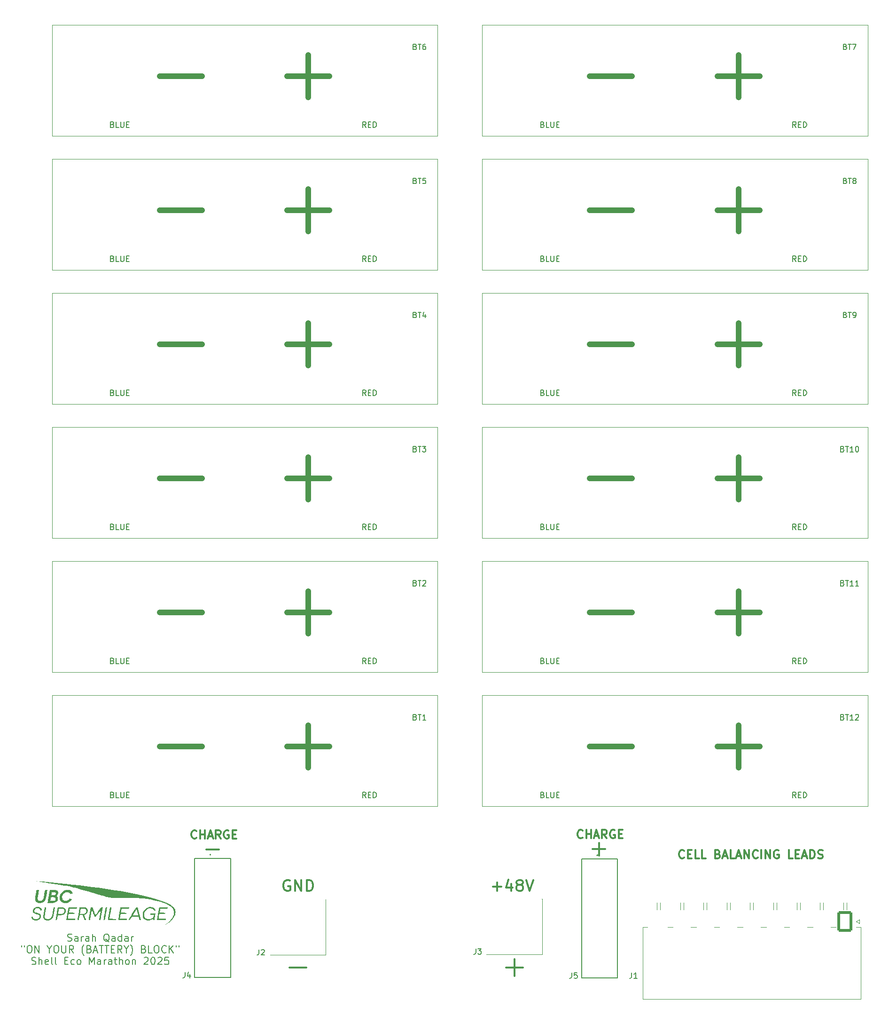
<source format=gto>
G04 #@! TF.GenerationSoftware,KiCad,Pcbnew,8.0.5*
G04 #@! TF.CreationDate,2025-02-18T14:52:24-08:00*
G04 #@! TF.ProjectId,URBAN_CELL_BOARD,55524241-4e5f-4434-954c-4c5f424f4152,rev?*
G04 #@! TF.SameCoordinates,Original*
G04 #@! TF.FileFunction,Legend,Top*
G04 #@! TF.FilePolarity,Positive*
%FSLAX46Y46*%
G04 Gerber Fmt 4.6, Leading zero omitted, Abs format (unit mm)*
G04 Created by KiCad (PCBNEW 8.0.5) date 2025-02-18 14:52:24*
%MOMM*%
%LPD*%
G01*
G04 APERTURE LIST*
G04 Aperture macros list*
%AMRoundRect*
0 Rectangle with rounded corners*
0 $1 Rounding radius*
0 $2 $3 $4 $5 $6 $7 $8 $9 X,Y pos of 4 corners*
0 Add a 4 corners polygon primitive as box body*
4,1,4,$2,$3,$4,$5,$6,$7,$8,$9,$2,$3,0*
0 Add four circle primitives for the rounded corners*
1,1,$1+$1,$2,$3*
1,1,$1+$1,$4,$5*
1,1,$1+$1,$6,$7*
1,1,$1+$1,$8,$9*
0 Add four rect primitives between the rounded corners*
20,1,$1+$1,$2,$3,$4,$5,0*
20,1,$1+$1,$4,$5,$6,$7,0*
20,1,$1+$1,$6,$7,$8,$9,0*
20,1,$1+$1,$8,$9,$2,$3,0*%
G04 Aperture macros list end*
%ADD10C,0.300000*%
%ADD11C,0.150000*%
%ADD12C,1.000000*%
%ADD13C,0.120000*%
%ADD14C,0.127000*%
%ADD15C,0.200000*%
%ADD16C,0.000000*%
%ADD17C,9.000000*%
%ADD18C,2.154000*%
%ADD19C,3.000000*%
%ADD20RoundRect,0.250001X1.099999X1.599999X-1.099999X1.599999X-1.099999X-1.599999X1.099999X-1.599999X0*%
%ADD21O,2.700000X3.700000*%
%ADD22C,7.500000*%
%ADD23C,5.500000*%
%ADD24C,1.200000*%
%ADD25R,10.000000X10.000000*%
G04 APERTURE END LIST*
D10*
X134271177Y-263774876D02*
X134080701Y-263679638D01*
X134080701Y-263679638D02*
X133794987Y-263679638D01*
X133794987Y-263679638D02*
X133509272Y-263774876D01*
X133509272Y-263774876D02*
X133318796Y-263965352D01*
X133318796Y-263965352D02*
X133223558Y-264155828D01*
X133223558Y-264155828D02*
X133128320Y-264536780D01*
X133128320Y-264536780D02*
X133128320Y-264822495D01*
X133128320Y-264822495D02*
X133223558Y-265203447D01*
X133223558Y-265203447D02*
X133318796Y-265393923D01*
X133318796Y-265393923D02*
X133509272Y-265584400D01*
X133509272Y-265584400D02*
X133794987Y-265679638D01*
X133794987Y-265679638D02*
X133985463Y-265679638D01*
X133985463Y-265679638D02*
X134271177Y-265584400D01*
X134271177Y-265584400D02*
X134366415Y-265489161D01*
X134366415Y-265489161D02*
X134366415Y-264822495D01*
X134366415Y-264822495D02*
X133985463Y-264822495D01*
X135223558Y-265679638D02*
X135223558Y-263679638D01*
X135223558Y-263679638D02*
X136366415Y-265679638D01*
X136366415Y-265679638D02*
X136366415Y-263679638D01*
X137318796Y-265679638D02*
X137318796Y-263679638D01*
X137318796Y-263679638D02*
X137794986Y-263679638D01*
X137794986Y-263679638D02*
X138080701Y-263774876D01*
X138080701Y-263774876D02*
X138271177Y-263965352D01*
X138271177Y-263965352D02*
X138366415Y-264155828D01*
X138366415Y-264155828D02*
X138461653Y-264536780D01*
X138461653Y-264536780D02*
X138461653Y-264822495D01*
X138461653Y-264822495D02*
X138366415Y-265203447D01*
X138366415Y-265203447D02*
X138271177Y-265393923D01*
X138271177Y-265393923D02*
X138080701Y-265584400D01*
X138080701Y-265584400D02*
X137794986Y-265679638D01*
X137794986Y-265679638D02*
X137318796Y-265679638D01*
X170843558Y-264917733D02*
X172367368Y-264917733D01*
X171605463Y-265679638D02*
X171605463Y-264155828D01*
X174176891Y-264346304D02*
X174176891Y-265679638D01*
X173700700Y-263584400D02*
X173224510Y-265012971D01*
X173224510Y-265012971D02*
X174462605Y-265012971D01*
X175510224Y-264536780D02*
X175319748Y-264441542D01*
X175319748Y-264441542D02*
X175224510Y-264346304D01*
X175224510Y-264346304D02*
X175129272Y-264155828D01*
X175129272Y-264155828D02*
X175129272Y-264060590D01*
X175129272Y-264060590D02*
X175224510Y-263870114D01*
X175224510Y-263870114D02*
X175319748Y-263774876D01*
X175319748Y-263774876D02*
X175510224Y-263679638D01*
X175510224Y-263679638D02*
X175891177Y-263679638D01*
X175891177Y-263679638D02*
X176081653Y-263774876D01*
X176081653Y-263774876D02*
X176176891Y-263870114D01*
X176176891Y-263870114D02*
X176272129Y-264060590D01*
X176272129Y-264060590D02*
X176272129Y-264155828D01*
X176272129Y-264155828D02*
X176176891Y-264346304D01*
X176176891Y-264346304D02*
X176081653Y-264441542D01*
X176081653Y-264441542D02*
X175891177Y-264536780D01*
X175891177Y-264536780D02*
X175510224Y-264536780D01*
X175510224Y-264536780D02*
X175319748Y-264632019D01*
X175319748Y-264632019D02*
X175224510Y-264727257D01*
X175224510Y-264727257D02*
X175129272Y-264917733D01*
X175129272Y-264917733D02*
X175129272Y-265298685D01*
X175129272Y-265298685D02*
X175224510Y-265489161D01*
X175224510Y-265489161D02*
X175319748Y-265584400D01*
X175319748Y-265584400D02*
X175510224Y-265679638D01*
X175510224Y-265679638D02*
X175891177Y-265679638D01*
X175891177Y-265679638D02*
X176081653Y-265584400D01*
X176081653Y-265584400D02*
X176176891Y-265489161D01*
X176176891Y-265489161D02*
X176272129Y-265298685D01*
X176272129Y-265298685D02*
X176272129Y-264917733D01*
X176272129Y-264917733D02*
X176176891Y-264727257D01*
X176176891Y-264727257D02*
X176081653Y-264632019D01*
X176081653Y-264632019D02*
X175891177Y-264536780D01*
X176843558Y-263679638D02*
X177510224Y-265679638D01*
X177510224Y-265679638D02*
X178176891Y-263679638D01*
X205321653Y-259657971D02*
X205250225Y-259729400D01*
X205250225Y-259729400D02*
X205035939Y-259800828D01*
X205035939Y-259800828D02*
X204893082Y-259800828D01*
X204893082Y-259800828D02*
X204678796Y-259729400D01*
X204678796Y-259729400D02*
X204535939Y-259586542D01*
X204535939Y-259586542D02*
X204464510Y-259443685D01*
X204464510Y-259443685D02*
X204393082Y-259157971D01*
X204393082Y-259157971D02*
X204393082Y-258943685D01*
X204393082Y-258943685D02*
X204464510Y-258657971D01*
X204464510Y-258657971D02*
X204535939Y-258515114D01*
X204535939Y-258515114D02*
X204678796Y-258372257D01*
X204678796Y-258372257D02*
X204893082Y-258300828D01*
X204893082Y-258300828D02*
X205035939Y-258300828D01*
X205035939Y-258300828D02*
X205250225Y-258372257D01*
X205250225Y-258372257D02*
X205321653Y-258443685D01*
X205964510Y-259015114D02*
X206464510Y-259015114D01*
X206678796Y-259800828D02*
X205964510Y-259800828D01*
X205964510Y-259800828D02*
X205964510Y-258300828D01*
X205964510Y-258300828D02*
X206678796Y-258300828D01*
X208035939Y-259800828D02*
X207321653Y-259800828D01*
X207321653Y-259800828D02*
X207321653Y-258300828D01*
X209250225Y-259800828D02*
X208535939Y-259800828D01*
X208535939Y-259800828D02*
X208535939Y-258300828D01*
X211393082Y-259015114D02*
X211607368Y-259086542D01*
X211607368Y-259086542D02*
X211678797Y-259157971D01*
X211678797Y-259157971D02*
X211750225Y-259300828D01*
X211750225Y-259300828D02*
X211750225Y-259515114D01*
X211750225Y-259515114D02*
X211678797Y-259657971D01*
X211678797Y-259657971D02*
X211607368Y-259729400D01*
X211607368Y-259729400D02*
X211464511Y-259800828D01*
X211464511Y-259800828D02*
X210893082Y-259800828D01*
X210893082Y-259800828D02*
X210893082Y-258300828D01*
X210893082Y-258300828D02*
X211393082Y-258300828D01*
X211393082Y-258300828D02*
X211535940Y-258372257D01*
X211535940Y-258372257D02*
X211607368Y-258443685D01*
X211607368Y-258443685D02*
X211678797Y-258586542D01*
X211678797Y-258586542D02*
X211678797Y-258729400D01*
X211678797Y-258729400D02*
X211607368Y-258872257D01*
X211607368Y-258872257D02*
X211535940Y-258943685D01*
X211535940Y-258943685D02*
X211393082Y-259015114D01*
X211393082Y-259015114D02*
X210893082Y-259015114D01*
X212321654Y-259372257D02*
X213035940Y-259372257D01*
X212178797Y-259800828D02*
X212678797Y-258300828D01*
X212678797Y-258300828D02*
X213178797Y-259800828D01*
X214393082Y-259800828D02*
X213678796Y-259800828D01*
X213678796Y-259800828D02*
X213678796Y-258300828D01*
X214821654Y-259372257D02*
X215535940Y-259372257D01*
X214678797Y-259800828D02*
X215178797Y-258300828D01*
X215178797Y-258300828D02*
X215678797Y-259800828D01*
X216178796Y-259800828D02*
X216178796Y-258300828D01*
X216178796Y-258300828D02*
X217035939Y-259800828D01*
X217035939Y-259800828D02*
X217035939Y-258300828D01*
X218607368Y-259657971D02*
X218535940Y-259729400D01*
X218535940Y-259729400D02*
X218321654Y-259800828D01*
X218321654Y-259800828D02*
X218178797Y-259800828D01*
X218178797Y-259800828D02*
X217964511Y-259729400D01*
X217964511Y-259729400D02*
X217821654Y-259586542D01*
X217821654Y-259586542D02*
X217750225Y-259443685D01*
X217750225Y-259443685D02*
X217678797Y-259157971D01*
X217678797Y-259157971D02*
X217678797Y-258943685D01*
X217678797Y-258943685D02*
X217750225Y-258657971D01*
X217750225Y-258657971D02*
X217821654Y-258515114D01*
X217821654Y-258515114D02*
X217964511Y-258372257D01*
X217964511Y-258372257D02*
X218178797Y-258300828D01*
X218178797Y-258300828D02*
X218321654Y-258300828D01*
X218321654Y-258300828D02*
X218535940Y-258372257D01*
X218535940Y-258372257D02*
X218607368Y-258443685D01*
X219250225Y-259800828D02*
X219250225Y-258300828D01*
X219964511Y-259800828D02*
X219964511Y-258300828D01*
X219964511Y-258300828D02*
X220821654Y-259800828D01*
X220821654Y-259800828D02*
X220821654Y-258300828D01*
X222321655Y-258372257D02*
X222178798Y-258300828D01*
X222178798Y-258300828D02*
X221964512Y-258300828D01*
X221964512Y-258300828D02*
X221750226Y-258372257D01*
X221750226Y-258372257D02*
X221607369Y-258515114D01*
X221607369Y-258515114D02*
X221535940Y-258657971D01*
X221535940Y-258657971D02*
X221464512Y-258943685D01*
X221464512Y-258943685D02*
X221464512Y-259157971D01*
X221464512Y-259157971D02*
X221535940Y-259443685D01*
X221535940Y-259443685D02*
X221607369Y-259586542D01*
X221607369Y-259586542D02*
X221750226Y-259729400D01*
X221750226Y-259729400D02*
X221964512Y-259800828D01*
X221964512Y-259800828D02*
X222107369Y-259800828D01*
X222107369Y-259800828D02*
X222321655Y-259729400D01*
X222321655Y-259729400D02*
X222393083Y-259657971D01*
X222393083Y-259657971D02*
X222393083Y-259157971D01*
X222393083Y-259157971D02*
X222107369Y-259157971D01*
X224893083Y-259800828D02*
X224178797Y-259800828D01*
X224178797Y-259800828D02*
X224178797Y-258300828D01*
X225393083Y-259015114D02*
X225893083Y-259015114D01*
X226107369Y-259800828D02*
X225393083Y-259800828D01*
X225393083Y-259800828D02*
X225393083Y-258300828D01*
X225393083Y-258300828D02*
X226107369Y-258300828D01*
X226678798Y-259372257D02*
X227393084Y-259372257D01*
X226535941Y-259800828D02*
X227035941Y-258300828D01*
X227035941Y-258300828D02*
X227535941Y-259800828D01*
X228035940Y-259800828D02*
X228035940Y-258300828D01*
X228035940Y-258300828D02*
X228393083Y-258300828D01*
X228393083Y-258300828D02*
X228607369Y-258372257D01*
X228607369Y-258372257D02*
X228750226Y-258515114D01*
X228750226Y-258515114D02*
X228821655Y-258657971D01*
X228821655Y-258657971D02*
X228893083Y-258943685D01*
X228893083Y-258943685D02*
X228893083Y-259157971D01*
X228893083Y-259157971D02*
X228821655Y-259443685D01*
X228821655Y-259443685D02*
X228750226Y-259586542D01*
X228750226Y-259586542D02*
X228607369Y-259729400D01*
X228607369Y-259729400D02*
X228393083Y-259800828D01*
X228393083Y-259800828D02*
X228035940Y-259800828D01*
X229464512Y-259729400D02*
X229678798Y-259800828D01*
X229678798Y-259800828D02*
X230035940Y-259800828D01*
X230035940Y-259800828D02*
X230178798Y-259729400D01*
X230178798Y-259729400D02*
X230250226Y-259657971D01*
X230250226Y-259657971D02*
X230321655Y-259515114D01*
X230321655Y-259515114D02*
X230321655Y-259372257D01*
X230321655Y-259372257D02*
X230250226Y-259229400D01*
X230250226Y-259229400D02*
X230178798Y-259157971D01*
X230178798Y-259157971D02*
X230035940Y-259086542D01*
X230035940Y-259086542D02*
X229750226Y-259015114D01*
X229750226Y-259015114D02*
X229607369Y-258943685D01*
X229607369Y-258943685D02*
X229535940Y-258872257D01*
X229535940Y-258872257D02*
X229464512Y-258729400D01*
X229464512Y-258729400D02*
X229464512Y-258586542D01*
X229464512Y-258586542D02*
X229535940Y-258443685D01*
X229535940Y-258443685D02*
X229607369Y-258372257D01*
X229607369Y-258372257D02*
X229750226Y-258300828D01*
X229750226Y-258300828D02*
X230107369Y-258300828D01*
X230107369Y-258300828D02*
X230321655Y-258372257D01*
X191142857Y-258129400D02*
X188857143Y-258129400D01*
X190000000Y-259272257D02*
X190000000Y-256986542D01*
X187032142Y-256035471D02*
X186960714Y-256106900D01*
X186960714Y-256106900D02*
X186746428Y-256178328D01*
X186746428Y-256178328D02*
X186603571Y-256178328D01*
X186603571Y-256178328D02*
X186389285Y-256106900D01*
X186389285Y-256106900D02*
X186246428Y-255964042D01*
X186246428Y-255964042D02*
X186174999Y-255821185D01*
X186174999Y-255821185D02*
X186103571Y-255535471D01*
X186103571Y-255535471D02*
X186103571Y-255321185D01*
X186103571Y-255321185D02*
X186174999Y-255035471D01*
X186174999Y-255035471D02*
X186246428Y-254892614D01*
X186246428Y-254892614D02*
X186389285Y-254749757D01*
X186389285Y-254749757D02*
X186603571Y-254678328D01*
X186603571Y-254678328D02*
X186746428Y-254678328D01*
X186746428Y-254678328D02*
X186960714Y-254749757D01*
X186960714Y-254749757D02*
X187032142Y-254821185D01*
X187674999Y-256178328D02*
X187674999Y-254678328D01*
X187674999Y-255392614D02*
X188532142Y-255392614D01*
X188532142Y-256178328D02*
X188532142Y-254678328D01*
X189175000Y-255749757D02*
X189889286Y-255749757D01*
X189032143Y-256178328D02*
X189532143Y-254678328D01*
X189532143Y-254678328D02*
X190032143Y-256178328D01*
X191389285Y-256178328D02*
X190889285Y-255464042D01*
X190532142Y-256178328D02*
X190532142Y-254678328D01*
X190532142Y-254678328D02*
X191103571Y-254678328D01*
X191103571Y-254678328D02*
X191246428Y-254749757D01*
X191246428Y-254749757D02*
X191317857Y-254821185D01*
X191317857Y-254821185D02*
X191389285Y-254964042D01*
X191389285Y-254964042D02*
X191389285Y-255178328D01*
X191389285Y-255178328D02*
X191317857Y-255321185D01*
X191317857Y-255321185D02*
X191246428Y-255392614D01*
X191246428Y-255392614D02*
X191103571Y-255464042D01*
X191103571Y-255464042D02*
X190532142Y-255464042D01*
X192817857Y-254749757D02*
X192675000Y-254678328D01*
X192675000Y-254678328D02*
X192460714Y-254678328D01*
X192460714Y-254678328D02*
X192246428Y-254749757D01*
X192246428Y-254749757D02*
X192103571Y-254892614D01*
X192103571Y-254892614D02*
X192032142Y-255035471D01*
X192032142Y-255035471D02*
X191960714Y-255321185D01*
X191960714Y-255321185D02*
X191960714Y-255535471D01*
X191960714Y-255535471D02*
X192032142Y-255821185D01*
X192032142Y-255821185D02*
X192103571Y-255964042D01*
X192103571Y-255964042D02*
X192246428Y-256106900D01*
X192246428Y-256106900D02*
X192460714Y-256178328D01*
X192460714Y-256178328D02*
X192603571Y-256178328D01*
X192603571Y-256178328D02*
X192817857Y-256106900D01*
X192817857Y-256106900D02*
X192889285Y-256035471D01*
X192889285Y-256035471D02*
X192889285Y-255535471D01*
X192889285Y-255535471D02*
X192603571Y-255535471D01*
X193532142Y-255392614D02*
X194032142Y-255392614D01*
X194246428Y-256178328D02*
X193532142Y-256178328D01*
X193532142Y-256178328D02*
X193532142Y-254678328D01*
X193532142Y-254678328D02*
X194246428Y-254678328D01*
X137243809Y-279441066D02*
X134196190Y-279441066D01*
X121467857Y-258229400D02*
X119182143Y-258229400D01*
X176253809Y-279441066D02*
X173206190Y-279441066D01*
X174729999Y-280964876D02*
X174729999Y-277917257D01*
D11*
X94239049Y-274628773D02*
X94424763Y-274690677D01*
X94424763Y-274690677D02*
X94734287Y-274690677D01*
X94734287Y-274690677D02*
X94858096Y-274628773D01*
X94858096Y-274628773D02*
X94920001Y-274566868D01*
X94920001Y-274566868D02*
X94981906Y-274443058D01*
X94981906Y-274443058D02*
X94981906Y-274319249D01*
X94981906Y-274319249D02*
X94920001Y-274195439D01*
X94920001Y-274195439D02*
X94858096Y-274133534D01*
X94858096Y-274133534D02*
X94734287Y-274071630D01*
X94734287Y-274071630D02*
X94486668Y-274009725D01*
X94486668Y-274009725D02*
X94362858Y-273947820D01*
X94362858Y-273947820D02*
X94300953Y-273885915D01*
X94300953Y-273885915D02*
X94239049Y-273762106D01*
X94239049Y-273762106D02*
X94239049Y-273638296D01*
X94239049Y-273638296D02*
X94300953Y-273514487D01*
X94300953Y-273514487D02*
X94362858Y-273452582D01*
X94362858Y-273452582D02*
X94486668Y-273390677D01*
X94486668Y-273390677D02*
X94796191Y-273390677D01*
X94796191Y-273390677D02*
X94981906Y-273452582D01*
X96096191Y-274690677D02*
X96096191Y-274009725D01*
X96096191Y-274009725D02*
X96034286Y-273885915D01*
X96034286Y-273885915D02*
X95910477Y-273824011D01*
X95910477Y-273824011D02*
X95662858Y-273824011D01*
X95662858Y-273824011D02*
X95539048Y-273885915D01*
X96096191Y-274628773D02*
X95972382Y-274690677D01*
X95972382Y-274690677D02*
X95662858Y-274690677D01*
X95662858Y-274690677D02*
X95539048Y-274628773D01*
X95539048Y-274628773D02*
X95477144Y-274504963D01*
X95477144Y-274504963D02*
X95477144Y-274381153D01*
X95477144Y-274381153D02*
X95539048Y-274257344D01*
X95539048Y-274257344D02*
X95662858Y-274195439D01*
X95662858Y-274195439D02*
X95972382Y-274195439D01*
X95972382Y-274195439D02*
X96096191Y-274133534D01*
X96715238Y-274690677D02*
X96715238Y-273824011D01*
X96715238Y-274071630D02*
X96777143Y-273947820D01*
X96777143Y-273947820D02*
X96839048Y-273885915D01*
X96839048Y-273885915D02*
X96962857Y-273824011D01*
X96962857Y-273824011D02*
X97086667Y-273824011D01*
X98077143Y-274690677D02*
X98077143Y-274009725D01*
X98077143Y-274009725D02*
X98015238Y-273885915D01*
X98015238Y-273885915D02*
X97891429Y-273824011D01*
X97891429Y-273824011D02*
X97643810Y-273824011D01*
X97643810Y-273824011D02*
X97520000Y-273885915D01*
X98077143Y-274628773D02*
X97953334Y-274690677D01*
X97953334Y-274690677D02*
X97643810Y-274690677D01*
X97643810Y-274690677D02*
X97520000Y-274628773D01*
X97520000Y-274628773D02*
X97458096Y-274504963D01*
X97458096Y-274504963D02*
X97458096Y-274381153D01*
X97458096Y-274381153D02*
X97520000Y-274257344D01*
X97520000Y-274257344D02*
X97643810Y-274195439D01*
X97643810Y-274195439D02*
X97953334Y-274195439D01*
X97953334Y-274195439D02*
X98077143Y-274133534D01*
X98696190Y-274690677D02*
X98696190Y-273390677D01*
X99253333Y-274690677D02*
X99253333Y-274009725D01*
X99253333Y-274009725D02*
X99191428Y-273885915D01*
X99191428Y-273885915D02*
X99067619Y-273824011D01*
X99067619Y-273824011D02*
X98881905Y-273824011D01*
X98881905Y-273824011D02*
X98758095Y-273885915D01*
X98758095Y-273885915D02*
X98696190Y-273947820D01*
X101729523Y-274814487D02*
X101605713Y-274752582D01*
X101605713Y-274752582D02*
X101481904Y-274628773D01*
X101481904Y-274628773D02*
X101296190Y-274443058D01*
X101296190Y-274443058D02*
X101172380Y-274381153D01*
X101172380Y-274381153D02*
X101048571Y-274381153D01*
X101110475Y-274690677D02*
X100986666Y-274628773D01*
X100986666Y-274628773D02*
X100862856Y-274504963D01*
X100862856Y-274504963D02*
X100800952Y-274257344D01*
X100800952Y-274257344D02*
X100800952Y-273824011D01*
X100800952Y-273824011D02*
X100862856Y-273576392D01*
X100862856Y-273576392D02*
X100986666Y-273452582D01*
X100986666Y-273452582D02*
X101110475Y-273390677D01*
X101110475Y-273390677D02*
X101358094Y-273390677D01*
X101358094Y-273390677D02*
X101481904Y-273452582D01*
X101481904Y-273452582D02*
X101605713Y-273576392D01*
X101605713Y-273576392D02*
X101667618Y-273824011D01*
X101667618Y-273824011D02*
X101667618Y-274257344D01*
X101667618Y-274257344D02*
X101605713Y-274504963D01*
X101605713Y-274504963D02*
X101481904Y-274628773D01*
X101481904Y-274628773D02*
X101358094Y-274690677D01*
X101358094Y-274690677D02*
X101110475Y-274690677D01*
X102781904Y-274690677D02*
X102781904Y-274009725D01*
X102781904Y-274009725D02*
X102719999Y-273885915D01*
X102719999Y-273885915D02*
X102596190Y-273824011D01*
X102596190Y-273824011D02*
X102348571Y-273824011D01*
X102348571Y-273824011D02*
X102224761Y-273885915D01*
X102781904Y-274628773D02*
X102658095Y-274690677D01*
X102658095Y-274690677D02*
X102348571Y-274690677D01*
X102348571Y-274690677D02*
X102224761Y-274628773D01*
X102224761Y-274628773D02*
X102162857Y-274504963D01*
X102162857Y-274504963D02*
X102162857Y-274381153D01*
X102162857Y-274381153D02*
X102224761Y-274257344D01*
X102224761Y-274257344D02*
X102348571Y-274195439D01*
X102348571Y-274195439D02*
X102658095Y-274195439D01*
X102658095Y-274195439D02*
X102781904Y-274133534D01*
X103958094Y-274690677D02*
X103958094Y-273390677D01*
X103958094Y-274628773D02*
X103834285Y-274690677D01*
X103834285Y-274690677D02*
X103586666Y-274690677D01*
X103586666Y-274690677D02*
X103462856Y-274628773D01*
X103462856Y-274628773D02*
X103400951Y-274566868D01*
X103400951Y-274566868D02*
X103339047Y-274443058D01*
X103339047Y-274443058D02*
X103339047Y-274071630D01*
X103339047Y-274071630D02*
X103400951Y-273947820D01*
X103400951Y-273947820D02*
X103462856Y-273885915D01*
X103462856Y-273885915D02*
X103586666Y-273824011D01*
X103586666Y-273824011D02*
X103834285Y-273824011D01*
X103834285Y-273824011D02*
X103958094Y-273885915D01*
X105134284Y-274690677D02*
X105134284Y-274009725D01*
X105134284Y-274009725D02*
X105072379Y-273885915D01*
X105072379Y-273885915D02*
X104948570Y-273824011D01*
X104948570Y-273824011D02*
X104700951Y-273824011D01*
X104700951Y-273824011D02*
X104577141Y-273885915D01*
X105134284Y-274628773D02*
X105010475Y-274690677D01*
X105010475Y-274690677D02*
X104700951Y-274690677D01*
X104700951Y-274690677D02*
X104577141Y-274628773D01*
X104577141Y-274628773D02*
X104515237Y-274504963D01*
X104515237Y-274504963D02*
X104515237Y-274381153D01*
X104515237Y-274381153D02*
X104577141Y-274257344D01*
X104577141Y-274257344D02*
X104700951Y-274195439D01*
X104700951Y-274195439D02*
X105010475Y-274195439D01*
X105010475Y-274195439D02*
X105134284Y-274133534D01*
X105753331Y-274690677D02*
X105753331Y-273824011D01*
X105753331Y-274071630D02*
X105815236Y-273947820D01*
X105815236Y-273947820D02*
X105877141Y-273885915D01*
X105877141Y-273885915D02*
X106000950Y-273824011D01*
X106000950Y-273824011D02*
X106124760Y-273824011D01*
X85943809Y-275483604D02*
X85943809Y-275731223D01*
X86439047Y-275483604D02*
X86439047Y-275731223D01*
X87243808Y-275483604D02*
X87491427Y-275483604D01*
X87491427Y-275483604D02*
X87615237Y-275545509D01*
X87615237Y-275545509D02*
X87739046Y-275669319D01*
X87739046Y-275669319D02*
X87800951Y-275916938D01*
X87800951Y-275916938D02*
X87800951Y-276350271D01*
X87800951Y-276350271D02*
X87739046Y-276597890D01*
X87739046Y-276597890D02*
X87615237Y-276721700D01*
X87615237Y-276721700D02*
X87491427Y-276783604D01*
X87491427Y-276783604D02*
X87243808Y-276783604D01*
X87243808Y-276783604D02*
X87119999Y-276721700D01*
X87119999Y-276721700D02*
X86996189Y-276597890D01*
X86996189Y-276597890D02*
X86934285Y-276350271D01*
X86934285Y-276350271D02*
X86934285Y-275916938D01*
X86934285Y-275916938D02*
X86996189Y-275669319D01*
X86996189Y-275669319D02*
X87119999Y-275545509D01*
X87119999Y-275545509D02*
X87243808Y-275483604D01*
X88358094Y-276783604D02*
X88358094Y-275483604D01*
X88358094Y-275483604D02*
X89100951Y-276783604D01*
X89100951Y-276783604D02*
X89100951Y-275483604D01*
X90958094Y-276164557D02*
X90958094Y-276783604D01*
X90524761Y-275483604D02*
X90958094Y-276164557D01*
X90958094Y-276164557D02*
X91391428Y-275483604D01*
X92072380Y-275483604D02*
X92319999Y-275483604D01*
X92319999Y-275483604D02*
X92443809Y-275545509D01*
X92443809Y-275545509D02*
X92567618Y-275669319D01*
X92567618Y-275669319D02*
X92629523Y-275916938D01*
X92629523Y-275916938D02*
X92629523Y-276350271D01*
X92629523Y-276350271D02*
X92567618Y-276597890D01*
X92567618Y-276597890D02*
X92443809Y-276721700D01*
X92443809Y-276721700D02*
X92319999Y-276783604D01*
X92319999Y-276783604D02*
X92072380Y-276783604D01*
X92072380Y-276783604D02*
X91948571Y-276721700D01*
X91948571Y-276721700D02*
X91824761Y-276597890D01*
X91824761Y-276597890D02*
X91762857Y-276350271D01*
X91762857Y-276350271D02*
X91762857Y-275916938D01*
X91762857Y-275916938D02*
X91824761Y-275669319D01*
X91824761Y-275669319D02*
X91948571Y-275545509D01*
X91948571Y-275545509D02*
X92072380Y-275483604D01*
X93186666Y-275483604D02*
X93186666Y-276535985D01*
X93186666Y-276535985D02*
X93248571Y-276659795D01*
X93248571Y-276659795D02*
X93310476Y-276721700D01*
X93310476Y-276721700D02*
X93434285Y-276783604D01*
X93434285Y-276783604D02*
X93681904Y-276783604D01*
X93681904Y-276783604D02*
X93805714Y-276721700D01*
X93805714Y-276721700D02*
X93867619Y-276659795D01*
X93867619Y-276659795D02*
X93929523Y-276535985D01*
X93929523Y-276535985D02*
X93929523Y-275483604D01*
X95291428Y-276783604D02*
X94858095Y-276164557D01*
X94548571Y-276783604D02*
X94548571Y-275483604D01*
X94548571Y-275483604D02*
X95043809Y-275483604D01*
X95043809Y-275483604D02*
X95167619Y-275545509D01*
X95167619Y-275545509D02*
X95229524Y-275607414D01*
X95229524Y-275607414D02*
X95291428Y-275731223D01*
X95291428Y-275731223D02*
X95291428Y-275916938D01*
X95291428Y-275916938D02*
X95229524Y-276040747D01*
X95229524Y-276040747D02*
X95167619Y-276102652D01*
X95167619Y-276102652D02*
X95043809Y-276164557D01*
X95043809Y-276164557D02*
X94548571Y-276164557D01*
X97210476Y-277278842D02*
X97148571Y-277216938D01*
X97148571Y-277216938D02*
X97024762Y-277031223D01*
X97024762Y-277031223D02*
X96962857Y-276907414D01*
X96962857Y-276907414D02*
X96900952Y-276721700D01*
X96900952Y-276721700D02*
X96839047Y-276412176D01*
X96839047Y-276412176D02*
X96839047Y-276164557D01*
X96839047Y-276164557D02*
X96900952Y-275855033D01*
X96900952Y-275855033D02*
X96962857Y-275669319D01*
X96962857Y-275669319D02*
X97024762Y-275545509D01*
X97024762Y-275545509D02*
X97148571Y-275359795D01*
X97148571Y-275359795D02*
X97210476Y-275297890D01*
X98139048Y-276102652D02*
X98324762Y-276164557D01*
X98324762Y-276164557D02*
X98386667Y-276226461D01*
X98386667Y-276226461D02*
X98448571Y-276350271D01*
X98448571Y-276350271D02*
X98448571Y-276535985D01*
X98448571Y-276535985D02*
X98386667Y-276659795D01*
X98386667Y-276659795D02*
X98324762Y-276721700D01*
X98324762Y-276721700D02*
X98200952Y-276783604D01*
X98200952Y-276783604D02*
X97705714Y-276783604D01*
X97705714Y-276783604D02*
X97705714Y-275483604D01*
X97705714Y-275483604D02*
X98139048Y-275483604D01*
X98139048Y-275483604D02*
X98262857Y-275545509D01*
X98262857Y-275545509D02*
X98324762Y-275607414D01*
X98324762Y-275607414D02*
X98386667Y-275731223D01*
X98386667Y-275731223D02*
X98386667Y-275855033D01*
X98386667Y-275855033D02*
X98324762Y-275978842D01*
X98324762Y-275978842D02*
X98262857Y-276040747D01*
X98262857Y-276040747D02*
X98139048Y-276102652D01*
X98139048Y-276102652D02*
X97705714Y-276102652D01*
X98943810Y-276412176D02*
X99562857Y-276412176D01*
X98820000Y-276783604D02*
X99253333Y-275483604D01*
X99253333Y-275483604D02*
X99686667Y-276783604D01*
X99934286Y-275483604D02*
X100677143Y-275483604D01*
X100305715Y-276783604D02*
X100305715Y-275483604D01*
X100924762Y-275483604D02*
X101667619Y-275483604D01*
X101296191Y-276783604D02*
X101296191Y-275483604D01*
X102100952Y-276102652D02*
X102534286Y-276102652D01*
X102720000Y-276783604D02*
X102100952Y-276783604D01*
X102100952Y-276783604D02*
X102100952Y-275483604D01*
X102100952Y-275483604D02*
X102720000Y-275483604D01*
X104019999Y-276783604D02*
X103586666Y-276164557D01*
X103277142Y-276783604D02*
X103277142Y-275483604D01*
X103277142Y-275483604D02*
X103772380Y-275483604D01*
X103772380Y-275483604D02*
X103896190Y-275545509D01*
X103896190Y-275545509D02*
X103958095Y-275607414D01*
X103958095Y-275607414D02*
X104019999Y-275731223D01*
X104019999Y-275731223D02*
X104019999Y-275916938D01*
X104019999Y-275916938D02*
X103958095Y-276040747D01*
X103958095Y-276040747D02*
X103896190Y-276102652D01*
X103896190Y-276102652D02*
X103772380Y-276164557D01*
X103772380Y-276164557D02*
X103277142Y-276164557D01*
X104824761Y-276164557D02*
X104824761Y-276783604D01*
X104391428Y-275483604D02*
X104824761Y-276164557D01*
X104824761Y-276164557D02*
X105258095Y-275483604D01*
X105567619Y-277278842D02*
X105629524Y-277216938D01*
X105629524Y-277216938D02*
X105753333Y-277031223D01*
X105753333Y-277031223D02*
X105815238Y-276907414D01*
X105815238Y-276907414D02*
X105877143Y-276721700D01*
X105877143Y-276721700D02*
X105939047Y-276412176D01*
X105939047Y-276412176D02*
X105939047Y-276164557D01*
X105939047Y-276164557D02*
X105877143Y-275855033D01*
X105877143Y-275855033D02*
X105815238Y-275669319D01*
X105815238Y-275669319D02*
X105753333Y-275545509D01*
X105753333Y-275545509D02*
X105629524Y-275359795D01*
X105629524Y-275359795D02*
X105567619Y-275297890D01*
X107981905Y-276102652D02*
X108167619Y-276164557D01*
X108167619Y-276164557D02*
X108229524Y-276226461D01*
X108229524Y-276226461D02*
X108291428Y-276350271D01*
X108291428Y-276350271D02*
X108291428Y-276535985D01*
X108291428Y-276535985D02*
X108229524Y-276659795D01*
X108229524Y-276659795D02*
X108167619Y-276721700D01*
X108167619Y-276721700D02*
X108043809Y-276783604D01*
X108043809Y-276783604D02*
X107548571Y-276783604D01*
X107548571Y-276783604D02*
X107548571Y-275483604D01*
X107548571Y-275483604D02*
X107981905Y-275483604D01*
X107981905Y-275483604D02*
X108105714Y-275545509D01*
X108105714Y-275545509D02*
X108167619Y-275607414D01*
X108167619Y-275607414D02*
X108229524Y-275731223D01*
X108229524Y-275731223D02*
X108229524Y-275855033D01*
X108229524Y-275855033D02*
X108167619Y-275978842D01*
X108167619Y-275978842D02*
X108105714Y-276040747D01*
X108105714Y-276040747D02*
X107981905Y-276102652D01*
X107981905Y-276102652D02*
X107548571Y-276102652D01*
X109467619Y-276783604D02*
X108848571Y-276783604D01*
X108848571Y-276783604D02*
X108848571Y-275483604D01*
X110148571Y-275483604D02*
X110396190Y-275483604D01*
X110396190Y-275483604D02*
X110520000Y-275545509D01*
X110520000Y-275545509D02*
X110643809Y-275669319D01*
X110643809Y-275669319D02*
X110705714Y-275916938D01*
X110705714Y-275916938D02*
X110705714Y-276350271D01*
X110705714Y-276350271D02*
X110643809Y-276597890D01*
X110643809Y-276597890D02*
X110520000Y-276721700D01*
X110520000Y-276721700D02*
X110396190Y-276783604D01*
X110396190Y-276783604D02*
X110148571Y-276783604D01*
X110148571Y-276783604D02*
X110024762Y-276721700D01*
X110024762Y-276721700D02*
X109900952Y-276597890D01*
X109900952Y-276597890D02*
X109839048Y-276350271D01*
X109839048Y-276350271D02*
X109839048Y-275916938D01*
X109839048Y-275916938D02*
X109900952Y-275669319D01*
X109900952Y-275669319D02*
X110024762Y-275545509D01*
X110024762Y-275545509D02*
X110148571Y-275483604D01*
X112005714Y-276659795D02*
X111943810Y-276721700D01*
X111943810Y-276721700D02*
X111758095Y-276783604D01*
X111758095Y-276783604D02*
X111634286Y-276783604D01*
X111634286Y-276783604D02*
X111448572Y-276721700D01*
X111448572Y-276721700D02*
X111324762Y-276597890D01*
X111324762Y-276597890D02*
X111262857Y-276474080D01*
X111262857Y-276474080D02*
X111200953Y-276226461D01*
X111200953Y-276226461D02*
X111200953Y-276040747D01*
X111200953Y-276040747D02*
X111262857Y-275793128D01*
X111262857Y-275793128D02*
X111324762Y-275669319D01*
X111324762Y-275669319D02*
X111448572Y-275545509D01*
X111448572Y-275545509D02*
X111634286Y-275483604D01*
X111634286Y-275483604D02*
X111758095Y-275483604D01*
X111758095Y-275483604D02*
X111943810Y-275545509D01*
X111943810Y-275545509D02*
X112005714Y-275607414D01*
X112562857Y-276783604D02*
X112562857Y-275483604D01*
X113305714Y-276783604D02*
X112748572Y-276040747D01*
X113305714Y-275483604D02*
X112562857Y-276226461D01*
X113800953Y-275483604D02*
X113800953Y-275731223D01*
X114296191Y-275483604D02*
X114296191Y-275731223D01*
X87770003Y-278814627D02*
X87955717Y-278876531D01*
X87955717Y-278876531D02*
X88265241Y-278876531D01*
X88265241Y-278876531D02*
X88389050Y-278814627D01*
X88389050Y-278814627D02*
X88450955Y-278752722D01*
X88450955Y-278752722D02*
X88512860Y-278628912D01*
X88512860Y-278628912D02*
X88512860Y-278505103D01*
X88512860Y-278505103D02*
X88450955Y-278381293D01*
X88450955Y-278381293D02*
X88389050Y-278319388D01*
X88389050Y-278319388D02*
X88265241Y-278257484D01*
X88265241Y-278257484D02*
X88017622Y-278195579D01*
X88017622Y-278195579D02*
X87893812Y-278133674D01*
X87893812Y-278133674D02*
X87831907Y-278071769D01*
X87831907Y-278071769D02*
X87770003Y-277947960D01*
X87770003Y-277947960D02*
X87770003Y-277824150D01*
X87770003Y-277824150D02*
X87831907Y-277700341D01*
X87831907Y-277700341D02*
X87893812Y-277638436D01*
X87893812Y-277638436D02*
X88017622Y-277576531D01*
X88017622Y-277576531D02*
X88327145Y-277576531D01*
X88327145Y-277576531D02*
X88512860Y-277638436D01*
X89070002Y-278876531D02*
X89070002Y-277576531D01*
X89627145Y-278876531D02*
X89627145Y-278195579D01*
X89627145Y-278195579D02*
X89565240Y-278071769D01*
X89565240Y-278071769D02*
X89441431Y-278009865D01*
X89441431Y-278009865D02*
X89255717Y-278009865D01*
X89255717Y-278009865D02*
X89131907Y-278071769D01*
X89131907Y-278071769D02*
X89070002Y-278133674D01*
X90741430Y-278814627D02*
X90617621Y-278876531D01*
X90617621Y-278876531D02*
X90370002Y-278876531D01*
X90370002Y-278876531D02*
X90246192Y-278814627D01*
X90246192Y-278814627D02*
X90184288Y-278690817D01*
X90184288Y-278690817D02*
X90184288Y-278195579D01*
X90184288Y-278195579D02*
X90246192Y-278071769D01*
X90246192Y-278071769D02*
X90370002Y-278009865D01*
X90370002Y-278009865D02*
X90617621Y-278009865D01*
X90617621Y-278009865D02*
X90741430Y-278071769D01*
X90741430Y-278071769D02*
X90803335Y-278195579D01*
X90803335Y-278195579D02*
X90803335Y-278319388D01*
X90803335Y-278319388D02*
X90184288Y-278443198D01*
X91546193Y-278876531D02*
X91422383Y-278814627D01*
X91422383Y-278814627D02*
X91360478Y-278690817D01*
X91360478Y-278690817D02*
X91360478Y-277576531D01*
X92227145Y-278876531D02*
X92103335Y-278814627D01*
X92103335Y-278814627D02*
X92041430Y-278690817D01*
X92041430Y-278690817D02*
X92041430Y-277576531D01*
X93712858Y-278195579D02*
X94146192Y-278195579D01*
X94331906Y-278876531D02*
X93712858Y-278876531D01*
X93712858Y-278876531D02*
X93712858Y-277576531D01*
X93712858Y-277576531D02*
X94331906Y-277576531D01*
X95446191Y-278814627D02*
X95322382Y-278876531D01*
X95322382Y-278876531D02*
X95074763Y-278876531D01*
X95074763Y-278876531D02*
X94950953Y-278814627D01*
X94950953Y-278814627D02*
X94889048Y-278752722D01*
X94889048Y-278752722D02*
X94827144Y-278628912D01*
X94827144Y-278628912D02*
X94827144Y-278257484D01*
X94827144Y-278257484D02*
X94889048Y-278133674D01*
X94889048Y-278133674D02*
X94950953Y-278071769D01*
X94950953Y-278071769D02*
X95074763Y-278009865D01*
X95074763Y-278009865D02*
X95322382Y-278009865D01*
X95322382Y-278009865D02*
X95446191Y-278071769D01*
X96189049Y-278876531D02*
X96065239Y-278814627D01*
X96065239Y-278814627D02*
X96003334Y-278752722D01*
X96003334Y-278752722D02*
X95941430Y-278628912D01*
X95941430Y-278628912D02*
X95941430Y-278257484D01*
X95941430Y-278257484D02*
X96003334Y-278133674D01*
X96003334Y-278133674D02*
X96065239Y-278071769D01*
X96065239Y-278071769D02*
X96189049Y-278009865D01*
X96189049Y-278009865D02*
X96374763Y-278009865D01*
X96374763Y-278009865D02*
X96498572Y-278071769D01*
X96498572Y-278071769D02*
X96560477Y-278133674D01*
X96560477Y-278133674D02*
X96622382Y-278257484D01*
X96622382Y-278257484D02*
X96622382Y-278628912D01*
X96622382Y-278628912D02*
X96560477Y-278752722D01*
X96560477Y-278752722D02*
X96498572Y-278814627D01*
X96498572Y-278814627D02*
X96374763Y-278876531D01*
X96374763Y-278876531D02*
X96189049Y-278876531D01*
X98170000Y-278876531D02*
X98170000Y-277576531D01*
X98170000Y-277576531D02*
X98603334Y-278505103D01*
X98603334Y-278505103D02*
X99036667Y-277576531D01*
X99036667Y-277576531D02*
X99036667Y-278876531D01*
X100212857Y-278876531D02*
X100212857Y-278195579D01*
X100212857Y-278195579D02*
X100150952Y-278071769D01*
X100150952Y-278071769D02*
X100027143Y-278009865D01*
X100027143Y-278009865D02*
X99779524Y-278009865D01*
X99779524Y-278009865D02*
X99655714Y-278071769D01*
X100212857Y-278814627D02*
X100089048Y-278876531D01*
X100089048Y-278876531D02*
X99779524Y-278876531D01*
X99779524Y-278876531D02*
X99655714Y-278814627D01*
X99655714Y-278814627D02*
X99593810Y-278690817D01*
X99593810Y-278690817D02*
X99593810Y-278567007D01*
X99593810Y-278567007D02*
X99655714Y-278443198D01*
X99655714Y-278443198D02*
X99779524Y-278381293D01*
X99779524Y-278381293D02*
X100089048Y-278381293D01*
X100089048Y-278381293D02*
X100212857Y-278319388D01*
X100831904Y-278876531D02*
X100831904Y-278009865D01*
X100831904Y-278257484D02*
X100893809Y-278133674D01*
X100893809Y-278133674D02*
X100955714Y-278071769D01*
X100955714Y-278071769D02*
X101079523Y-278009865D01*
X101079523Y-278009865D02*
X101203333Y-278009865D01*
X102193809Y-278876531D02*
X102193809Y-278195579D01*
X102193809Y-278195579D02*
X102131904Y-278071769D01*
X102131904Y-278071769D02*
X102008095Y-278009865D01*
X102008095Y-278009865D02*
X101760476Y-278009865D01*
X101760476Y-278009865D02*
X101636666Y-278071769D01*
X102193809Y-278814627D02*
X102070000Y-278876531D01*
X102070000Y-278876531D02*
X101760476Y-278876531D01*
X101760476Y-278876531D02*
X101636666Y-278814627D01*
X101636666Y-278814627D02*
X101574762Y-278690817D01*
X101574762Y-278690817D02*
X101574762Y-278567007D01*
X101574762Y-278567007D02*
X101636666Y-278443198D01*
X101636666Y-278443198D02*
X101760476Y-278381293D01*
X101760476Y-278381293D02*
X102070000Y-278381293D01*
X102070000Y-278381293D02*
X102193809Y-278319388D01*
X102627142Y-278009865D02*
X103122380Y-278009865D01*
X102812856Y-277576531D02*
X102812856Y-278690817D01*
X102812856Y-278690817D02*
X102874761Y-278814627D01*
X102874761Y-278814627D02*
X102998571Y-278876531D01*
X102998571Y-278876531D02*
X103122380Y-278876531D01*
X103555713Y-278876531D02*
X103555713Y-277576531D01*
X104112856Y-278876531D02*
X104112856Y-278195579D01*
X104112856Y-278195579D02*
X104050951Y-278071769D01*
X104050951Y-278071769D02*
X103927142Y-278009865D01*
X103927142Y-278009865D02*
X103741428Y-278009865D01*
X103741428Y-278009865D02*
X103617618Y-278071769D01*
X103617618Y-278071769D02*
X103555713Y-278133674D01*
X104917618Y-278876531D02*
X104793808Y-278814627D01*
X104793808Y-278814627D02*
X104731903Y-278752722D01*
X104731903Y-278752722D02*
X104669999Y-278628912D01*
X104669999Y-278628912D02*
X104669999Y-278257484D01*
X104669999Y-278257484D02*
X104731903Y-278133674D01*
X104731903Y-278133674D02*
X104793808Y-278071769D01*
X104793808Y-278071769D02*
X104917618Y-278009865D01*
X104917618Y-278009865D02*
X105103332Y-278009865D01*
X105103332Y-278009865D02*
X105227141Y-278071769D01*
X105227141Y-278071769D02*
X105289046Y-278133674D01*
X105289046Y-278133674D02*
X105350951Y-278257484D01*
X105350951Y-278257484D02*
X105350951Y-278628912D01*
X105350951Y-278628912D02*
X105289046Y-278752722D01*
X105289046Y-278752722D02*
X105227141Y-278814627D01*
X105227141Y-278814627D02*
X105103332Y-278876531D01*
X105103332Y-278876531D02*
X104917618Y-278876531D01*
X105908093Y-278009865D02*
X105908093Y-278876531D01*
X105908093Y-278133674D02*
X105969998Y-278071769D01*
X105969998Y-278071769D02*
X106093808Y-278009865D01*
X106093808Y-278009865D02*
X106279522Y-278009865D01*
X106279522Y-278009865D02*
X106403331Y-278071769D01*
X106403331Y-278071769D02*
X106465236Y-278195579D01*
X106465236Y-278195579D02*
X106465236Y-278876531D01*
X108012855Y-277700341D02*
X108074759Y-277638436D01*
X108074759Y-277638436D02*
X108198569Y-277576531D01*
X108198569Y-277576531D02*
X108508093Y-277576531D01*
X108508093Y-277576531D02*
X108631902Y-277638436D01*
X108631902Y-277638436D02*
X108693807Y-277700341D01*
X108693807Y-277700341D02*
X108755712Y-277824150D01*
X108755712Y-277824150D02*
X108755712Y-277947960D01*
X108755712Y-277947960D02*
X108693807Y-278133674D01*
X108693807Y-278133674D02*
X107950950Y-278876531D01*
X107950950Y-278876531D02*
X108755712Y-278876531D01*
X109560473Y-277576531D02*
X109684283Y-277576531D01*
X109684283Y-277576531D02*
X109808092Y-277638436D01*
X109808092Y-277638436D02*
X109869997Y-277700341D01*
X109869997Y-277700341D02*
X109931902Y-277824150D01*
X109931902Y-277824150D02*
X109993807Y-278071769D01*
X109993807Y-278071769D02*
X109993807Y-278381293D01*
X109993807Y-278381293D02*
X109931902Y-278628912D01*
X109931902Y-278628912D02*
X109869997Y-278752722D01*
X109869997Y-278752722D02*
X109808092Y-278814627D01*
X109808092Y-278814627D02*
X109684283Y-278876531D01*
X109684283Y-278876531D02*
X109560473Y-278876531D01*
X109560473Y-278876531D02*
X109436664Y-278814627D01*
X109436664Y-278814627D02*
X109374759Y-278752722D01*
X109374759Y-278752722D02*
X109312854Y-278628912D01*
X109312854Y-278628912D02*
X109250950Y-278381293D01*
X109250950Y-278381293D02*
X109250950Y-278071769D01*
X109250950Y-278071769D02*
X109312854Y-277824150D01*
X109312854Y-277824150D02*
X109374759Y-277700341D01*
X109374759Y-277700341D02*
X109436664Y-277638436D01*
X109436664Y-277638436D02*
X109560473Y-277576531D01*
X110489045Y-277700341D02*
X110550949Y-277638436D01*
X110550949Y-277638436D02*
X110674759Y-277576531D01*
X110674759Y-277576531D02*
X110984283Y-277576531D01*
X110984283Y-277576531D02*
X111108092Y-277638436D01*
X111108092Y-277638436D02*
X111169997Y-277700341D01*
X111169997Y-277700341D02*
X111231902Y-277824150D01*
X111231902Y-277824150D02*
X111231902Y-277947960D01*
X111231902Y-277947960D02*
X111169997Y-278133674D01*
X111169997Y-278133674D02*
X110427140Y-278876531D01*
X110427140Y-278876531D02*
X111231902Y-278876531D01*
X112408092Y-277576531D02*
X111789044Y-277576531D01*
X111789044Y-277576531D02*
X111727140Y-278195579D01*
X111727140Y-278195579D02*
X111789044Y-278133674D01*
X111789044Y-278133674D02*
X111912854Y-278071769D01*
X111912854Y-278071769D02*
X112222378Y-278071769D01*
X112222378Y-278071769D02*
X112346187Y-278133674D01*
X112346187Y-278133674D02*
X112408092Y-278195579D01*
X112408092Y-278195579D02*
X112469997Y-278319388D01*
X112469997Y-278319388D02*
X112469997Y-278628912D01*
X112469997Y-278628912D02*
X112408092Y-278752722D01*
X112408092Y-278752722D02*
X112346187Y-278814627D01*
X112346187Y-278814627D02*
X112222378Y-278876531D01*
X112222378Y-278876531D02*
X111912854Y-278876531D01*
X111912854Y-278876531D02*
X111789044Y-278814627D01*
X111789044Y-278814627D02*
X111727140Y-278752722D01*
D10*
X117457142Y-256085471D02*
X117385714Y-256156900D01*
X117385714Y-256156900D02*
X117171428Y-256228328D01*
X117171428Y-256228328D02*
X117028571Y-256228328D01*
X117028571Y-256228328D02*
X116814285Y-256156900D01*
X116814285Y-256156900D02*
X116671428Y-256014042D01*
X116671428Y-256014042D02*
X116599999Y-255871185D01*
X116599999Y-255871185D02*
X116528571Y-255585471D01*
X116528571Y-255585471D02*
X116528571Y-255371185D01*
X116528571Y-255371185D02*
X116599999Y-255085471D01*
X116599999Y-255085471D02*
X116671428Y-254942614D01*
X116671428Y-254942614D02*
X116814285Y-254799757D01*
X116814285Y-254799757D02*
X117028571Y-254728328D01*
X117028571Y-254728328D02*
X117171428Y-254728328D01*
X117171428Y-254728328D02*
X117385714Y-254799757D01*
X117385714Y-254799757D02*
X117457142Y-254871185D01*
X118099999Y-256228328D02*
X118099999Y-254728328D01*
X118099999Y-255442614D02*
X118957142Y-255442614D01*
X118957142Y-256228328D02*
X118957142Y-254728328D01*
X119600000Y-255799757D02*
X120314286Y-255799757D01*
X119457143Y-256228328D02*
X119957143Y-254728328D01*
X119957143Y-254728328D02*
X120457143Y-256228328D01*
X121814285Y-256228328D02*
X121314285Y-255514042D01*
X120957142Y-256228328D02*
X120957142Y-254728328D01*
X120957142Y-254728328D02*
X121528571Y-254728328D01*
X121528571Y-254728328D02*
X121671428Y-254799757D01*
X121671428Y-254799757D02*
X121742857Y-254871185D01*
X121742857Y-254871185D02*
X121814285Y-255014042D01*
X121814285Y-255014042D02*
X121814285Y-255228328D01*
X121814285Y-255228328D02*
X121742857Y-255371185D01*
X121742857Y-255371185D02*
X121671428Y-255442614D01*
X121671428Y-255442614D02*
X121528571Y-255514042D01*
X121528571Y-255514042D02*
X120957142Y-255514042D01*
X123242857Y-254799757D02*
X123100000Y-254728328D01*
X123100000Y-254728328D02*
X122885714Y-254728328D01*
X122885714Y-254728328D02*
X122671428Y-254799757D01*
X122671428Y-254799757D02*
X122528571Y-254942614D01*
X122528571Y-254942614D02*
X122457142Y-255085471D01*
X122457142Y-255085471D02*
X122385714Y-255371185D01*
X122385714Y-255371185D02*
X122385714Y-255585471D01*
X122385714Y-255585471D02*
X122457142Y-255871185D01*
X122457142Y-255871185D02*
X122528571Y-256014042D01*
X122528571Y-256014042D02*
X122671428Y-256156900D01*
X122671428Y-256156900D02*
X122885714Y-256228328D01*
X122885714Y-256228328D02*
X123028571Y-256228328D01*
X123028571Y-256228328D02*
X123242857Y-256156900D01*
X123242857Y-256156900D02*
X123314285Y-256085471D01*
X123314285Y-256085471D02*
X123314285Y-255585471D01*
X123314285Y-255585471D02*
X123028571Y-255585471D01*
X123957142Y-255442614D02*
X124457142Y-255442614D01*
X124671428Y-256228328D02*
X123957142Y-256228328D01*
X123957142Y-256228328D02*
X123957142Y-254728328D01*
X123957142Y-254728328D02*
X124671428Y-254728328D01*
D11*
X156843285Y-113681009D02*
X156986142Y-113728628D01*
X156986142Y-113728628D02*
X157033761Y-113776247D01*
X157033761Y-113776247D02*
X157081380Y-113871485D01*
X157081380Y-113871485D02*
X157081380Y-114014342D01*
X157081380Y-114014342D02*
X157033761Y-114109580D01*
X157033761Y-114109580D02*
X156986142Y-114157200D01*
X156986142Y-114157200D02*
X156890904Y-114204819D01*
X156890904Y-114204819D02*
X156509952Y-114204819D01*
X156509952Y-114204819D02*
X156509952Y-113204819D01*
X156509952Y-113204819D02*
X156843285Y-113204819D01*
X156843285Y-113204819D02*
X156938523Y-113252438D01*
X156938523Y-113252438D02*
X156986142Y-113300057D01*
X156986142Y-113300057D02*
X157033761Y-113395295D01*
X157033761Y-113395295D02*
X157033761Y-113490533D01*
X157033761Y-113490533D02*
X156986142Y-113585771D01*
X156986142Y-113585771D02*
X156938523Y-113633390D01*
X156938523Y-113633390D02*
X156843285Y-113681009D01*
X156843285Y-113681009D02*
X156509952Y-113681009D01*
X157367095Y-113204819D02*
X157938523Y-113204819D01*
X157652809Y-114204819D02*
X157652809Y-113204819D01*
X158700428Y-113204819D02*
X158509952Y-113204819D01*
X158509952Y-113204819D02*
X158414714Y-113252438D01*
X158414714Y-113252438D02*
X158367095Y-113300057D01*
X158367095Y-113300057D02*
X158271857Y-113442914D01*
X158271857Y-113442914D02*
X158224238Y-113633390D01*
X158224238Y-113633390D02*
X158224238Y-114014342D01*
X158224238Y-114014342D02*
X158271857Y-114109580D01*
X158271857Y-114109580D02*
X158319476Y-114157200D01*
X158319476Y-114157200D02*
X158414714Y-114204819D01*
X158414714Y-114204819D02*
X158605190Y-114204819D01*
X158605190Y-114204819D02*
X158700428Y-114157200D01*
X158700428Y-114157200D02*
X158748047Y-114109580D01*
X158748047Y-114109580D02*
X158795666Y-114014342D01*
X158795666Y-114014342D02*
X158795666Y-113776247D01*
X158795666Y-113776247D02*
X158748047Y-113681009D01*
X158748047Y-113681009D02*
X158700428Y-113633390D01*
X158700428Y-113633390D02*
X158605190Y-113585771D01*
X158605190Y-113585771D02*
X158414714Y-113585771D01*
X158414714Y-113585771D02*
X158319476Y-113633390D01*
X158319476Y-113633390D02*
X158271857Y-113681009D01*
X158271857Y-113681009D02*
X158224238Y-113776247D01*
X102319476Y-127681009D02*
X102462333Y-127728628D01*
X102462333Y-127728628D02*
X102509952Y-127776247D01*
X102509952Y-127776247D02*
X102557571Y-127871485D01*
X102557571Y-127871485D02*
X102557571Y-128014342D01*
X102557571Y-128014342D02*
X102509952Y-128109580D01*
X102509952Y-128109580D02*
X102462333Y-128157200D01*
X102462333Y-128157200D02*
X102367095Y-128204819D01*
X102367095Y-128204819D02*
X101986143Y-128204819D01*
X101986143Y-128204819D02*
X101986143Y-127204819D01*
X101986143Y-127204819D02*
X102319476Y-127204819D01*
X102319476Y-127204819D02*
X102414714Y-127252438D01*
X102414714Y-127252438D02*
X102462333Y-127300057D01*
X102462333Y-127300057D02*
X102509952Y-127395295D01*
X102509952Y-127395295D02*
X102509952Y-127490533D01*
X102509952Y-127490533D02*
X102462333Y-127585771D01*
X102462333Y-127585771D02*
X102414714Y-127633390D01*
X102414714Y-127633390D02*
X102319476Y-127681009D01*
X102319476Y-127681009D02*
X101986143Y-127681009D01*
X103462333Y-128204819D02*
X102986143Y-128204819D01*
X102986143Y-128204819D02*
X102986143Y-127204819D01*
X103795667Y-127204819D02*
X103795667Y-128014342D01*
X103795667Y-128014342D02*
X103843286Y-128109580D01*
X103843286Y-128109580D02*
X103890905Y-128157200D01*
X103890905Y-128157200D02*
X103986143Y-128204819D01*
X103986143Y-128204819D02*
X104176619Y-128204819D01*
X104176619Y-128204819D02*
X104271857Y-128157200D01*
X104271857Y-128157200D02*
X104319476Y-128109580D01*
X104319476Y-128109580D02*
X104367095Y-128014342D01*
X104367095Y-128014342D02*
X104367095Y-127204819D01*
X104843286Y-127681009D02*
X105176619Y-127681009D01*
X105319476Y-128204819D02*
X104843286Y-128204819D01*
X104843286Y-128204819D02*
X104843286Y-127204819D01*
X104843286Y-127204819D02*
X105319476Y-127204819D01*
X147986142Y-128204819D02*
X147652809Y-127728628D01*
X147414714Y-128204819D02*
X147414714Y-127204819D01*
X147414714Y-127204819D02*
X147795666Y-127204819D01*
X147795666Y-127204819D02*
X147890904Y-127252438D01*
X147890904Y-127252438D02*
X147938523Y-127300057D01*
X147938523Y-127300057D02*
X147986142Y-127395295D01*
X147986142Y-127395295D02*
X147986142Y-127538152D01*
X147986142Y-127538152D02*
X147938523Y-127633390D01*
X147938523Y-127633390D02*
X147890904Y-127681009D01*
X147890904Y-127681009D02*
X147795666Y-127728628D01*
X147795666Y-127728628D02*
X147414714Y-127728628D01*
X148414714Y-127681009D02*
X148748047Y-127681009D01*
X148890904Y-128204819D02*
X148414714Y-128204819D01*
X148414714Y-128204819D02*
X148414714Y-127204819D01*
X148414714Y-127204819D02*
X148890904Y-127204819D01*
X149319476Y-128204819D02*
X149319476Y-127204819D01*
X149319476Y-127204819D02*
X149557571Y-127204819D01*
X149557571Y-127204819D02*
X149700428Y-127252438D01*
X149700428Y-127252438D02*
X149795666Y-127347676D01*
X149795666Y-127347676D02*
X149843285Y-127442914D01*
X149843285Y-127442914D02*
X149890904Y-127633390D01*
X149890904Y-127633390D02*
X149890904Y-127776247D01*
X149890904Y-127776247D02*
X149843285Y-127966723D01*
X149843285Y-127966723D02*
X149795666Y-128061961D01*
X149795666Y-128061961D02*
X149700428Y-128157200D01*
X149700428Y-128157200D02*
X149557571Y-128204819D01*
X149557571Y-128204819D02*
X149319476Y-128204819D01*
D12*
X118438523Y-118985333D02*
X110819476Y-118985333D01*
X141438523Y-118985333D02*
X133819476Y-118985333D01*
X137628999Y-115175809D02*
X137628999Y-122794857D01*
D11*
X234343285Y-113681009D02*
X234486142Y-113728628D01*
X234486142Y-113728628D02*
X234533761Y-113776247D01*
X234533761Y-113776247D02*
X234581380Y-113871485D01*
X234581380Y-113871485D02*
X234581380Y-114014342D01*
X234581380Y-114014342D02*
X234533761Y-114109580D01*
X234533761Y-114109580D02*
X234486142Y-114157200D01*
X234486142Y-114157200D02*
X234390904Y-114204819D01*
X234390904Y-114204819D02*
X234009952Y-114204819D01*
X234009952Y-114204819D02*
X234009952Y-113204819D01*
X234009952Y-113204819D02*
X234343285Y-113204819D01*
X234343285Y-113204819D02*
X234438523Y-113252438D01*
X234438523Y-113252438D02*
X234486142Y-113300057D01*
X234486142Y-113300057D02*
X234533761Y-113395295D01*
X234533761Y-113395295D02*
X234533761Y-113490533D01*
X234533761Y-113490533D02*
X234486142Y-113585771D01*
X234486142Y-113585771D02*
X234438523Y-113633390D01*
X234438523Y-113633390D02*
X234343285Y-113681009D01*
X234343285Y-113681009D02*
X234009952Y-113681009D01*
X234867095Y-113204819D02*
X235438523Y-113204819D01*
X235152809Y-114204819D02*
X235152809Y-113204819D01*
X235676619Y-113204819D02*
X236343285Y-113204819D01*
X236343285Y-113204819D02*
X235914714Y-114204819D01*
X179819476Y-127681009D02*
X179962333Y-127728628D01*
X179962333Y-127728628D02*
X180009952Y-127776247D01*
X180009952Y-127776247D02*
X180057571Y-127871485D01*
X180057571Y-127871485D02*
X180057571Y-128014342D01*
X180057571Y-128014342D02*
X180009952Y-128109580D01*
X180009952Y-128109580D02*
X179962333Y-128157200D01*
X179962333Y-128157200D02*
X179867095Y-128204819D01*
X179867095Y-128204819D02*
X179486143Y-128204819D01*
X179486143Y-128204819D02*
X179486143Y-127204819D01*
X179486143Y-127204819D02*
X179819476Y-127204819D01*
X179819476Y-127204819D02*
X179914714Y-127252438D01*
X179914714Y-127252438D02*
X179962333Y-127300057D01*
X179962333Y-127300057D02*
X180009952Y-127395295D01*
X180009952Y-127395295D02*
X180009952Y-127490533D01*
X180009952Y-127490533D02*
X179962333Y-127585771D01*
X179962333Y-127585771D02*
X179914714Y-127633390D01*
X179914714Y-127633390D02*
X179819476Y-127681009D01*
X179819476Y-127681009D02*
X179486143Y-127681009D01*
X180962333Y-128204819D02*
X180486143Y-128204819D01*
X180486143Y-128204819D02*
X180486143Y-127204819D01*
X181295667Y-127204819D02*
X181295667Y-128014342D01*
X181295667Y-128014342D02*
X181343286Y-128109580D01*
X181343286Y-128109580D02*
X181390905Y-128157200D01*
X181390905Y-128157200D02*
X181486143Y-128204819D01*
X181486143Y-128204819D02*
X181676619Y-128204819D01*
X181676619Y-128204819D02*
X181771857Y-128157200D01*
X181771857Y-128157200D02*
X181819476Y-128109580D01*
X181819476Y-128109580D02*
X181867095Y-128014342D01*
X181867095Y-128014342D02*
X181867095Y-127204819D01*
X182343286Y-127681009D02*
X182676619Y-127681009D01*
X182819476Y-128204819D02*
X182343286Y-128204819D01*
X182343286Y-128204819D02*
X182343286Y-127204819D01*
X182343286Y-127204819D02*
X182819476Y-127204819D01*
X225486142Y-128204819D02*
X225152809Y-127728628D01*
X224914714Y-128204819D02*
X224914714Y-127204819D01*
X224914714Y-127204819D02*
X225295666Y-127204819D01*
X225295666Y-127204819D02*
X225390904Y-127252438D01*
X225390904Y-127252438D02*
X225438523Y-127300057D01*
X225438523Y-127300057D02*
X225486142Y-127395295D01*
X225486142Y-127395295D02*
X225486142Y-127538152D01*
X225486142Y-127538152D02*
X225438523Y-127633390D01*
X225438523Y-127633390D02*
X225390904Y-127681009D01*
X225390904Y-127681009D02*
X225295666Y-127728628D01*
X225295666Y-127728628D02*
X224914714Y-127728628D01*
X225914714Y-127681009D02*
X226248047Y-127681009D01*
X226390904Y-128204819D02*
X225914714Y-128204819D01*
X225914714Y-128204819D02*
X225914714Y-127204819D01*
X225914714Y-127204819D02*
X226390904Y-127204819D01*
X226819476Y-128204819D02*
X226819476Y-127204819D01*
X226819476Y-127204819D02*
X227057571Y-127204819D01*
X227057571Y-127204819D02*
X227200428Y-127252438D01*
X227200428Y-127252438D02*
X227295666Y-127347676D01*
X227295666Y-127347676D02*
X227343285Y-127442914D01*
X227343285Y-127442914D02*
X227390904Y-127633390D01*
X227390904Y-127633390D02*
X227390904Y-127776247D01*
X227390904Y-127776247D02*
X227343285Y-127966723D01*
X227343285Y-127966723D02*
X227295666Y-128061961D01*
X227295666Y-128061961D02*
X227200428Y-128157200D01*
X227200428Y-128157200D02*
X227057571Y-128204819D01*
X227057571Y-128204819D02*
X226819476Y-128204819D01*
D12*
X218938523Y-118985333D02*
X211319476Y-118985333D01*
X215128999Y-115175809D02*
X215128999Y-122794857D01*
X195938523Y-118985333D02*
X188319476Y-118985333D01*
D11*
X115376666Y-280294819D02*
X115376666Y-281009104D01*
X115376666Y-281009104D02*
X115329047Y-281151961D01*
X115329047Y-281151961D02*
X115233809Y-281247200D01*
X115233809Y-281247200D02*
X115090952Y-281294819D01*
X115090952Y-281294819D02*
X114995714Y-281294819D01*
X116281428Y-280628152D02*
X116281428Y-281294819D01*
X116043333Y-280247200D02*
X115805238Y-280961485D01*
X115805238Y-280961485D02*
X116424285Y-280961485D01*
X156843285Y-137815009D02*
X156986142Y-137862628D01*
X156986142Y-137862628D02*
X157033761Y-137910247D01*
X157033761Y-137910247D02*
X157081380Y-138005485D01*
X157081380Y-138005485D02*
X157081380Y-138148342D01*
X157081380Y-138148342D02*
X157033761Y-138243580D01*
X157033761Y-138243580D02*
X156986142Y-138291200D01*
X156986142Y-138291200D02*
X156890904Y-138338819D01*
X156890904Y-138338819D02*
X156509952Y-138338819D01*
X156509952Y-138338819D02*
X156509952Y-137338819D01*
X156509952Y-137338819D02*
X156843285Y-137338819D01*
X156843285Y-137338819D02*
X156938523Y-137386438D01*
X156938523Y-137386438D02*
X156986142Y-137434057D01*
X156986142Y-137434057D02*
X157033761Y-137529295D01*
X157033761Y-137529295D02*
X157033761Y-137624533D01*
X157033761Y-137624533D02*
X156986142Y-137719771D01*
X156986142Y-137719771D02*
X156938523Y-137767390D01*
X156938523Y-137767390D02*
X156843285Y-137815009D01*
X156843285Y-137815009D02*
X156509952Y-137815009D01*
X157367095Y-137338819D02*
X157938523Y-137338819D01*
X157652809Y-138338819D02*
X157652809Y-137338819D01*
X158748047Y-137338819D02*
X158271857Y-137338819D01*
X158271857Y-137338819D02*
X158224238Y-137815009D01*
X158224238Y-137815009D02*
X158271857Y-137767390D01*
X158271857Y-137767390D02*
X158367095Y-137719771D01*
X158367095Y-137719771D02*
X158605190Y-137719771D01*
X158605190Y-137719771D02*
X158700428Y-137767390D01*
X158700428Y-137767390D02*
X158748047Y-137815009D01*
X158748047Y-137815009D02*
X158795666Y-137910247D01*
X158795666Y-137910247D02*
X158795666Y-138148342D01*
X158795666Y-138148342D02*
X158748047Y-138243580D01*
X158748047Y-138243580D02*
X158700428Y-138291200D01*
X158700428Y-138291200D02*
X158605190Y-138338819D01*
X158605190Y-138338819D02*
X158367095Y-138338819D01*
X158367095Y-138338819D02*
X158271857Y-138291200D01*
X158271857Y-138291200D02*
X158224238Y-138243580D01*
X147986142Y-152338819D02*
X147652809Y-151862628D01*
X147414714Y-152338819D02*
X147414714Y-151338819D01*
X147414714Y-151338819D02*
X147795666Y-151338819D01*
X147795666Y-151338819D02*
X147890904Y-151386438D01*
X147890904Y-151386438D02*
X147938523Y-151434057D01*
X147938523Y-151434057D02*
X147986142Y-151529295D01*
X147986142Y-151529295D02*
X147986142Y-151672152D01*
X147986142Y-151672152D02*
X147938523Y-151767390D01*
X147938523Y-151767390D02*
X147890904Y-151815009D01*
X147890904Y-151815009D02*
X147795666Y-151862628D01*
X147795666Y-151862628D02*
X147414714Y-151862628D01*
X148414714Y-151815009D02*
X148748047Y-151815009D01*
X148890904Y-152338819D02*
X148414714Y-152338819D01*
X148414714Y-152338819D02*
X148414714Y-151338819D01*
X148414714Y-151338819D02*
X148890904Y-151338819D01*
X149319476Y-152338819D02*
X149319476Y-151338819D01*
X149319476Y-151338819D02*
X149557571Y-151338819D01*
X149557571Y-151338819D02*
X149700428Y-151386438D01*
X149700428Y-151386438D02*
X149795666Y-151481676D01*
X149795666Y-151481676D02*
X149843285Y-151576914D01*
X149843285Y-151576914D02*
X149890904Y-151767390D01*
X149890904Y-151767390D02*
X149890904Y-151910247D01*
X149890904Y-151910247D02*
X149843285Y-152100723D01*
X149843285Y-152100723D02*
X149795666Y-152195961D01*
X149795666Y-152195961D02*
X149700428Y-152291200D01*
X149700428Y-152291200D02*
X149557571Y-152338819D01*
X149557571Y-152338819D02*
X149319476Y-152338819D01*
D12*
X141438523Y-143119333D02*
X133819476Y-143119333D01*
X137628999Y-139309809D02*
X137628999Y-146928857D01*
X118438523Y-143119333D02*
X110819476Y-143119333D01*
D11*
X102319476Y-151815009D02*
X102462333Y-151862628D01*
X102462333Y-151862628D02*
X102509952Y-151910247D01*
X102509952Y-151910247D02*
X102557571Y-152005485D01*
X102557571Y-152005485D02*
X102557571Y-152148342D01*
X102557571Y-152148342D02*
X102509952Y-152243580D01*
X102509952Y-152243580D02*
X102462333Y-152291200D01*
X102462333Y-152291200D02*
X102367095Y-152338819D01*
X102367095Y-152338819D02*
X101986143Y-152338819D01*
X101986143Y-152338819D02*
X101986143Y-151338819D01*
X101986143Y-151338819D02*
X102319476Y-151338819D01*
X102319476Y-151338819D02*
X102414714Y-151386438D01*
X102414714Y-151386438D02*
X102462333Y-151434057D01*
X102462333Y-151434057D02*
X102509952Y-151529295D01*
X102509952Y-151529295D02*
X102509952Y-151624533D01*
X102509952Y-151624533D02*
X102462333Y-151719771D01*
X102462333Y-151719771D02*
X102414714Y-151767390D01*
X102414714Y-151767390D02*
X102319476Y-151815009D01*
X102319476Y-151815009D02*
X101986143Y-151815009D01*
X103462333Y-152338819D02*
X102986143Y-152338819D01*
X102986143Y-152338819D02*
X102986143Y-151338819D01*
X103795667Y-151338819D02*
X103795667Y-152148342D01*
X103795667Y-152148342D02*
X103843286Y-152243580D01*
X103843286Y-152243580D02*
X103890905Y-152291200D01*
X103890905Y-152291200D02*
X103986143Y-152338819D01*
X103986143Y-152338819D02*
X104176619Y-152338819D01*
X104176619Y-152338819D02*
X104271857Y-152291200D01*
X104271857Y-152291200D02*
X104319476Y-152243580D01*
X104319476Y-152243580D02*
X104367095Y-152148342D01*
X104367095Y-152148342D02*
X104367095Y-151338819D01*
X104843286Y-151815009D02*
X105176619Y-151815009D01*
X105319476Y-152338819D02*
X104843286Y-152338819D01*
X104843286Y-152338819D02*
X104843286Y-151338819D01*
X104843286Y-151338819D02*
X105319476Y-151338819D01*
X234343285Y-161949009D02*
X234486142Y-161996628D01*
X234486142Y-161996628D02*
X234533761Y-162044247D01*
X234533761Y-162044247D02*
X234581380Y-162139485D01*
X234581380Y-162139485D02*
X234581380Y-162282342D01*
X234581380Y-162282342D02*
X234533761Y-162377580D01*
X234533761Y-162377580D02*
X234486142Y-162425200D01*
X234486142Y-162425200D02*
X234390904Y-162472819D01*
X234390904Y-162472819D02*
X234009952Y-162472819D01*
X234009952Y-162472819D02*
X234009952Y-161472819D01*
X234009952Y-161472819D02*
X234343285Y-161472819D01*
X234343285Y-161472819D02*
X234438523Y-161520438D01*
X234438523Y-161520438D02*
X234486142Y-161568057D01*
X234486142Y-161568057D02*
X234533761Y-161663295D01*
X234533761Y-161663295D02*
X234533761Y-161758533D01*
X234533761Y-161758533D02*
X234486142Y-161853771D01*
X234486142Y-161853771D02*
X234438523Y-161901390D01*
X234438523Y-161901390D02*
X234343285Y-161949009D01*
X234343285Y-161949009D02*
X234009952Y-161949009D01*
X234867095Y-161472819D02*
X235438523Y-161472819D01*
X235152809Y-162472819D02*
X235152809Y-161472819D01*
X235819476Y-162472819D02*
X236009952Y-162472819D01*
X236009952Y-162472819D02*
X236105190Y-162425200D01*
X236105190Y-162425200D02*
X236152809Y-162377580D01*
X236152809Y-162377580D02*
X236248047Y-162234723D01*
X236248047Y-162234723D02*
X236295666Y-162044247D01*
X236295666Y-162044247D02*
X236295666Y-161663295D01*
X236295666Y-161663295D02*
X236248047Y-161568057D01*
X236248047Y-161568057D02*
X236200428Y-161520438D01*
X236200428Y-161520438D02*
X236105190Y-161472819D01*
X236105190Y-161472819D02*
X235914714Y-161472819D01*
X235914714Y-161472819D02*
X235819476Y-161520438D01*
X235819476Y-161520438D02*
X235771857Y-161568057D01*
X235771857Y-161568057D02*
X235724238Y-161663295D01*
X235724238Y-161663295D02*
X235724238Y-161901390D01*
X235724238Y-161901390D02*
X235771857Y-161996628D01*
X235771857Y-161996628D02*
X235819476Y-162044247D01*
X235819476Y-162044247D02*
X235914714Y-162091866D01*
X235914714Y-162091866D02*
X236105190Y-162091866D01*
X236105190Y-162091866D02*
X236200428Y-162044247D01*
X236200428Y-162044247D02*
X236248047Y-161996628D01*
X236248047Y-161996628D02*
X236295666Y-161901390D01*
D12*
X218938523Y-167253333D02*
X211319476Y-167253333D01*
X215128999Y-163443809D02*
X215128999Y-171062857D01*
X195938523Y-167253333D02*
X188319476Y-167253333D01*
D11*
X225486142Y-176472819D02*
X225152809Y-175996628D01*
X224914714Y-176472819D02*
X224914714Y-175472819D01*
X224914714Y-175472819D02*
X225295666Y-175472819D01*
X225295666Y-175472819D02*
X225390904Y-175520438D01*
X225390904Y-175520438D02*
X225438523Y-175568057D01*
X225438523Y-175568057D02*
X225486142Y-175663295D01*
X225486142Y-175663295D02*
X225486142Y-175806152D01*
X225486142Y-175806152D02*
X225438523Y-175901390D01*
X225438523Y-175901390D02*
X225390904Y-175949009D01*
X225390904Y-175949009D02*
X225295666Y-175996628D01*
X225295666Y-175996628D02*
X224914714Y-175996628D01*
X225914714Y-175949009D02*
X226248047Y-175949009D01*
X226390904Y-176472819D02*
X225914714Y-176472819D01*
X225914714Y-176472819D02*
X225914714Y-175472819D01*
X225914714Y-175472819D02*
X226390904Y-175472819D01*
X226819476Y-176472819D02*
X226819476Y-175472819D01*
X226819476Y-175472819D02*
X227057571Y-175472819D01*
X227057571Y-175472819D02*
X227200428Y-175520438D01*
X227200428Y-175520438D02*
X227295666Y-175615676D01*
X227295666Y-175615676D02*
X227343285Y-175710914D01*
X227343285Y-175710914D02*
X227390904Y-175901390D01*
X227390904Y-175901390D02*
X227390904Y-176044247D01*
X227390904Y-176044247D02*
X227343285Y-176234723D01*
X227343285Y-176234723D02*
X227295666Y-176329961D01*
X227295666Y-176329961D02*
X227200428Y-176425200D01*
X227200428Y-176425200D02*
X227057571Y-176472819D01*
X227057571Y-176472819D02*
X226819476Y-176472819D01*
X179819476Y-175949009D02*
X179962333Y-175996628D01*
X179962333Y-175996628D02*
X180009952Y-176044247D01*
X180009952Y-176044247D02*
X180057571Y-176139485D01*
X180057571Y-176139485D02*
X180057571Y-176282342D01*
X180057571Y-176282342D02*
X180009952Y-176377580D01*
X180009952Y-176377580D02*
X179962333Y-176425200D01*
X179962333Y-176425200D02*
X179867095Y-176472819D01*
X179867095Y-176472819D02*
X179486143Y-176472819D01*
X179486143Y-176472819D02*
X179486143Y-175472819D01*
X179486143Y-175472819D02*
X179819476Y-175472819D01*
X179819476Y-175472819D02*
X179914714Y-175520438D01*
X179914714Y-175520438D02*
X179962333Y-175568057D01*
X179962333Y-175568057D02*
X180009952Y-175663295D01*
X180009952Y-175663295D02*
X180009952Y-175758533D01*
X180009952Y-175758533D02*
X179962333Y-175853771D01*
X179962333Y-175853771D02*
X179914714Y-175901390D01*
X179914714Y-175901390D02*
X179819476Y-175949009D01*
X179819476Y-175949009D02*
X179486143Y-175949009D01*
X180962333Y-176472819D02*
X180486143Y-176472819D01*
X180486143Y-176472819D02*
X180486143Y-175472819D01*
X181295667Y-175472819D02*
X181295667Y-176282342D01*
X181295667Y-176282342D02*
X181343286Y-176377580D01*
X181343286Y-176377580D02*
X181390905Y-176425200D01*
X181390905Y-176425200D02*
X181486143Y-176472819D01*
X181486143Y-176472819D02*
X181676619Y-176472819D01*
X181676619Y-176472819D02*
X181771857Y-176425200D01*
X181771857Y-176425200D02*
X181819476Y-176377580D01*
X181819476Y-176377580D02*
X181867095Y-176282342D01*
X181867095Y-176282342D02*
X181867095Y-175472819D01*
X182343286Y-175949009D02*
X182676619Y-175949009D01*
X182819476Y-176472819D02*
X182343286Y-176472819D01*
X182343286Y-176472819D02*
X182343286Y-175472819D01*
X182343286Y-175472819D02*
X182819476Y-175472819D01*
X185076666Y-280364819D02*
X185076666Y-281079104D01*
X185076666Y-281079104D02*
X185029047Y-281221961D01*
X185029047Y-281221961D02*
X184933809Y-281317200D01*
X184933809Y-281317200D02*
X184790952Y-281364819D01*
X184790952Y-281364819D02*
X184695714Y-281364819D01*
X186029047Y-280364819D02*
X185552857Y-280364819D01*
X185552857Y-280364819D02*
X185505238Y-280841009D01*
X185505238Y-280841009D02*
X185552857Y-280793390D01*
X185552857Y-280793390D02*
X185648095Y-280745771D01*
X185648095Y-280745771D02*
X185886190Y-280745771D01*
X185886190Y-280745771D02*
X185981428Y-280793390D01*
X185981428Y-280793390D02*
X186029047Y-280841009D01*
X186029047Y-280841009D02*
X186076666Y-280936247D01*
X186076666Y-280936247D02*
X186076666Y-281174342D01*
X186076666Y-281174342D02*
X186029047Y-281269580D01*
X186029047Y-281269580D02*
X185981428Y-281317200D01*
X185981428Y-281317200D02*
X185886190Y-281364819D01*
X185886190Y-281364819D02*
X185648095Y-281364819D01*
X185648095Y-281364819D02*
X185552857Y-281317200D01*
X185552857Y-281317200D02*
X185505238Y-281269580D01*
X195856666Y-280354819D02*
X195856666Y-281069104D01*
X195856666Y-281069104D02*
X195809047Y-281211961D01*
X195809047Y-281211961D02*
X195713809Y-281307200D01*
X195713809Y-281307200D02*
X195570952Y-281354819D01*
X195570952Y-281354819D02*
X195475714Y-281354819D01*
X196856666Y-281354819D02*
X196285238Y-281354819D01*
X196570952Y-281354819D02*
X196570952Y-280354819D01*
X196570952Y-280354819D02*
X196475714Y-280497676D01*
X196475714Y-280497676D02*
X196380476Y-280592914D01*
X196380476Y-280592914D02*
X196285238Y-280640533D01*
X156843285Y-186084009D02*
X156986142Y-186131628D01*
X156986142Y-186131628D02*
X157033761Y-186179247D01*
X157033761Y-186179247D02*
X157081380Y-186274485D01*
X157081380Y-186274485D02*
X157081380Y-186417342D01*
X157081380Y-186417342D02*
X157033761Y-186512580D01*
X157033761Y-186512580D02*
X156986142Y-186560200D01*
X156986142Y-186560200D02*
X156890904Y-186607819D01*
X156890904Y-186607819D02*
X156509952Y-186607819D01*
X156509952Y-186607819D02*
X156509952Y-185607819D01*
X156509952Y-185607819D02*
X156843285Y-185607819D01*
X156843285Y-185607819D02*
X156938523Y-185655438D01*
X156938523Y-185655438D02*
X156986142Y-185703057D01*
X156986142Y-185703057D02*
X157033761Y-185798295D01*
X157033761Y-185798295D02*
X157033761Y-185893533D01*
X157033761Y-185893533D02*
X156986142Y-185988771D01*
X156986142Y-185988771D02*
X156938523Y-186036390D01*
X156938523Y-186036390D02*
X156843285Y-186084009D01*
X156843285Y-186084009D02*
X156509952Y-186084009D01*
X157367095Y-185607819D02*
X157938523Y-185607819D01*
X157652809Y-186607819D02*
X157652809Y-185607819D01*
X158176619Y-185607819D02*
X158795666Y-185607819D01*
X158795666Y-185607819D02*
X158462333Y-185988771D01*
X158462333Y-185988771D02*
X158605190Y-185988771D01*
X158605190Y-185988771D02*
X158700428Y-186036390D01*
X158700428Y-186036390D02*
X158748047Y-186084009D01*
X158748047Y-186084009D02*
X158795666Y-186179247D01*
X158795666Y-186179247D02*
X158795666Y-186417342D01*
X158795666Y-186417342D02*
X158748047Y-186512580D01*
X158748047Y-186512580D02*
X158700428Y-186560200D01*
X158700428Y-186560200D02*
X158605190Y-186607819D01*
X158605190Y-186607819D02*
X158319476Y-186607819D01*
X158319476Y-186607819D02*
X158224238Y-186560200D01*
X158224238Y-186560200D02*
X158176619Y-186512580D01*
D12*
X118438523Y-191388333D02*
X110819476Y-191388333D01*
X141438523Y-191388333D02*
X133819476Y-191388333D01*
X137628999Y-187578809D02*
X137628999Y-195197857D01*
D11*
X102319476Y-200084009D02*
X102462333Y-200131628D01*
X102462333Y-200131628D02*
X102509952Y-200179247D01*
X102509952Y-200179247D02*
X102557571Y-200274485D01*
X102557571Y-200274485D02*
X102557571Y-200417342D01*
X102557571Y-200417342D02*
X102509952Y-200512580D01*
X102509952Y-200512580D02*
X102462333Y-200560200D01*
X102462333Y-200560200D02*
X102367095Y-200607819D01*
X102367095Y-200607819D02*
X101986143Y-200607819D01*
X101986143Y-200607819D02*
X101986143Y-199607819D01*
X101986143Y-199607819D02*
X102319476Y-199607819D01*
X102319476Y-199607819D02*
X102414714Y-199655438D01*
X102414714Y-199655438D02*
X102462333Y-199703057D01*
X102462333Y-199703057D02*
X102509952Y-199798295D01*
X102509952Y-199798295D02*
X102509952Y-199893533D01*
X102509952Y-199893533D02*
X102462333Y-199988771D01*
X102462333Y-199988771D02*
X102414714Y-200036390D01*
X102414714Y-200036390D02*
X102319476Y-200084009D01*
X102319476Y-200084009D02*
X101986143Y-200084009D01*
X103462333Y-200607819D02*
X102986143Y-200607819D01*
X102986143Y-200607819D02*
X102986143Y-199607819D01*
X103795667Y-199607819D02*
X103795667Y-200417342D01*
X103795667Y-200417342D02*
X103843286Y-200512580D01*
X103843286Y-200512580D02*
X103890905Y-200560200D01*
X103890905Y-200560200D02*
X103986143Y-200607819D01*
X103986143Y-200607819D02*
X104176619Y-200607819D01*
X104176619Y-200607819D02*
X104271857Y-200560200D01*
X104271857Y-200560200D02*
X104319476Y-200512580D01*
X104319476Y-200512580D02*
X104367095Y-200417342D01*
X104367095Y-200417342D02*
X104367095Y-199607819D01*
X104843286Y-200084009D02*
X105176619Y-200084009D01*
X105319476Y-200607819D02*
X104843286Y-200607819D01*
X104843286Y-200607819D02*
X104843286Y-199607819D01*
X104843286Y-199607819D02*
X105319476Y-199607819D01*
X147986142Y-200607819D02*
X147652809Y-200131628D01*
X147414714Y-200607819D02*
X147414714Y-199607819D01*
X147414714Y-199607819D02*
X147795666Y-199607819D01*
X147795666Y-199607819D02*
X147890904Y-199655438D01*
X147890904Y-199655438D02*
X147938523Y-199703057D01*
X147938523Y-199703057D02*
X147986142Y-199798295D01*
X147986142Y-199798295D02*
X147986142Y-199941152D01*
X147986142Y-199941152D02*
X147938523Y-200036390D01*
X147938523Y-200036390D02*
X147890904Y-200084009D01*
X147890904Y-200084009D02*
X147795666Y-200131628D01*
X147795666Y-200131628D02*
X147414714Y-200131628D01*
X148414714Y-200084009D02*
X148748047Y-200084009D01*
X148890904Y-200607819D02*
X148414714Y-200607819D01*
X148414714Y-200607819D02*
X148414714Y-199607819D01*
X148414714Y-199607819D02*
X148890904Y-199607819D01*
X149319476Y-200607819D02*
X149319476Y-199607819D01*
X149319476Y-199607819D02*
X149557571Y-199607819D01*
X149557571Y-199607819D02*
X149700428Y-199655438D01*
X149700428Y-199655438D02*
X149795666Y-199750676D01*
X149795666Y-199750676D02*
X149843285Y-199845914D01*
X149843285Y-199845914D02*
X149890904Y-200036390D01*
X149890904Y-200036390D02*
X149890904Y-200179247D01*
X149890904Y-200179247D02*
X149843285Y-200369723D01*
X149843285Y-200369723D02*
X149795666Y-200464961D01*
X149795666Y-200464961D02*
X149700428Y-200560200D01*
X149700428Y-200560200D02*
X149557571Y-200607819D01*
X149557571Y-200607819D02*
X149319476Y-200607819D01*
X233867095Y-186084009D02*
X234009952Y-186131628D01*
X234009952Y-186131628D02*
X234057571Y-186179247D01*
X234057571Y-186179247D02*
X234105190Y-186274485D01*
X234105190Y-186274485D02*
X234105190Y-186417342D01*
X234105190Y-186417342D02*
X234057571Y-186512580D01*
X234057571Y-186512580D02*
X234009952Y-186560200D01*
X234009952Y-186560200D02*
X233914714Y-186607819D01*
X233914714Y-186607819D02*
X233533762Y-186607819D01*
X233533762Y-186607819D02*
X233533762Y-185607819D01*
X233533762Y-185607819D02*
X233867095Y-185607819D01*
X233867095Y-185607819D02*
X233962333Y-185655438D01*
X233962333Y-185655438D02*
X234009952Y-185703057D01*
X234009952Y-185703057D02*
X234057571Y-185798295D01*
X234057571Y-185798295D02*
X234057571Y-185893533D01*
X234057571Y-185893533D02*
X234009952Y-185988771D01*
X234009952Y-185988771D02*
X233962333Y-186036390D01*
X233962333Y-186036390D02*
X233867095Y-186084009D01*
X233867095Y-186084009D02*
X233533762Y-186084009D01*
X234390905Y-185607819D02*
X234962333Y-185607819D01*
X234676619Y-186607819D02*
X234676619Y-185607819D01*
X235819476Y-186607819D02*
X235248048Y-186607819D01*
X235533762Y-186607819D02*
X235533762Y-185607819D01*
X235533762Y-185607819D02*
X235438524Y-185750676D01*
X235438524Y-185750676D02*
X235343286Y-185845914D01*
X235343286Y-185845914D02*
X235248048Y-185893533D01*
X236438524Y-185607819D02*
X236533762Y-185607819D01*
X236533762Y-185607819D02*
X236629000Y-185655438D01*
X236629000Y-185655438D02*
X236676619Y-185703057D01*
X236676619Y-185703057D02*
X236724238Y-185798295D01*
X236724238Y-185798295D02*
X236771857Y-185988771D01*
X236771857Y-185988771D02*
X236771857Y-186226866D01*
X236771857Y-186226866D02*
X236724238Y-186417342D01*
X236724238Y-186417342D02*
X236676619Y-186512580D01*
X236676619Y-186512580D02*
X236629000Y-186560200D01*
X236629000Y-186560200D02*
X236533762Y-186607819D01*
X236533762Y-186607819D02*
X236438524Y-186607819D01*
X236438524Y-186607819D02*
X236343286Y-186560200D01*
X236343286Y-186560200D02*
X236295667Y-186512580D01*
X236295667Y-186512580D02*
X236248048Y-186417342D01*
X236248048Y-186417342D02*
X236200429Y-186226866D01*
X236200429Y-186226866D02*
X236200429Y-185988771D01*
X236200429Y-185988771D02*
X236248048Y-185798295D01*
X236248048Y-185798295D02*
X236295667Y-185703057D01*
X236295667Y-185703057D02*
X236343286Y-185655438D01*
X236343286Y-185655438D02*
X236438524Y-185607819D01*
D12*
X195938523Y-191388333D02*
X188319476Y-191388333D01*
D11*
X225486142Y-200607819D02*
X225152809Y-200131628D01*
X224914714Y-200607819D02*
X224914714Y-199607819D01*
X224914714Y-199607819D02*
X225295666Y-199607819D01*
X225295666Y-199607819D02*
X225390904Y-199655438D01*
X225390904Y-199655438D02*
X225438523Y-199703057D01*
X225438523Y-199703057D02*
X225486142Y-199798295D01*
X225486142Y-199798295D02*
X225486142Y-199941152D01*
X225486142Y-199941152D02*
X225438523Y-200036390D01*
X225438523Y-200036390D02*
X225390904Y-200084009D01*
X225390904Y-200084009D02*
X225295666Y-200131628D01*
X225295666Y-200131628D02*
X224914714Y-200131628D01*
X225914714Y-200084009D02*
X226248047Y-200084009D01*
X226390904Y-200607819D02*
X225914714Y-200607819D01*
X225914714Y-200607819D02*
X225914714Y-199607819D01*
X225914714Y-199607819D02*
X226390904Y-199607819D01*
X226819476Y-200607819D02*
X226819476Y-199607819D01*
X226819476Y-199607819D02*
X227057571Y-199607819D01*
X227057571Y-199607819D02*
X227200428Y-199655438D01*
X227200428Y-199655438D02*
X227295666Y-199750676D01*
X227295666Y-199750676D02*
X227343285Y-199845914D01*
X227343285Y-199845914D02*
X227390904Y-200036390D01*
X227390904Y-200036390D02*
X227390904Y-200179247D01*
X227390904Y-200179247D02*
X227343285Y-200369723D01*
X227343285Y-200369723D02*
X227295666Y-200464961D01*
X227295666Y-200464961D02*
X227200428Y-200560200D01*
X227200428Y-200560200D02*
X227057571Y-200607819D01*
X227057571Y-200607819D02*
X226819476Y-200607819D01*
X179819476Y-200084009D02*
X179962333Y-200131628D01*
X179962333Y-200131628D02*
X180009952Y-200179247D01*
X180009952Y-200179247D02*
X180057571Y-200274485D01*
X180057571Y-200274485D02*
X180057571Y-200417342D01*
X180057571Y-200417342D02*
X180009952Y-200512580D01*
X180009952Y-200512580D02*
X179962333Y-200560200D01*
X179962333Y-200560200D02*
X179867095Y-200607819D01*
X179867095Y-200607819D02*
X179486143Y-200607819D01*
X179486143Y-200607819D02*
X179486143Y-199607819D01*
X179486143Y-199607819D02*
X179819476Y-199607819D01*
X179819476Y-199607819D02*
X179914714Y-199655438D01*
X179914714Y-199655438D02*
X179962333Y-199703057D01*
X179962333Y-199703057D02*
X180009952Y-199798295D01*
X180009952Y-199798295D02*
X180009952Y-199893533D01*
X180009952Y-199893533D02*
X179962333Y-199988771D01*
X179962333Y-199988771D02*
X179914714Y-200036390D01*
X179914714Y-200036390D02*
X179819476Y-200084009D01*
X179819476Y-200084009D02*
X179486143Y-200084009D01*
X180962333Y-200607819D02*
X180486143Y-200607819D01*
X180486143Y-200607819D02*
X180486143Y-199607819D01*
X181295667Y-199607819D02*
X181295667Y-200417342D01*
X181295667Y-200417342D02*
X181343286Y-200512580D01*
X181343286Y-200512580D02*
X181390905Y-200560200D01*
X181390905Y-200560200D02*
X181486143Y-200607819D01*
X181486143Y-200607819D02*
X181676619Y-200607819D01*
X181676619Y-200607819D02*
X181771857Y-200560200D01*
X181771857Y-200560200D02*
X181819476Y-200512580D01*
X181819476Y-200512580D02*
X181867095Y-200417342D01*
X181867095Y-200417342D02*
X181867095Y-199607819D01*
X182343286Y-200084009D02*
X182676619Y-200084009D01*
X182819476Y-200607819D02*
X182343286Y-200607819D01*
X182343286Y-200607819D02*
X182343286Y-199607819D01*
X182343286Y-199607819D02*
X182819476Y-199607819D01*
D12*
X218938523Y-191388333D02*
X211319476Y-191388333D01*
X215128999Y-187578809D02*
X215128999Y-195197857D01*
D11*
X156843285Y-161949009D02*
X156986142Y-161996628D01*
X156986142Y-161996628D02*
X157033761Y-162044247D01*
X157033761Y-162044247D02*
X157081380Y-162139485D01*
X157081380Y-162139485D02*
X157081380Y-162282342D01*
X157081380Y-162282342D02*
X157033761Y-162377580D01*
X157033761Y-162377580D02*
X156986142Y-162425200D01*
X156986142Y-162425200D02*
X156890904Y-162472819D01*
X156890904Y-162472819D02*
X156509952Y-162472819D01*
X156509952Y-162472819D02*
X156509952Y-161472819D01*
X156509952Y-161472819D02*
X156843285Y-161472819D01*
X156843285Y-161472819D02*
X156938523Y-161520438D01*
X156938523Y-161520438D02*
X156986142Y-161568057D01*
X156986142Y-161568057D02*
X157033761Y-161663295D01*
X157033761Y-161663295D02*
X157033761Y-161758533D01*
X157033761Y-161758533D02*
X156986142Y-161853771D01*
X156986142Y-161853771D02*
X156938523Y-161901390D01*
X156938523Y-161901390D02*
X156843285Y-161949009D01*
X156843285Y-161949009D02*
X156509952Y-161949009D01*
X157367095Y-161472819D02*
X157938523Y-161472819D01*
X157652809Y-162472819D02*
X157652809Y-161472819D01*
X158700428Y-161806152D02*
X158700428Y-162472819D01*
X158462333Y-161425200D02*
X158224238Y-162139485D01*
X158224238Y-162139485D02*
X158843285Y-162139485D01*
D12*
X141438523Y-167253333D02*
X133819476Y-167253333D01*
X137628999Y-163443809D02*
X137628999Y-171062857D01*
X118438523Y-167253333D02*
X110819476Y-167253333D01*
D11*
X147986142Y-176472819D02*
X147652809Y-175996628D01*
X147414714Y-176472819D02*
X147414714Y-175472819D01*
X147414714Y-175472819D02*
X147795666Y-175472819D01*
X147795666Y-175472819D02*
X147890904Y-175520438D01*
X147890904Y-175520438D02*
X147938523Y-175568057D01*
X147938523Y-175568057D02*
X147986142Y-175663295D01*
X147986142Y-175663295D02*
X147986142Y-175806152D01*
X147986142Y-175806152D02*
X147938523Y-175901390D01*
X147938523Y-175901390D02*
X147890904Y-175949009D01*
X147890904Y-175949009D02*
X147795666Y-175996628D01*
X147795666Y-175996628D02*
X147414714Y-175996628D01*
X148414714Y-175949009D02*
X148748047Y-175949009D01*
X148890904Y-176472819D02*
X148414714Y-176472819D01*
X148414714Y-176472819D02*
X148414714Y-175472819D01*
X148414714Y-175472819D02*
X148890904Y-175472819D01*
X149319476Y-176472819D02*
X149319476Y-175472819D01*
X149319476Y-175472819D02*
X149557571Y-175472819D01*
X149557571Y-175472819D02*
X149700428Y-175520438D01*
X149700428Y-175520438D02*
X149795666Y-175615676D01*
X149795666Y-175615676D02*
X149843285Y-175710914D01*
X149843285Y-175710914D02*
X149890904Y-175901390D01*
X149890904Y-175901390D02*
X149890904Y-176044247D01*
X149890904Y-176044247D02*
X149843285Y-176234723D01*
X149843285Y-176234723D02*
X149795666Y-176329961D01*
X149795666Y-176329961D02*
X149700428Y-176425200D01*
X149700428Y-176425200D02*
X149557571Y-176472819D01*
X149557571Y-176472819D02*
X149319476Y-176472819D01*
X102319476Y-175949009D02*
X102462333Y-175996628D01*
X102462333Y-175996628D02*
X102509952Y-176044247D01*
X102509952Y-176044247D02*
X102557571Y-176139485D01*
X102557571Y-176139485D02*
X102557571Y-176282342D01*
X102557571Y-176282342D02*
X102509952Y-176377580D01*
X102509952Y-176377580D02*
X102462333Y-176425200D01*
X102462333Y-176425200D02*
X102367095Y-176472819D01*
X102367095Y-176472819D02*
X101986143Y-176472819D01*
X101986143Y-176472819D02*
X101986143Y-175472819D01*
X101986143Y-175472819D02*
X102319476Y-175472819D01*
X102319476Y-175472819D02*
X102414714Y-175520438D01*
X102414714Y-175520438D02*
X102462333Y-175568057D01*
X102462333Y-175568057D02*
X102509952Y-175663295D01*
X102509952Y-175663295D02*
X102509952Y-175758533D01*
X102509952Y-175758533D02*
X102462333Y-175853771D01*
X102462333Y-175853771D02*
X102414714Y-175901390D01*
X102414714Y-175901390D02*
X102319476Y-175949009D01*
X102319476Y-175949009D02*
X101986143Y-175949009D01*
X103462333Y-176472819D02*
X102986143Y-176472819D01*
X102986143Y-176472819D02*
X102986143Y-175472819D01*
X103795667Y-175472819D02*
X103795667Y-176282342D01*
X103795667Y-176282342D02*
X103843286Y-176377580D01*
X103843286Y-176377580D02*
X103890905Y-176425200D01*
X103890905Y-176425200D02*
X103986143Y-176472819D01*
X103986143Y-176472819D02*
X104176619Y-176472819D01*
X104176619Y-176472819D02*
X104271857Y-176425200D01*
X104271857Y-176425200D02*
X104319476Y-176377580D01*
X104319476Y-176377580D02*
X104367095Y-176282342D01*
X104367095Y-176282342D02*
X104367095Y-175472819D01*
X104843286Y-175949009D02*
X105176619Y-175949009D01*
X105319476Y-176472819D02*
X104843286Y-176472819D01*
X104843286Y-176472819D02*
X104843286Y-175472819D01*
X104843286Y-175472819D02*
X105319476Y-175472819D01*
X233867095Y-210218009D02*
X234009952Y-210265628D01*
X234009952Y-210265628D02*
X234057571Y-210313247D01*
X234057571Y-210313247D02*
X234105190Y-210408485D01*
X234105190Y-210408485D02*
X234105190Y-210551342D01*
X234105190Y-210551342D02*
X234057571Y-210646580D01*
X234057571Y-210646580D02*
X234009952Y-210694200D01*
X234009952Y-210694200D02*
X233914714Y-210741819D01*
X233914714Y-210741819D02*
X233533762Y-210741819D01*
X233533762Y-210741819D02*
X233533762Y-209741819D01*
X233533762Y-209741819D02*
X233867095Y-209741819D01*
X233867095Y-209741819D02*
X233962333Y-209789438D01*
X233962333Y-209789438D02*
X234009952Y-209837057D01*
X234009952Y-209837057D02*
X234057571Y-209932295D01*
X234057571Y-209932295D02*
X234057571Y-210027533D01*
X234057571Y-210027533D02*
X234009952Y-210122771D01*
X234009952Y-210122771D02*
X233962333Y-210170390D01*
X233962333Y-210170390D02*
X233867095Y-210218009D01*
X233867095Y-210218009D02*
X233533762Y-210218009D01*
X234390905Y-209741819D02*
X234962333Y-209741819D01*
X234676619Y-210741819D02*
X234676619Y-209741819D01*
X235819476Y-210741819D02*
X235248048Y-210741819D01*
X235533762Y-210741819D02*
X235533762Y-209741819D01*
X235533762Y-209741819D02*
X235438524Y-209884676D01*
X235438524Y-209884676D02*
X235343286Y-209979914D01*
X235343286Y-209979914D02*
X235248048Y-210027533D01*
X236771857Y-210741819D02*
X236200429Y-210741819D01*
X236486143Y-210741819D02*
X236486143Y-209741819D01*
X236486143Y-209741819D02*
X236390905Y-209884676D01*
X236390905Y-209884676D02*
X236295667Y-209979914D01*
X236295667Y-209979914D02*
X236200429Y-210027533D01*
X225486142Y-224741819D02*
X225152809Y-224265628D01*
X224914714Y-224741819D02*
X224914714Y-223741819D01*
X224914714Y-223741819D02*
X225295666Y-223741819D01*
X225295666Y-223741819D02*
X225390904Y-223789438D01*
X225390904Y-223789438D02*
X225438523Y-223837057D01*
X225438523Y-223837057D02*
X225486142Y-223932295D01*
X225486142Y-223932295D02*
X225486142Y-224075152D01*
X225486142Y-224075152D02*
X225438523Y-224170390D01*
X225438523Y-224170390D02*
X225390904Y-224218009D01*
X225390904Y-224218009D02*
X225295666Y-224265628D01*
X225295666Y-224265628D02*
X224914714Y-224265628D01*
X225914714Y-224218009D02*
X226248047Y-224218009D01*
X226390904Y-224741819D02*
X225914714Y-224741819D01*
X225914714Y-224741819D02*
X225914714Y-223741819D01*
X225914714Y-223741819D02*
X226390904Y-223741819D01*
X226819476Y-224741819D02*
X226819476Y-223741819D01*
X226819476Y-223741819D02*
X227057571Y-223741819D01*
X227057571Y-223741819D02*
X227200428Y-223789438D01*
X227200428Y-223789438D02*
X227295666Y-223884676D01*
X227295666Y-223884676D02*
X227343285Y-223979914D01*
X227343285Y-223979914D02*
X227390904Y-224170390D01*
X227390904Y-224170390D02*
X227390904Y-224313247D01*
X227390904Y-224313247D02*
X227343285Y-224503723D01*
X227343285Y-224503723D02*
X227295666Y-224598961D01*
X227295666Y-224598961D02*
X227200428Y-224694200D01*
X227200428Y-224694200D02*
X227057571Y-224741819D01*
X227057571Y-224741819D02*
X226819476Y-224741819D01*
D12*
X218938523Y-215522333D02*
X211319476Y-215522333D01*
X215128999Y-211712809D02*
X215128999Y-219331857D01*
X195938523Y-215522333D02*
X188319476Y-215522333D01*
D11*
X179819476Y-224218009D02*
X179962333Y-224265628D01*
X179962333Y-224265628D02*
X180009952Y-224313247D01*
X180009952Y-224313247D02*
X180057571Y-224408485D01*
X180057571Y-224408485D02*
X180057571Y-224551342D01*
X180057571Y-224551342D02*
X180009952Y-224646580D01*
X180009952Y-224646580D02*
X179962333Y-224694200D01*
X179962333Y-224694200D02*
X179867095Y-224741819D01*
X179867095Y-224741819D02*
X179486143Y-224741819D01*
X179486143Y-224741819D02*
X179486143Y-223741819D01*
X179486143Y-223741819D02*
X179819476Y-223741819D01*
X179819476Y-223741819D02*
X179914714Y-223789438D01*
X179914714Y-223789438D02*
X179962333Y-223837057D01*
X179962333Y-223837057D02*
X180009952Y-223932295D01*
X180009952Y-223932295D02*
X180009952Y-224027533D01*
X180009952Y-224027533D02*
X179962333Y-224122771D01*
X179962333Y-224122771D02*
X179914714Y-224170390D01*
X179914714Y-224170390D02*
X179819476Y-224218009D01*
X179819476Y-224218009D02*
X179486143Y-224218009D01*
X180962333Y-224741819D02*
X180486143Y-224741819D01*
X180486143Y-224741819D02*
X180486143Y-223741819D01*
X181295667Y-223741819D02*
X181295667Y-224551342D01*
X181295667Y-224551342D02*
X181343286Y-224646580D01*
X181343286Y-224646580D02*
X181390905Y-224694200D01*
X181390905Y-224694200D02*
X181486143Y-224741819D01*
X181486143Y-224741819D02*
X181676619Y-224741819D01*
X181676619Y-224741819D02*
X181771857Y-224694200D01*
X181771857Y-224694200D02*
X181819476Y-224646580D01*
X181819476Y-224646580D02*
X181867095Y-224551342D01*
X181867095Y-224551342D02*
X181867095Y-223741819D01*
X182343286Y-224218009D02*
X182676619Y-224218009D01*
X182819476Y-224741819D02*
X182343286Y-224741819D01*
X182343286Y-224741819D02*
X182343286Y-223741819D01*
X182343286Y-223741819D02*
X182819476Y-223741819D01*
X128706666Y-276184819D02*
X128706666Y-276899104D01*
X128706666Y-276899104D02*
X128659047Y-277041961D01*
X128659047Y-277041961D02*
X128563809Y-277137200D01*
X128563809Y-277137200D02*
X128420952Y-277184819D01*
X128420952Y-277184819D02*
X128325714Y-277184819D01*
X129135238Y-276280057D02*
X129182857Y-276232438D01*
X129182857Y-276232438D02*
X129278095Y-276184819D01*
X129278095Y-276184819D02*
X129516190Y-276184819D01*
X129516190Y-276184819D02*
X129611428Y-276232438D01*
X129611428Y-276232438D02*
X129659047Y-276280057D01*
X129659047Y-276280057D02*
X129706666Y-276375295D01*
X129706666Y-276375295D02*
X129706666Y-276470533D01*
X129706666Y-276470533D02*
X129659047Y-276613390D01*
X129659047Y-276613390D02*
X129087619Y-277184819D01*
X129087619Y-277184819D02*
X129706666Y-277184819D01*
X156843285Y-234352009D02*
X156986142Y-234399628D01*
X156986142Y-234399628D02*
X157033761Y-234447247D01*
X157033761Y-234447247D02*
X157081380Y-234542485D01*
X157081380Y-234542485D02*
X157081380Y-234685342D01*
X157081380Y-234685342D02*
X157033761Y-234780580D01*
X157033761Y-234780580D02*
X156986142Y-234828200D01*
X156986142Y-234828200D02*
X156890904Y-234875819D01*
X156890904Y-234875819D02*
X156509952Y-234875819D01*
X156509952Y-234875819D02*
X156509952Y-233875819D01*
X156509952Y-233875819D02*
X156843285Y-233875819D01*
X156843285Y-233875819D02*
X156938523Y-233923438D01*
X156938523Y-233923438D02*
X156986142Y-233971057D01*
X156986142Y-233971057D02*
X157033761Y-234066295D01*
X157033761Y-234066295D02*
X157033761Y-234161533D01*
X157033761Y-234161533D02*
X156986142Y-234256771D01*
X156986142Y-234256771D02*
X156938523Y-234304390D01*
X156938523Y-234304390D02*
X156843285Y-234352009D01*
X156843285Y-234352009D02*
X156509952Y-234352009D01*
X157367095Y-233875819D02*
X157938523Y-233875819D01*
X157652809Y-234875819D02*
X157652809Y-233875819D01*
X158795666Y-234875819D02*
X158224238Y-234875819D01*
X158509952Y-234875819D02*
X158509952Y-233875819D01*
X158509952Y-233875819D02*
X158414714Y-234018676D01*
X158414714Y-234018676D02*
X158319476Y-234113914D01*
X158319476Y-234113914D02*
X158224238Y-234161533D01*
X147986142Y-248875819D02*
X147652809Y-248399628D01*
X147414714Y-248875819D02*
X147414714Y-247875819D01*
X147414714Y-247875819D02*
X147795666Y-247875819D01*
X147795666Y-247875819D02*
X147890904Y-247923438D01*
X147890904Y-247923438D02*
X147938523Y-247971057D01*
X147938523Y-247971057D02*
X147986142Y-248066295D01*
X147986142Y-248066295D02*
X147986142Y-248209152D01*
X147986142Y-248209152D02*
X147938523Y-248304390D01*
X147938523Y-248304390D02*
X147890904Y-248352009D01*
X147890904Y-248352009D02*
X147795666Y-248399628D01*
X147795666Y-248399628D02*
X147414714Y-248399628D01*
X148414714Y-248352009D02*
X148748047Y-248352009D01*
X148890904Y-248875819D02*
X148414714Y-248875819D01*
X148414714Y-248875819D02*
X148414714Y-247875819D01*
X148414714Y-247875819D02*
X148890904Y-247875819D01*
X149319476Y-248875819D02*
X149319476Y-247875819D01*
X149319476Y-247875819D02*
X149557571Y-247875819D01*
X149557571Y-247875819D02*
X149700428Y-247923438D01*
X149700428Y-247923438D02*
X149795666Y-248018676D01*
X149795666Y-248018676D02*
X149843285Y-248113914D01*
X149843285Y-248113914D02*
X149890904Y-248304390D01*
X149890904Y-248304390D02*
X149890904Y-248447247D01*
X149890904Y-248447247D02*
X149843285Y-248637723D01*
X149843285Y-248637723D02*
X149795666Y-248732961D01*
X149795666Y-248732961D02*
X149700428Y-248828200D01*
X149700428Y-248828200D02*
X149557571Y-248875819D01*
X149557571Y-248875819D02*
X149319476Y-248875819D01*
D12*
X141438523Y-239656333D02*
X133819476Y-239656333D01*
X137628999Y-235846809D02*
X137628999Y-243465857D01*
X118438523Y-239656333D02*
X110819476Y-239656333D01*
D11*
X102319476Y-248352009D02*
X102462333Y-248399628D01*
X102462333Y-248399628D02*
X102509952Y-248447247D01*
X102509952Y-248447247D02*
X102557571Y-248542485D01*
X102557571Y-248542485D02*
X102557571Y-248685342D01*
X102557571Y-248685342D02*
X102509952Y-248780580D01*
X102509952Y-248780580D02*
X102462333Y-248828200D01*
X102462333Y-248828200D02*
X102367095Y-248875819D01*
X102367095Y-248875819D02*
X101986143Y-248875819D01*
X101986143Y-248875819D02*
X101986143Y-247875819D01*
X101986143Y-247875819D02*
X102319476Y-247875819D01*
X102319476Y-247875819D02*
X102414714Y-247923438D01*
X102414714Y-247923438D02*
X102462333Y-247971057D01*
X102462333Y-247971057D02*
X102509952Y-248066295D01*
X102509952Y-248066295D02*
X102509952Y-248161533D01*
X102509952Y-248161533D02*
X102462333Y-248256771D01*
X102462333Y-248256771D02*
X102414714Y-248304390D01*
X102414714Y-248304390D02*
X102319476Y-248352009D01*
X102319476Y-248352009D02*
X101986143Y-248352009D01*
X103462333Y-248875819D02*
X102986143Y-248875819D01*
X102986143Y-248875819D02*
X102986143Y-247875819D01*
X103795667Y-247875819D02*
X103795667Y-248685342D01*
X103795667Y-248685342D02*
X103843286Y-248780580D01*
X103843286Y-248780580D02*
X103890905Y-248828200D01*
X103890905Y-248828200D02*
X103986143Y-248875819D01*
X103986143Y-248875819D02*
X104176619Y-248875819D01*
X104176619Y-248875819D02*
X104271857Y-248828200D01*
X104271857Y-248828200D02*
X104319476Y-248780580D01*
X104319476Y-248780580D02*
X104367095Y-248685342D01*
X104367095Y-248685342D02*
X104367095Y-247875819D01*
X104843286Y-248352009D02*
X105176619Y-248352009D01*
X105319476Y-248875819D02*
X104843286Y-248875819D01*
X104843286Y-248875819D02*
X104843286Y-247875819D01*
X104843286Y-247875819D02*
X105319476Y-247875819D01*
X167786666Y-276034819D02*
X167786666Y-276749104D01*
X167786666Y-276749104D02*
X167739047Y-276891961D01*
X167739047Y-276891961D02*
X167643809Y-276987200D01*
X167643809Y-276987200D02*
X167500952Y-277034819D01*
X167500952Y-277034819D02*
X167405714Y-277034819D01*
X168167619Y-276034819D02*
X168786666Y-276034819D01*
X168786666Y-276034819D02*
X168453333Y-276415771D01*
X168453333Y-276415771D02*
X168596190Y-276415771D01*
X168596190Y-276415771D02*
X168691428Y-276463390D01*
X168691428Y-276463390D02*
X168739047Y-276511009D01*
X168739047Y-276511009D02*
X168786666Y-276606247D01*
X168786666Y-276606247D02*
X168786666Y-276844342D01*
X168786666Y-276844342D02*
X168739047Y-276939580D01*
X168739047Y-276939580D02*
X168691428Y-276987200D01*
X168691428Y-276987200D02*
X168596190Y-277034819D01*
X168596190Y-277034819D02*
X168310476Y-277034819D01*
X168310476Y-277034819D02*
X168215238Y-276987200D01*
X168215238Y-276987200D02*
X168167619Y-276939580D01*
X233867095Y-234352009D02*
X234009952Y-234399628D01*
X234009952Y-234399628D02*
X234057571Y-234447247D01*
X234057571Y-234447247D02*
X234105190Y-234542485D01*
X234105190Y-234542485D02*
X234105190Y-234685342D01*
X234105190Y-234685342D02*
X234057571Y-234780580D01*
X234057571Y-234780580D02*
X234009952Y-234828200D01*
X234009952Y-234828200D02*
X233914714Y-234875819D01*
X233914714Y-234875819D02*
X233533762Y-234875819D01*
X233533762Y-234875819D02*
X233533762Y-233875819D01*
X233533762Y-233875819D02*
X233867095Y-233875819D01*
X233867095Y-233875819D02*
X233962333Y-233923438D01*
X233962333Y-233923438D02*
X234009952Y-233971057D01*
X234009952Y-233971057D02*
X234057571Y-234066295D01*
X234057571Y-234066295D02*
X234057571Y-234161533D01*
X234057571Y-234161533D02*
X234009952Y-234256771D01*
X234009952Y-234256771D02*
X233962333Y-234304390D01*
X233962333Y-234304390D02*
X233867095Y-234352009D01*
X233867095Y-234352009D02*
X233533762Y-234352009D01*
X234390905Y-233875819D02*
X234962333Y-233875819D01*
X234676619Y-234875819D02*
X234676619Y-233875819D01*
X235819476Y-234875819D02*
X235248048Y-234875819D01*
X235533762Y-234875819D02*
X235533762Y-233875819D01*
X235533762Y-233875819D02*
X235438524Y-234018676D01*
X235438524Y-234018676D02*
X235343286Y-234113914D01*
X235343286Y-234113914D02*
X235248048Y-234161533D01*
X236200429Y-233971057D02*
X236248048Y-233923438D01*
X236248048Y-233923438D02*
X236343286Y-233875819D01*
X236343286Y-233875819D02*
X236581381Y-233875819D01*
X236581381Y-233875819D02*
X236676619Y-233923438D01*
X236676619Y-233923438D02*
X236724238Y-233971057D01*
X236724238Y-233971057D02*
X236771857Y-234066295D01*
X236771857Y-234066295D02*
X236771857Y-234161533D01*
X236771857Y-234161533D02*
X236724238Y-234304390D01*
X236724238Y-234304390D02*
X236152810Y-234875819D01*
X236152810Y-234875819D02*
X236771857Y-234875819D01*
D12*
X218938523Y-239656333D02*
X211319476Y-239656333D01*
X215128999Y-235846809D02*
X215128999Y-243465857D01*
D11*
X225486142Y-248875819D02*
X225152809Y-248399628D01*
X224914714Y-248875819D02*
X224914714Y-247875819D01*
X224914714Y-247875819D02*
X225295666Y-247875819D01*
X225295666Y-247875819D02*
X225390904Y-247923438D01*
X225390904Y-247923438D02*
X225438523Y-247971057D01*
X225438523Y-247971057D02*
X225486142Y-248066295D01*
X225486142Y-248066295D02*
X225486142Y-248209152D01*
X225486142Y-248209152D02*
X225438523Y-248304390D01*
X225438523Y-248304390D02*
X225390904Y-248352009D01*
X225390904Y-248352009D02*
X225295666Y-248399628D01*
X225295666Y-248399628D02*
X224914714Y-248399628D01*
X225914714Y-248352009D02*
X226248047Y-248352009D01*
X226390904Y-248875819D02*
X225914714Y-248875819D01*
X225914714Y-248875819D02*
X225914714Y-247875819D01*
X225914714Y-247875819D02*
X226390904Y-247875819D01*
X226819476Y-248875819D02*
X226819476Y-247875819D01*
X226819476Y-247875819D02*
X227057571Y-247875819D01*
X227057571Y-247875819D02*
X227200428Y-247923438D01*
X227200428Y-247923438D02*
X227295666Y-248018676D01*
X227295666Y-248018676D02*
X227343285Y-248113914D01*
X227343285Y-248113914D02*
X227390904Y-248304390D01*
X227390904Y-248304390D02*
X227390904Y-248447247D01*
X227390904Y-248447247D02*
X227343285Y-248637723D01*
X227343285Y-248637723D02*
X227295666Y-248732961D01*
X227295666Y-248732961D02*
X227200428Y-248828200D01*
X227200428Y-248828200D02*
X227057571Y-248875819D01*
X227057571Y-248875819D02*
X226819476Y-248875819D01*
D12*
X195938523Y-239656333D02*
X188319476Y-239656333D01*
D11*
X179819476Y-248352009D02*
X179962333Y-248399628D01*
X179962333Y-248399628D02*
X180009952Y-248447247D01*
X180009952Y-248447247D02*
X180057571Y-248542485D01*
X180057571Y-248542485D02*
X180057571Y-248685342D01*
X180057571Y-248685342D02*
X180009952Y-248780580D01*
X180009952Y-248780580D02*
X179962333Y-248828200D01*
X179962333Y-248828200D02*
X179867095Y-248875819D01*
X179867095Y-248875819D02*
X179486143Y-248875819D01*
X179486143Y-248875819D02*
X179486143Y-247875819D01*
X179486143Y-247875819D02*
X179819476Y-247875819D01*
X179819476Y-247875819D02*
X179914714Y-247923438D01*
X179914714Y-247923438D02*
X179962333Y-247971057D01*
X179962333Y-247971057D02*
X180009952Y-248066295D01*
X180009952Y-248066295D02*
X180009952Y-248161533D01*
X180009952Y-248161533D02*
X179962333Y-248256771D01*
X179962333Y-248256771D02*
X179914714Y-248304390D01*
X179914714Y-248304390D02*
X179819476Y-248352009D01*
X179819476Y-248352009D02*
X179486143Y-248352009D01*
X180962333Y-248875819D02*
X180486143Y-248875819D01*
X180486143Y-248875819D02*
X180486143Y-247875819D01*
X181295667Y-247875819D02*
X181295667Y-248685342D01*
X181295667Y-248685342D02*
X181343286Y-248780580D01*
X181343286Y-248780580D02*
X181390905Y-248828200D01*
X181390905Y-248828200D02*
X181486143Y-248875819D01*
X181486143Y-248875819D02*
X181676619Y-248875819D01*
X181676619Y-248875819D02*
X181771857Y-248828200D01*
X181771857Y-248828200D02*
X181819476Y-248780580D01*
X181819476Y-248780580D02*
X181867095Y-248685342D01*
X181867095Y-248685342D02*
X181867095Y-247875819D01*
X182343286Y-248352009D02*
X182676619Y-248352009D01*
X182819476Y-248875819D02*
X182343286Y-248875819D01*
X182343286Y-248875819D02*
X182343286Y-247875819D01*
X182343286Y-247875819D02*
X182819476Y-247875819D01*
X156843285Y-210218009D02*
X156986142Y-210265628D01*
X156986142Y-210265628D02*
X157033761Y-210313247D01*
X157033761Y-210313247D02*
X157081380Y-210408485D01*
X157081380Y-210408485D02*
X157081380Y-210551342D01*
X157081380Y-210551342D02*
X157033761Y-210646580D01*
X157033761Y-210646580D02*
X156986142Y-210694200D01*
X156986142Y-210694200D02*
X156890904Y-210741819D01*
X156890904Y-210741819D02*
X156509952Y-210741819D01*
X156509952Y-210741819D02*
X156509952Y-209741819D01*
X156509952Y-209741819D02*
X156843285Y-209741819D01*
X156843285Y-209741819D02*
X156938523Y-209789438D01*
X156938523Y-209789438D02*
X156986142Y-209837057D01*
X156986142Y-209837057D02*
X157033761Y-209932295D01*
X157033761Y-209932295D02*
X157033761Y-210027533D01*
X157033761Y-210027533D02*
X156986142Y-210122771D01*
X156986142Y-210122771D02*
X156938523Y-210170390D01*
X156938523Y-210170390D02*
X156843285Y-210218009D01*
X156843285Y-210218009D02*
X156509952Y-210218009D01*
X157367095Y-209741819D02*
X157938523Y-209741819D01*
X157652809Y-210741819D02*
X157652809Y-209741819D01*
X158224238Y-209837057D02*
X158271857Y-209789438D01*
X158271857Y-209789438D02*
X158367095Y-209741819D01*
X158367095Y-209741819D02*
X158605190Y-209741819D01*
X158605190Y-209741819D02*
X158700428Y-209789438D01*
X158700428Y-209789438D02*
X158748047Y-209837057D01*
X158748047Y-209837057D02*
X158795666Y-209932295D01*
X158795666Y-209932295D02*
X158795666Y-210027533D01*
X158795666Y-210027533D02*
X158748047Y-210170390D01*
X158748047Y-210170390D02*
X158176619Y-210741819D01*
X158176619Y-210741819D02*
X158795666Y-210741819D01*
D12*
X118438523Y-215522333D02*
X110819476Y-215522333D01*
D11*
X147986142Y-224741819D02*
X147652809Y-224265628D01*
X147414714Y-224741819D02*
X147414714Y-223741819D01*
X147414714Y-223741819D02*
X147795666Y-223741819D01*
X147795666Y-223741819D02*
X147890904Y-223789438D01*
X147890904Y-223789438D02*
X147938523Y-223837057D01*
X147938523Y-223837057D02*
X147986142Y-223932295D01*
X147986142Y-223932295D02*
X147986142Y-224075152D01*
X147986142Y-224075152D02*
X147938523Y-224170390D01*
X147938523Y-224170390D02*
X147890904Y-224218009D01*
X147890904Y-224218009D02*
X147795666Y-224265628D01*
X147795666Y-224265628D02*
X147414714Y-224265628D01*
X148414714Y-224218009D02*
X148748047Y-224218009D01*
X148890904Y-224741819D02*
X148414714Y-224741819D01*
X148414714Y-224741819D02*
X148414714Y-223741819D01*
X148414714Y-223741819D02*
X148890904Y-223741819D01*
X149319476Y-224741819D02*
X149319476Y-223741819D01*
X149319476Y-223741819D02*
X149557571Y-223741819D01*
X149557571Y-223741819D02*
X149700428Y-223789438D01*
X149700428Y-223789438D02*
X149795666Y-223884676D01*
X149795666Y-223884676D02*
X149843285Y-223979914D01*
X149843285Y-223979914D02*
X149890904Y-224170390D01*
X149890904Y-224170390D02*
X149890904Y-224313247D01*
X149890904Y-224313247D02*
X149843285Y-224503723D01*
X149843285Y-224503723D02*
X149795666Y-224598961D01*
X149795666Y-224598961D02*
X149700428Y-224694200D01*
X149700428Y-224694200D02*
X149557571Y-224741819D01*
X149557571Y-224741819D02*
X149319476Y-224741819D01*
D12*
X141438523Y-215522333D02*
X133819476Y-215522333D01*
X137628999Y-211712809D02*
X137628999Y-219331857D01*
D11*
X102319476Y-224218009D02*
X102462333Y-224265628D01*
X102462333Y-224265628D02*
X102509952Y-224313247D01*
X102509952Y-224313247D02*
X102557571Y-224408485D01*
X102557571Y-224408485D02*
X102557571Y-224551342D01*
X102557571Y-224551342D02*
X102509952Y-224646580D01*
X102509952Y-224646580D02*
X102462333Y-224694200D01*
X102462333Y-224694200D02*
X102367095Y-224741819D01*
X102367095Y-224741819D02*
X101986143Y-224741819D01*
X101986143Y-224741819D02*
X101986143Y-223741819D01*
X101986143Y-223741819D02*
X102319476Y-223741819D01*
X102319476Y-223741819D02*
X102414714Y-223789438D01*
X102414714Y-223789438D02*
X102462333Y-223837057D01*
X102462333Y-223837057D02*
X102509952Y-223932295D01*
X102509952Y-223932295D02*
X102509952Y-224027533D01*
X102509952Y-224027533D02*
X102462333Y-224122771D01*
X102462333Y-224122771D02*
X102414714Y-224170390D01*
X102414714Y-224170390D02*
X102319476Y-224218009D01*
X102319476Y-224218009D02*
X101986143Y-224218009D01*
X103462333Y-224741819D02*
X102986143Y-224741819D01*
X102986143Y-224741819D02*
X102986143Y-223741819D01*
X103795667Y-223741819D02*
X103795667Y-224551342D01*
X103795667Y-224551342D02*
X103843286Y-224646580D01*
X103843286Y-224646580D02*
X103890905Y-224694200D01*
X103890905Y-224694200D02*
X103986143Y-224741819D01*
X103986143Y-224741819D02*
X104176619Y-224741819D01*
X104176619Y-224741819D02*
X104271857Y-224694200D01*
X104271857Y-224694200D02*
X104319476Y-224646580D01*
X104319476Y-224646580D02*
X104367095Y-224551342D01*
X104367095Y-224551342D02*
X104367095Y-223741819D01*
X104843286Y-224218009D02*
X105176619Y-224218009D01*
X105319476Y-224741819D02*
X104843286Y-224741819D01*
X104843286Y-224741819D02*
X104843286Y-223741819D01*
X104843286Y-223741819D02*
X105319476Y-223741819D01*
X234343285Y-137815009D02*
X234486142Y-137862628D01*
X234486142Y-137862628D02*
X234533761Y-137910247D01*
X234533761Y-137910247D02*
X234581380Y-138005485D01*
X234581380Y-138005485D02*
X234581380Y-138148342D01*
X234581380Y-138148342D02*
X234533761Y-138243580D01*
X234533761Y-138243580D02*
X234486142Y-138291200D01*
X234486142Y-138291200D02*
X234390904Y-138338819D01*
X234390904Y-138338819D02*
X234009952Y-138338819D01*
X234009952Y-138338819D02*
X234009952Y-137338819D01*
X234009952Y-137338819D02*
X234343285Y-137338819D01*
X234343285Y-137338819D02*
X234438523Y-137386438D01*
X234438523Y-137386438D02*
X234486142Y-137434057D01*
X234486142Y-137434057D02*
X234533761Y-137529295D01*
X234533761Y-137529295D02*
X234533761Y-137624533D01*
X234533761Y-137624533D02*
X234486142Y-137719771D01*
X234486142Y-137719771D02*
X234438523Y-137767390D01*
X234438523Y-137767390D02*
X234343285Y-137815009D01*
X234343285Y-137815009D02*
X234009952Y-137815009D01*
X234867095Y-137338819D02*
X235438523Y-137338819D01*
X235152809Y-138338819D02*
X235152809Y-137338819D01*
X235914714Y-137767390D02*
X235819476Y-137719771D01*
X235819476Y-137719771D02*
X235771857Y-137672152D01*
X235771857Y-137672152D02*
X235724238Y-137576914D01*
X235724238Y-137576914D02*
X235724238Y-137529295D01*
X235724238Y-137529295D02*
X235771857Y-137434057D01*
X235771857Y-137434057D02*
X235819476Y-137386438D01*
X235819476Y-137386438D02*
X235914714Y-137338819D01*
X235914714Y-137338819D02*
X236105190Y-137338819D01*
X236105190Y-137338819D02*
X236200428Y-137386438D01*
X236200428Y-137386438D02*
X236248047Y-137434057D01*
X236248047Y-137434057D02*
X236295666Y-137529295D01*
X236295666Y-137529295D02*
X236295666Y-137576914D01*
X236295666Y-137576914D02*
X236248047Y-137672152D01*
X236248047Y-137672152D02*
X236200428Y-137719771D01*
X236200428Y-137719771D02*
X236105190Y-137767390D01*
X236105190Y-137767390D02*
X235914714Y-137767390D01*
X235914714Y-137767390D02*
X235819476Y-137815009D01*
X235819476Y-137815009D02*
X235771857Y-137862628D01*
X235771857Y-137862628D02*
X235724238Y-137957866D01*
X235724238Y-137957866D02*
X235724238Y-138148342D01*
X235724238Y-138148342D02*
X235771857Y-138243580D01*
X235771857Y-138243580D02*
X235819476Y-138291200D01*
X235819476Y-138291200D02*
X235914714Y-138338819D01*
X235914714Y-138338819D02*
X236105190Y-138338819D01*
X236105190Y-138338819D02*
X236200428Y-138291200D01*
X236200428Y-138291200D02*
X236248047Y-138243580D01*
X236248047Y-138243580D02*
X236295666Y-138148342D01*
X236295666Y-138148342D02*
X236295666Y-137957866D01*
X236295666Y-137957866D02*
X236248047Y-137862628D01*
X236248047Y-137862628D02*
X236200428Y-137815009D01*
X236200428Y-137815009D02*
X236105190Y-137767390D01*
X225486142Y-152338819D02*
X225152809Y-151862628D01*
X224914714Y-152338819D02*
X224914714Y-151338819D01*
X224914714Y-151338819D02*
X225295666Y-151338819D01*
X225295666Y-151338819D02*
X225390904Y-151386438D01*
X225390904Y-151386438D02*
X225438523Y-151434057D01*
X225438523Y-151434057D02*
X225486142Y-151529295D01*
X225486142Y-151529295D02*
X225486142Y-151672152D01*
X225486142Y-151672152D02*
X225438523Y-151767390D01*
X225438523Y-151767390D02*
X225390904Y-151815009D01*
X225390904Y-151815009D02*
X225295666Y-151862628D01*
X225295666Y-151862628D02*
X224914714Y-151862628D01*
X225914714Y-151815009D02*
X226248047Y-151815009D01*
X226390904Y-152338819D02*
X225914714Y-152338819D01*
X225914714Y-152338819D02*
X225914714Y-151338819D01*
X225914714Y-151338819D02*
X226390904Y-151338819D01*
X226819476Y-152338819D02*
X226819476Y-151338819D01*
X226819476Y-151338819D02*
X227057571Y-151338819D01*
X227057571Y-151338819D02*
X227200428Y-151386438D01*
X227200428Y-151386438D02*
X227295666Y-151481676D01*
X227295666Y-151481676D02*
X227343285Y-151576914D01*
X227343285Y-151576914D02*
X227390904Y-151767390D01*
X227390904Y-151767390D02*
X227390904Y-151910247D01*
X227390904Y-151910247D02*
X227343285Y-152100723D01*
X227343285Y-152100723D02*
X227295666Y-152195961D01*
X227295666Y-152195961D02*
X227200428Y-152291200D01*
X227200428Y-152291200D02*
X227057571Y-152338819D01*
X227057571Y-152338819D02*
X226819476Y-152338819D01*
D12*
X195938523Y-143119333D02*
X188319476Y-143119333D01*
X218938523Y-143119333D02*
X211319476Y-143119333D01*
X215128999Y-139309809D02*
X215128999Y-146928857D01*
D11*
X179819476Y-151815009D02*
X179962333Y-151862628D01*
X179962333Y-151862628D02*
X180009952Y-151910247D01*
X180009952Y-151910247D02*
X180057571Y-152005485D01*
X180057571Y-152005485D02*
X180057571Y-152148342D01*
X180057571Y-152148342D02*
X180009952Y-152243580D01*
X180009952Y-152243580D02*
X179962333Y-152291200D01*
X179962333Y-152291200D02*
X179867095Y-152338819D01*
X179867095Y-152338819D02*
X179486143Y-152338819D01*
X179486143Y-152338819D02*
X179486143Y-151338819D01*
X179486143Y-151338819D02*
X179819476Y-151338819D01*
X179819476Y-151338819D02*
X179914714Y-151386438D01*
X179914714Y-151386438D02*
X179962333Y-151434057D01*
X179962333Y-151434057D02*
X180009952Y-151529295D01*
X180009952Y-151529295D02*
X180009952Y-151624533D01*
X180009952Y-151624533D02*
X179962333Y-151719771D01*
X179962333Y-151719771D02*
X179914714Y-151767390D01*
X179914714Y-151767390D02*
X179819476Y-151815009D01*
X179819476Y-151815009D02*
X179486143Y-151815009D01*
X180962333Y-152338819D02*
X180486143Y-152338819D01*
X180486143Y-152338819D02*
X180486143Y-151338819D01*
X181295667Y-151338819D02*
X181295667Y-152148342D01*
X181295667Y-152148342D02*
X181343286Y-152243580D01*
X181343286Y-152243580D02*
X181390905Y-152291200D01*
X181390905Y-152291200D02*
X181486143Y-152338819D01*
X181486143Y-152338819D02*
X181676619Y-152338819D01*
X181676619Y-152338819D02*
X181771857Y-152291200D01*
X181771857Y-152291200D02*
X181819476Y-152243580D01*
X181819476Y-152243580D02*
X181867095Y-152148342D01*
X181867095Y-152148342D02*
X181867095Y-151338819D01*
X182343286Y-151815009D02*
X182676619Y-151815009D01*
X182819476Y-152338819D02*
X182343286Y-152338819D01*
X182343286Y-152338819D02*
X182343286Y-151338819D01*
X182343286Y-151338819D02*
X182819476Y-151338819D01*
D13*
X160909000Y-129750000D02*
X91409000Y-129750000D01*
X91409000Y-109750000D01*
X160909000Y-109750000D01*
X160909000Y-129750000D01*
X238409000Y-129750000D02*
X168909000Y-129750000D01*
X168909000Y-109750000D01*
X238409000Y-109750000D01*
X238409000Y-129750000D01*
D14*
X117115000Y-259837500D02*
X117115000Y-281187500D01*
X117115000Y-281187500D02*
X123615000Y-281187500D01*
X123615000Y-259837500D02*
X117115000Y-259837500D01*
X123615000Y-281187500D02*
X123615000Y-259837500D01*
D15*
X120045000Y-259137500D02*
G75*
G02*
X119845000Y-259137500I-100000J0D01*
G01*
X119845000Y-259137500D02*
G75*
G02*
X120045000Y-259137500I100000J0D01*
G01*
D13*
X160909000Y-153884000D02*
X91409000Y-153884000D01*
X91409000Y-133884000D01*
X160909000Y-133884000D01*
X160909000Y-153884000D01*
X238409000Y-178018000D02*
X168909000Y-178018000D01*
X168909000Y-158018000D01*
X238409000Y-158018000D01*
X238409000Y-178018000D01*
D14*
X186845000Y-259925000D02*
X186845000Y-281275000D01*
X186845000Y-281275000D02*
X193345000Y-281275000D01*
X193345000Y-259925000D02*
X186845000Y-259925000D01*
X193345000Y-281275000D02*
X193345000Y-259925000D01*
D15*
X189775000Y-259225000D02*
G75*
G02*
X189575000Y-259225000I-100000J0D01*
G01*
X189575000Y-259225000D02*
G75*
G02*
X189775000Y-259225000I100000J0D01*
G01*
D13*
X197905000Y-272135000D02*
X197905000Y-285155000D01*
X197905000Y-285155000D02*
X217515000Y-285155000D01*
X198715000Y-272135000D02*
X197905000Y-272135000D01*
X200415000Y-269035000D02*
X200415000Y-267755000D01*
X201015000Y-269035000D02*
X201015000Y-267755000D01*
X203305000Y-272145000D02*
X202325000Y-272145000D01*
X204615000Y-269035000D02*
X204615000Y-267755000D01*
X205215000Y-269035000D02*
X205215000Y-267755000D01*
X207505000Y-272145000D02*
X206525000Y-272145000D01*
X208815000Y-269035000D02*
X208815000Y-267755000D01*
X209415000Y-269035000D02*
X209415000Y-267755000D01*
X211705000Y-272145000D02*
X210725000Y-272145000D01*
X213015000Y-269035000D02*
X213015000Y-267755000D01*
X213615000Y-269035000D02*
X213615000Y-267755000D01*
X215905000Y-272145000D02*
X214925000Y-272145000D01*
X217215000Y-269035000D02*
X217215000Y-267755000D01*
X217815000Y-269035000D02*
X217815000Y-267755000D01*
X220105000Y-272145000D02*
X219125000Y-272145000D01*
X221415000Y-269035000D02*
X221415000Y-267755000D01*
X222015000Y-269035000D02*
X222015000Y-267755000D01*
X224305000Y-272145000D02*
X223325000Y-272145000D01*
X225615000Y-269035000D02*
X225615000Y-267755000D01*
X226215000Y-269035000D02*
X226215000Y-267755000D01*
X228505000Y-272145000D02*
X227525000Y-272145000D01*
X229815000Y-269035000D02*
X229815000Y-267755000D01*
X230415000Y-269035000D02*
X230415000Y-267755000D01*
X232705000Y-272145000D02*
X231725000Y-272145000D01*
X234015000Y-269035000D02*
X234015000Y-267755000D01*
X234615000Y-269035000D02*
X234615000Y-267755000D01*
X236315000Y-271145000D02*
X236915000Y-270845000D01*
X236315000Y-272135000D02*
X237125000Y-272135000D01*
X236915000Y-270845000D02*
X236915000Y-271445000D01*
X236915000Y-271445000D02*
X236315000Y-271145000D01*
X237125000Y-272135000D02*
X237125000Y-285155000D01*
X237125000Y-285155000D02*
X217515000Y-285155000D01*
X160909000Y-202153000D02*
X91409000Y-202153000D01*
X91409000Y-182153000D01*
X160909000Y-182153000D01*
X160909000Y-202153000D01*
D16*
G36*
X101301034Y-268587117D02*
G01*
X101339791Y-268601131D01*
X101343905Y-268610710D01*
X101340134Y-268637059D01*
X101329419Y-268702627D01*
X101312661Y-268802243D01*
X101290763Y-268930739D01*
X101264625Y-269082945D01*
X101235149Y-269253692D01*
X101203237Y-269437811D01*
X101169791Y-269630132D01*
X101135712Y-269825486D01*
X101101902Y-270018704D01*
X101069262Y-270204617D01*
X101038695Y-270378055D01*
X101011101Y-270533849D01*
X100987383Y-270666830D01*
X100968441Y-270771829D01*
X100955178Y-270843675D01*
X100948835Y-270875750D01*
X100937046Y-270905182D01*
X100910894Y-270920403D01*
X100858368Y-270925924D01*
X100813830Y-270926460D01*
X100746071Y-270923671D01*
X100701205Y-270916479D01*
X100690307Y-270909556D01*
X100694115Y-270884724D01*
X100705048Y-270819717D01*
X100722376Y-270718744D01*
X100745365Y-270586016D01*
X100773283Y-270425741D01*
X100805399Y-270242131D01*
X100840980Y-270039394D01*
X100879294Y-269821740D01*
X100893141Y-269743230D01*
X100932194Y-269521810D01*
X100968776Y-269314204D01*
X101002155Y-269124566D01*
X101031603Y-268957053D01*
X101056389Y-268815821D01*
X101075784Y-268705025D01*
X101089058Y-268628822D01*
X101095481Y-268591367D01*
X101095975Y-268588172D01*
X101116371Y-268585085D01*
X101168973Y-268583039D01*
X101219938Y-268582538D01*
X101301034Y-268587117D01*
G37*
G36*
X102089841Y-268587114D02*
G01*
X102128592Y-268601122D01*
X102132709Y-268610710D01*
X102128928Y-268637272D01*
X102118230Y-268702714D01*
X102101576Y-268801536D01*
X102079929Y-268928236D01*
X102054251Y-269077315D01*
X102025503Y-269243270D01*
X101994648Y-269420601D01*
X101962648Y-269603807D01*
X101930465Y-269787388D01*
X101899062Y-269965842D01*
X101869400Y-270133668D01*
X101842441Y-270285366D01*
X101819147Y-270415434D01*
X101800482Y-270518372D01*
X101787406Y-270588679D01*
X101781949Y-270616207D01*
X101768688Y-270677826D01*
X103000858Y-270689814D01*
X102963172Y-270926460D01*
X102221147Y-270926460D01*
X102043387Y-270925966D01*
X101880903Y-270924566D01*
X101738952Y-270922378D01*
X101622794Y-270919523D01*
X101537687Y-270916120D01*
X101488890Y-270912290D01*
X101479127Y-270909556D01*
X101482934Y-270884724D01*
X101493868Y-270819717D01*
X101511196Y-270718744D01*
X101534185Y-270586016D01*
X101562103Y-270425741D01*
X101594219Y-270242131D01*
X101629800Y-270039394D01*
X101668114Y-269821740D01*
X101681961Y-269743230D01*
X101721014Y-269521810D01*
X101757596Y-269314204D01*
X101790975Y-269124566D01*
X101820423Y-268957053D01*
X101845209Y-268815821D01*
X101864604Y-268705025D01*
X101877878Y-268628822D01*
X101884301Y-268591367D01*
X101884795Y-268588172D01*
X101905190Y-268585085D01*
X101957793Y-268583039D01*
X102008758Y-268582538D01*
X102089841Y-268587114D01*
G37*
G36*
X107446060Y-270926460D02*
G01*
X107166765Y-270926460D01*
X107093392Y-270610932D01*
X107020020Y-270295404D01*
X105816873Y-270295404D01*
X105444801Y-270926460D01*
X105308724Y-270926460D01*
X105239007Y-270923951D01*
X105193376Y-270917421D01*
X105182002Y-270909556D01*
X105195000Y-270887703D01*
X105229184Y-270830633D01*
X105282509Y-270741755D01*
X105352925Y-270624479D01*
X105438386Y-270482213D01*
X105536843Y-270318366D01*
X105646249Y-270136347D01*
X105699671Y-270047489D01*
X105965326Y-270047489D01*
X106460556Y-270047489D01*
X106604502Y-270046986D01*
X106731996Y-270045580D01*
X106836599Y-270043419D01*
X106911875Y-270040656D01*
X106951387Y-270037440D01*
X106955785Y-270035897D01*
X106950196Y-269998991D01*
X106934698Y-269928407D01*
X106911200Y-269831196D01*
X106881607Y-269714408D01*
X106847826Y-269585092D01*
X106811763Y-269450299D01*
X106775326Y-269317079D01*
X106740420Y-269192481D01*
X106708952Y-269083555D01*
X106682830Y-268997352D01*
X106663958Y-268940921D01*
X106654353Y-268921297D01*
X106635471Y-268940070D01*
X106598181Y-268991876D01*
X106546478Y-269070632D01*
X106484352Y-269170255D01*
X106415795Y-269284663D01*
X106414880Y-269286219D01*
X106336809Y-269418928D01*
X106256867Y-269554644D01*
X106181700Y-269682095D01*
X106117955Y-269790010D01*
X106083049Y-269848968D01*
X105965326Y-270047489D01*
X105699671Y-270047489D01*
X105764557Y-269939564D01*
X105886008Y-269737595D01*
X106580657Y-268582538D01*
X106860006Y-268582538D01*
X107446060Y-270926460D01*
G37*
G36*
X94393912Y-265448247D02*
G01*
X94397098Y-265448676D01*
X94571748Y-265487744D01*
X94737069Y-265553428D01*
X94881222Y-265639989D01*
X94985734Y-265733996D01*
X95047397Y-265812438D01*
X95101135Y-265895885D01*
X95141326Y-265973789D01*
X95162346Y-266035603D01*
X95162182Y-266064970D01*
X95137048Y-266082067D01*
X95077748Y-266105898D01*
X94993999Y-266132901D01*
X94924070Y-266152292D01*
X94822423Y-266178280D01*
X94756065Y-266193192D01*
X94716739Y-266197583D01*
X94696183Y-266192010D01*
X94686140Y-266177029D01*
X94683212Y-266168514D01*
X94640684Y-266092508D01*
X94565682Y-266014531D01*
X94469012Y-265945200D01*
X94438785Y-265928392D01*
X94374612Y-265898238D01*
X94314413Y-265880059D01*
X94242883Y-265870945D01*
X94144719Y-265867985D01*
X94120559Y-265867876D01*
X94012801Y-265869759D01*
X93933519Y-265877914D01*
X93866239Y-265895303D01*
X93794482Y-265924888D01*
X93788847Y-265927500D01*
X93617804Y-266030942D01*
X93476944Y-266166037D01*
X93368467Y-266329099D01*
X93294572Y-266516442D01*
X93257460Y-266724383D01*
X93253345Y-266824596D01*
X93272152Y-266998283D01*
X93326737Y-267146249D01*
X93414188Y-267265899D01*
X93531593Y-267354641D01*
X93676040Y-267409881D01*
X93844618Y-267429027D01*
X93927675Y-267425167D01*
X94095316Y-267390107D01*
X94261351Y-267320151D01*
X94410722Y-267222826D01*
X94500753Y-267138642D01*
X94602759Y-267025186D01*
X94789875Y-267075084D01*
X94876916Y-267099446D01*
X94946979Y-267121198D01*
X94988768Y-267136750D01*
X94994755Y-267140175D01*
X94990997Y-267164164D01*
X94964806Y-267213668D01*
X94921585Y-267278748D01*
X94913156Y-267290341D01*
X94757115Y-267465376D01*
X94571314Y-267611302D01*
X94362603Y-267725306D01*
X94137835Y-267804572D01*
X93903860Y-267846286D01*
X93667531Y-267847633D01*
X93581458Y-267837428D01*
X93394419Y-267788802D01*
X93221871Y-267705423D01*
X93071470Y-267592630D01*
X92950869Y-267455759D01*
X92892371Y-267356995D01*
X92821928Y-267178215D01*
X92786784Y-266996892D01*
X92785923Y-266803163D01*
X92814862Y-266603903D01*
X92884749Y-266365063D01*
X92990813Y-266146686D01*
X93128861Y-265951834D01*
X93294698Y-265783570D01*
X93484130Y-265644955D01*
X93692961Y-265539053D01*
X93916999Y-265468926D01*
X94152047Y-265437637D01*
X94393912Y-265448247D01*
G37*
G36*
X88953844Y-265473649D02*
G01*
X89028497Y-265477193D01*
X89073985Y-265482366D01*
X89083381Y-265486389D01*
X89079588Y-265511210D01*
X89068833Y-265575030D01*
X89052051Y-265672468D01*
X89030176Y-265798144D01*
X89004144Y-265946678D01*
X88974888Y-266112690D01*
X88957101Y-266213230D01*
X88917511Y-266440378D01*
X88886599Y-266628161D01*
X88864108Y-266781394D01*
X88849781Y-266904892D01*
X88843361Y-267003471D01*
X88844593Y-267081946D01*
X88853218Y-267145132D01*
X88868981Y-267197846D01*
X88891625Y-267244902D01*
X88901245Y-267261115D01*
X88976212Y-267341481D01*
X89081673Y-267397027D01*
X89209228Y-267425713D01*
X89350479Y-267425501D01*
X89476325Y-267400703D01*
X89613735Y-267337948D01*
X89729412Y-267238009D01*
X89818732Y-267105402D01*
X89848971Y-267036605D01*
X89865322Y-266981453D01*
X89887755Y-266888474D01*
X89914891Y-266764295D01*
X89945353Y-266615543D01*
X89977760Y-266448846D01*
X90010735Y-266270829D01*
X90025549Y-266187906D01*
X90151858Y-265472334D01*
X90372633Y-265472334D01*
X90466183Y-265473997D01*
X90540079Y-265478478D01*
X90584684Y-265485009D01*
X90593407Y-265489885D01*
X90589476Y-265521307D01*
X90578477Y-265590398D01*
X90561608Y-265690514D01*
X90540063Y-265815012D01*
X90515036Y-265957250D01*
X90487724Y-266110582D01*
X90459322Y-266268368D01*
X90431024Y-266423962D01*
X90404026Y-266570723D01*
X90379523Y-266702006D01*
X90358711Y-266811169D01*
X90342784Y-266891568D01*
X90333650Y-266933694D01*
X90260207Y-267153208D01*
X90154062Y-267349795D01*
X90018965Y-267519172D01*
X89858670Y-267657057D01*
X89676928Y-267759164D01*
X89578740Y-267795603D01*
X89453792Y-267824878D01*
X89309086Y-267843961D01*
X89162989Y-267851463D01*
X89033869Y-267845993D01*
X88991920Y-267840014D01*
X88816947Y-267789094D01*
X88665333Y-267706769D01*
X88542220Y-267597241D01*
X88452747Y-267464713D01*
X88415172Y-267368595D01*
X88395681Y-267285577D01*
X88384363Y-267194278D01*
X88381574Y-267089246D01*
X88387666Y-266965029D01*
X88402996Y-266816174D01*
X88427919Y-266637229D01*
X88462788Y-266422742D01*
X88485039Y-266294960D01*
X88514186Y-266130956D01*
X88542021Y-265975343D01*
X88567198Y-265835567D01*
X88588371Y-265719075D01*
X88604194Y-265633314D01*
X88612330Y-265590657D01*
X88635822Y-265472334D01*
X88859601Y-265472334D01*
X88953844Y-265473649D01*
G37*
G36*
X95944623Y-268689592D02*
G01*
X95933578Y-268756035D01*
X95923219Y-268802795D01*
X95919374Y-268813549D01*
X95895212Y-268817880D01*
X95831719Y-268821801D01*
X95734639Y-268825163D01*
X95609716Y-268827820D01*
X95462694Y-268829623D01*
X95299317Y-268830425D01*
X95262427Y-268830452D01*
X94615207Y-268830452D01*
X94553535Y-269185421D01*
X94532622Y-269306874D01*
X94514781Y-269412542D01*
X94501320Y-269494527D01*
X94493542Y-269544931D01*
X94492147Y-269556870D01*
X94513703Y-269561891D01*
X94573934Y-269566839D01*
X94666440Y-269571428D01*
X94784821Y-269575370D01*
X94922676Y-269578378D01*
X94994119Y-269579408D01*
X95495808Y-269585466D01*
X95458248Y-269821274D01*
X94948618Y-269827327D01*
X94438987Y-269833381D01*
X94364860Y-270250328D01*
X94341594Y-270381318D01*
X94321258Y-270496041D01*
X94305087Y-270587520D01*
X94294314Y-270648778D01*
X94290171Y-270672838D01*
X94290162Y-270672910D01*
X94311619Y-270674342D01*
X94372565Y-270675640D01*
X94467414Y-270676756D01*
X94590581Y-270677641D01*
X94736480Y-270678249D01*
X94899525Y-270678531D01*
X94945694Y-270678545D01*
X95601795Y-270678545D01*
X95586817Y-270763061D01*
X95580288Y-270806614D01*
X95574744Y-270841721D01*
X95565690Y-270869284D01*
X95548628Y-270890204D01*
X95519063Y-270905386D01*
X95472497Y-270915730D01*
X95404434Y-270922140D01*
X95310378Y-270925517D01*
X95185833Y-270926765D01*
X95026301Y-270926785D01*
X94827286Y-270926481D01*
X94772634Y-270926460D01*
X94590693Y-270925987D01*
X94423912Y-270924645D01*
X94277431Y-270922545D01*
X94156394Y-270919800D01*
X94065941Y-270916520D01*
X94011216Y-270912819D01*
X93996607Y-270909556D01*
X94000414Y-270884724D01*
X94011348Y-270819717D01*
X94028676Y-270718744D01*
X94051665Y-270586016D01*
X94079583Y-270425741D01*
X94111699Y-270242131D01*
X94147280Y-270039394D01*
X94185594Y-269821740D01*
X94199441Y-269743230D01*
X94238494Y-269521810D01*
X94275076Y-269314204D01*
X94308455Y-269124566D01*
X94337903Y-268957053D01*
X94362689Y-268815821D01*
X94382084Y-268705025D01*
X94395358Y-268628822D01*
X94401781Y-268591367D01*
X94402275Y-268588172D01*
X94423959Y-268586853D01*
X94485585Y-268585644D01*
X94582021Y-268584582D01*
X94708135Y-268583704D01*
X94858794Y-268583046D01*
X95028866Y-268582647D01*
X95181212Y-268582538D01*
X95960144Y-268582538D01*
X95944623Y-268689592D01*
G37*
G36*
X105297773Y-268689592D02*
G01*
X105286728Y-268756035D01*
X105276369Y-268802795D01*
X105272524Y-268813549D01*
X105248362Y-268817880D01*
X105184869Y-268821801D01*
X105087789Y-268825163D01*
X104962866Y-268827820D01*
X104815844Y-268829623D01*
X104652467Y-268830425D01*
X104615577Y-268830452D01*
X103968357Y-268830452D01*
X103906685Y-269185421D01*
X103885772Y-269306874D01*
X103867931Y-269412542D01*
X103854470Y-269494527D01*
X103846692Y-269544931D01*
X103845297Y-269556870D01*
X103866853Y-269561891D01*
X103927084Y-269566839D01*
X104019590Y-269571428D01*
X104137971Y-269575370D01*
X104275825Y-269578378D01*
X104347269Y-269579408D01*
X104848958Y-269585466D01*
X104811398Y-269821274D01*
X104301767Y-269827327D01*
X103792137Y-269833381D01*
X103718010Y-270250328D01*
X103694744Y-270381318D01*
X103674408Y-270496041D01*
X103658237Y-270587520D01*
X103647464Y-270648778D01*
X103643321Y-270672838D01*
X103643312Y-270672910D01*
X103664769Y-270674342D01*
X103725715Y-270675640D01*
X103820564Y-270676756D01*
X103943731Y-270677641D01*
X104089630Y-270678249D01*
X104252675Y-270678531D01*
X104298843Y-270678545D01*
X104954945Y-270678545D01*
X104939967Y-270763061D01*
X104933438Y-270806614D01*
X104927894Y-270841721D01*
X104918840Y-270869284D01*
X104901778Y-270890204D01*
X104872213Y-270905386D01*
X104825647Y-270915730D01*
X104757584Y-270922140D01*
X104663528Y-270925517D01*
X104538983Y-270926765D01*
X104379451Y-270926785D01*
X104180436Y-270926481D01*
X104125784Y-270926460D01*
X103943843Y-270925987D01*
X103777062Y-270924645D01*
X103630581Y-270922545D01*
X103509544Y-270919800D01*
X103419091Y-270916520D01*
X103364366Y-270912819D01*
X103349756Y-270909556D01*
X103353564Y-270884724D01*
X103364498Y-270819717D01*
X103381826Y-270718744D01*
X103404815Y-270586016D01*
X103432733Y-270425741D01*
X103464849Y-270242131D01*
X103500430Y-270039394D01*
X103538744Y-269821740D01*
X103552591Y-269743230D01*
X103591644Y-269521810D01*
X103628226Y-269314204D01*
X103661605Y-269124566D01*
X103691053Y-268957053D01*
X103715839Y-268815821D01*
X103735234Y-268705025D01*
X103748508Y-268628822D01*
X103754931Y-268591367D01*
X103755425Y-268588172D01*
X103777109Y-268586853D01*
X103838735Y-268585644D01*
X103935171Y-268584582D01*
X104061285Y-268583704D01*
X104211944Y-268583046D01*
X104382016Y-268582647D01*
X104534362Y-268582538D01*
X105313294Y-268582538D01*
X105297773Y-268689592D01*
G37*
G36*
X112284463Y-268689592D02*
G01*
X112273418Y-268756035D01*
X112263059Y-268802795D01*
X112259214Y-268813549D01*
X112235052Y-268817880D01*
X112171559Y-268821801D01*
X112074480Y-268825163D01*
X111949557Y-268827820D01*
X111802535Y-268829623D01*
X111639157Y-268830425D01*
X111602267Y-268830452D01*
X110955048Y-268830452D01*
X110893375Y-269185421D01*
X110872462Y-269306874D01*
X110854622Y-269412542D01*
X110841160Y-269494527D01*
X110833382Y-269544931D01*
X110831987Y-269556870D01*
X110853543Y-269561891D01*
X110913775Y-269566839D01*
X111006280Y-269571428D01*
X111124661Y-269575370D01*
X111262516Y-269578378D01*
X111333960Y-269579408D01*
X111835648Y-269585466D01*
X111798088Y-269821274D01*
X111288458Y-269827327D01*
X110778827Y-269833381D01*
X110704700Y-270250328D01*
X110681434Y-270381318D01*
X110661099Y-270496041D01*
X110644928Y-270587520D01*
X110634154Y-270648778D01*
X110630011Y-270672838D01*
X110630003Y-270672910D01*
X110651459Y-270674342D01*
X110712405Y-270675640D01*
X110807255Y-270676756D01*
X110930422Y-270677641D01*
X111076321Y-270678249D01*
X111239365Y-270678531D01*
X111285534Y-270678545D01*
X111941636Y-270678545D01*
X111926657Y-270763061D01*
X111920128Y-270806614D01*
X111914584Y-270841721D01*
X111905530Y-270869284D01*
X111888468Y-270890204D01*
X111858903Y-270905386D01*
X111812337Y-270915730D01*
X111744275Y-270922140D01*
X111650219Y-270925517D01*
X111525673Y-270926765D01*
X111366141Y-270926785D01*
X111167127Y-270926481D01*
X111112474Y-270926460D01*
X110930534Y-270925987D01*
X110763752Y-270924645D01*
X110617272Y-270922545D01*
X110496234Y-270919800D01*
X110405782Y-270916520D01*
X110351056Y-270912819D01*
X110336447Y-270909556D01*
X110340255Y-270884724D01*
X110351189Y-270819717D01*
X110368516Y-270718744D01*
X110391505Y-270586016D01*
X110419423Y-270425741D01*
X110451539Y-270242131D01*
X110487120Y-270039394D01*
X110525434Y-269821740D01*
X110539281Y-269743230D01*
X110578335Y-269521810D01*
X110614916Y-269314204D01*
X110648296Y-269124566D01*
X110677743Y-268957053D01*
X110702529Y-268815821D01*
X110721924Y-268705025D01*
X110735198Y-268628822D01*
X110741621Y-268591367D01*
X110742115Y-268588172D01*
X110763799Y-268586853D01*
X110825425Y-268585644D01*
X110921862Y-268584582D01*
X111047976Y-268583704D01*
X111198635Y-268583046D01*
X111368706Y-268582647D01*
X111521052Y-268582538D01*
X112299984Y-268582538D01*
X112284463Y-268689592D01*
G37*
G36*
X91913195Y-268584417D02*
G01*
X91957666Y-268589259D01*
X91968207Y-268593830D01*
X91964059Y-268630170D01*
X91952423Y-268704259D01*
X91934510Y-268809618D01*
X91911532Y-268939768D01*
X91884702Y-269088230D01*
X91855231Y-269248524D01*
X91824332Y-269414173D01*
X91793215Y-269578697D01*
X91763093Y-269735616D01*
X91735178Y-269878453D01*
X91710681Y-270000728D01*
X91690816Y-270095962D01*
X91676792Y-270157676D01*
X91673114Y-270171446D01*
X91590384Y-270384995D01*
X91478438Y-270567877D01*
X91339462Y-270717688D01*
X91175639Y-270832025D01*
X91008384Y-270902729D01*
X90868721Y-270935271D01*
X90711218Y-270954662D01*
X90555488Y-270959411D01*
X90421143Y-270948030D01*
X90418312Y-270947541D01*
X90281337Y-270914936D01*
X90171794Y-270866767D01*
X90072710Y-270795211D01*
X90056308Y-270780722D01*
X89971909Y-270690588D01*
X89913753Y-270591875D01*
X89877689Y-270474060D01*
X89859570Y-270326622D01*
X89857021Y-270275246D01*
X89855684Y-270208839D01*
X89857214Y-270141497D01*
X89862388Y-270067245D01*
X89871981Y-269980110D01*
X89886768Y-269874118D01*
X89907526Y-269743297D01*
X89935030Y-269581673D01*
X89970056Y-269383273D01*
X89980247Y-269326282D01*
X90111481Y-268593806D01*
X90239755Y-268587047D01*
X90322474Y-268586833D01*
X90363034Y-268597359D01*
X90368030Y-268606737D01*
X90364225Y-268634660D01*
X90353435Y-268701454D01*
X90336601Y-268801616D01*
X90314662Y-268929642D01*
X90288558Y-269080030D01*
X90259229Y-269247277D01*
X90241794Y-269345972D01*
X90199605Y-269589481D01*
X90166700Y-269793461D01*
X90142891Y-269962453D01*
X90127991Y-270100995D01*
X90121811Y-270213627D01*
X90124165Y-270304890D01*
X90134864Y-270379324D01*
X90153720Y-270441467D01*
X90180547Y-270495861D01*
X90193380Y-270516335D01*
X90278065Y-270605208D01*
X90394205Y-270669981D01*
X90533979Y-270708668D01*
X90689566Y-270719287D01*
X90853144Y-270699854D01*
X90886437Y-270692109D01*
X91057294Y-270627823D01*
X91199866Y-270528455D01*
X91314028Y-270394121D01*
X91399654Y-270224934D01*
X91402223Y-270218142D01*
X91417541Y-270165424D01*
X91438975Y-270074770D01*
X91465191Y-269952699D01*
X91494853Y-269805730D01*
X91526627Y-269640382D01*
X91559176Y-269463174D01*
X91574320Y-269377884D01*
X91605276Y-269202360D01*
X91634184Y-269039976D01*
X91660023Y-268896356D01*
X91681770Y-268777124D01*
X91698403Y-268687904D01*
X91708900Y-268634320D01*
X91711715Y-268621979D01*
X91728520Y-268598141D01*
X91767993Y-268586053D01*
X91840907Y-268582545D01*
X91845769Y-268582538D01*
X91913195Y-268584417D01*
G37*
G36*
X92637366Y-268582816D02*
G01*
X92754733Y-268584165D01*
X92890991Y-268586569D01*
X92942963Y-268587677D01*
X93139229Y-268593684D01*
X93297043Y-268602967D01*
X93422993Y-268616960D01*
X93523666Y-268637097D01*
X93605647Y-268664812D01*
X93675525Y-268701538D01*
X93739885Y-268748711D01*
X93759470Y-268765437D01*
X93840633Y-268865180D01*
X93890960Y-268989067D01*
X93911679Y-269129563D01*
X93904019Y-269279133D01*
X93869209Y-269430240D01*
X93808478Y-269575350D01*
X93723054Y-269706926D01*
X93614167Y-269817434D01*
X93584192Y-269840334D01*
X93494964Y-269899234D01*
X93407482Y-269943627D01*
X93312922Y-269975651D01*
X93202457Y-269997447D01*
X93067262Y-270011153D01*
X92898511Y-270018909D01*
X92841544Y-270020362D01*
X92716800Y-270023734D01*
X92609442Y-270027783D01*
X92526842Y-270032136D01*
X92476372Y-270036422D01*
X92464037Y-270039389D01*
X92460299Y-270064773D01*
X92450092Y-270125948D01*
X92434926Y-270214339D01*
X92416313Y-270321373D01*
X92395763Y-270438478D01*
X92374786Y-270557079D01*
X92354894Y-270668603D01*
X92337597Y-270764477D01*
X92324406Y-270836128D01*
X92316831Y-270874982D01*
X92316662Y-270875750D01*
X92305030Y-270905175D01*
X92279014Y-270920395D01*
X92226628Y-270925920D01*
X92181886Y-270926460D01*
X92114128Y-270923671D01*
X92069262Y-270916479D01*
X92058363Y-270909556D01*
X92062171Y-270884724D01*
X92073105Y-270819717D01*
X92090433Y-270718744D01*
X92113422Y-270586016D01*
X92141340Y-270425741D01*
X92173456Y-270242131D01*
X92209037Y-270039394D01*
X92247350Y-269821740D01*
X92251260Y-269799574D01*
X92504226Y-269799574D01*
X92818107Y-269799574D01*
X92988445Y-269796757D01*
X93119746Y-269787998D01*
X93217713Y-269772832D01*
X93250109Y-269764496D01*
X93380179Y-269705238D01*
X93489570Y-269615370D01*
X93574201Y-269502875D01*
X93629989Y-269375732D01*
X93652854Y-269241922D01*
X93638714Y-269109427D01*
X93616954Y-269047211D01*
X93581367Y-268980146D01*
X93537383Y-268934545D01*
X93469127Y-268895021D01*
X93451079Y-268886451D01*
X93400220Y-268864397D01*
X93352086Y-268849061D01*
X93296972Y-268839232D01*
X93225170Y-268833698D01*
X93126974Y-268831247D01*
X93004370Y-268830673D01*
X92677001Y-268830452D01*
X92602264Y-269264303D01*
X92578422Y-269401863D01*
X92556496Y-269526798D01*
X92537879Y-269631287D01*
X92523966Y-269707512D01*
X92516150Y-269747650D01*
X92515877Y-269748864D01*
X92504226Y-269799574D01*
X92251260Y-269799574D01*
X92261198Y-269743230D01*
X92300261Y-269521703D01*
X92336851Y-269313900D01*
X92370237Y-269123990D01*
X92399688Y-268956143D01*
X92424475Y-268814528D01*
X92443867Y-268703313D01*
X92457133Y-268626668D01*
X92463543Y-268588761D01*
X92464032Y-268585409D01*
X92485473Y-268583407D01*
X92545432Y-268582553D01*
X92637366Y-268582816D01*
G37*
G36*
X89045763Y-268559188D02*
G01*
X89228916Y-268601792D01*
X89375143Y-268668806D01*
X89486205Y-268761513D01*
X89563866Y-268881196D01*
X89592379Y-268956976D01*
X89614755Y-269037011D01*
X89619087Y-269085351D01*
X89601124Y-269113216D01*
X89556616Y-269131824D01*
X89522542Y-269141306D01*
X89436864Y-269161761D01*
X89385556Y-269166014D01*
X89360565Y-269153091D01*
X89353837Y-269122016D01*
X89353833Y-269120877D01*
X89333247Y-269034168D01*
X89276993Y-268947970D01*
X89193328Y-268872911D01*
X89134050Y-268837958D01*
X89004750Y-268794438D01*
X88858380Y-268777172D01*
X88707287Y-268784890D01*
X88563819Y-268816320D01*
X88440322Y-268870193D01*
X88377502Y-268915830D01*
X88313034Y-268997516D01*
X88269983Y-269099251D01*
X88250504Y-269208050D01*
X88256752Y-269310927D01*
X88290882Y-269394897D01*
X88296691Y-269402753D01*
X88345894Y-269452303D01*
X88413604Y-269495732D01*
X88506315Y-269535824D01*
X88630517Y-269575365D01*
X88792702Y-269617138D01*
X88801373Y-269619204D01*
X88986057Y-269667853D01*
X89131126Y-269717377D01*
X89242013Y-269770181D01*
X89324153Y-269828669D01*
X89361573Y-269867104D01*
X89427111Y-269978157D01*
X89458341Y-270107830D01*
X89457591Y-270248487D01*
X89427191Y-270392489D01*
X89369468Y-270532199D01*
X89286753Y-270659978D01*
X89181373Y-270768189D01*
X89063268Y-270845472D01*
X88902087Y-270906620D01*
X88714786Y-270945907D01*
X88515684Y-270961386D01*
X88319097Y-270951111D01*
X88302501Y-270948924D01*
X88117973Y-270907449D01*
X87968978Y-270838669D01*
X87854520Y-270741693D01*
X87773608Y-270615632D01*
X87725249Y-270459596D01*
X87719659Y-270426493D01*
X87703911Y-270320936D01*
X87802031Y-270295560D01*
X87871514Y-270277318D01*
X87927369Y-270262195D01*
X87939592Y-270258737D01*
X87966088Y-270258950D01*
X87977296Y-270287073D01*
X87979033Y-270328589D01*
X88000298Y-270443636D01*
X88059166Y-270548957D01*
X88148247Y-270632115D01*
X88165953Y-270643204D01*
X88290648Y-270694998D01*
X88440006Y-270724130D01*
X88599545Y-270730285D01*
X88754782Y-270713150D01*
X88891235Y-270672410D01*
X88918717Y-270659527D01*
X89026582Y-270585031D01*
X89111151Y-270488130D01*
X89168505Y-270377795D01*
X89194722Y-270262993D01*
X89185883Y-270152694D01*
X89164570Y-270097026D01*
X89126410Y-270037448D01*
X89075840Y-269988806D01*
X89006079Y-269947757D01*
X88910348Y-269910954D01*
X88781870Y-269875053D01*
X88655164Y-269845657D01*
X88445562Y-269791290D01*
X88278169Y-269728934D01*
X88150615Y-269657285D01*
X88060532Y-269575042D01*
X88009482Y-269490756D01*
X87985606Y-269392820D01*
X87980999Y-269271145D01*
X87995364Y-269142597D01*
X88017227Y-269055433D01*
X88086078Y-268912923D01*
X88191097Y-268789737D01*
X88326522Y-268688655D01*
X88486591Y-268612457D01*
X88665543Y-268563922D01*
X88857615Y-268545832D01*
X89045763Y-268559188D01*
G37*
G36*
X96581466Y-268582816D02*
G01*
X96698833Y-268584165D01*
X96835091Y-268586569D01*
X96887063Y-268587677D01*
X97050732Y-268591747D01*
X97176728Y-268596213D01*
X97272453Y-268601815D01*
X97345308Y-268609292D01*
X97402694Y-268619384D01*
X97452012Y-268632831D01*
X97495933Y-268648535D01*
X97643192Y-268721217D01*
X97750309Y-268811776D01*
X97819924Y-268923905D01*
X97854683Y-269061298D01*
X97859906Y-269157249D01*
X97849786Y-269314571D01*
X97817726Y-269446175D01*
X97759257Y-269567892D01*
X97731921Y-269610800D01*
X97614846Y-269746366D01*
X97470480Y-269849591D01*
X97343039Y-269904088D01*
X97276374Y-269928020D01*
X97231517Y-269949708D01*
X97219494Y-269961363D01*
X97227805Y-269986661D01*
X97251075Y-270047289D01*
X97286811Y-270137018D01*
X97332519Y-270249619D01*
X97385706Y-270378862D01*
X97411065Y-270439949D01*
X97466716Y-270574221D01*
X97516011Y-270694247D01*
X97556466Y-270793885D01*
X97585594Y-270866993D01*
X97600911Y-270907431D01*
X97602635Y-270913332D01*
X97582036Y-270919906D01*
X97527977Y-270924615D01*
X97452066Y-270926459D01*
X97450420Y-270926460D01*
X97298206Y-270926460D01*
X97117989Y-270464824D01*
X96937773Y-270003189D01*
X96676520Y-270002801D01*
X96415268Y-270002413D01*
X96342227Y-270424995D01*
X96318711Y-270559836D01*
X96297164Y-270681134D01*
X96278983Y-270781195D01*
X96265566Y-270852323D01*
X96258313Y-270886825D01*
X96258260Y-270887019D01*
X96242044Y-270910810D01*
X96203242Y-270922894D01*
X96131113Y-270926448D01*
X96124896Y-270926460D01*
X96057478Y-270923647D01*
X96013010Y-270916401D01*
X96002463Y-270909556D01*
X96006271Y-270884724D01*
X96017204Y-270819717D01*
X96034532Y-270718744D01*
X96057521Y-270586016D01*
X96085439Y-270425741D01*
X96117555Y-270242131D01*
X96153136Y-270039394D01*
X96191450Y-269821740D01*
X96203289Y-269754613D01*
X96458729Y-269754613D01*
X96466988Y-269765297D01*
X96491488Y-269772138D01*
X96538321Y-269775692D01*
X96613584Y-269776516D01*
X96723371Y-269775166D01*
X96828586Y-269773132D01*
X96971645Y-269769662D01*
X97077706Y-269765327D01*
X97154849Y-269759153D01*
X97211150Y-269750163D01*
X97254688Y-269737384D01*
X97293542Y-269719840D01*
X97300510Y-269716182D01*
X97424138Y-269625815D01*
X97517949Y-269505646D01*
X97567861Y-269390122D01*
X97595666Y-269271457D01*
X97598419Y-269175056D01*
X97575422Y-269085250D01*
X97551925Y-269033739D01*
X97513717Y-268969394D01*
X97469182Y-268920841D01*
X97411541Y-268885755D01*
X97334015Y-268861812D01*
X97229827Y-268846686D01*
X97092196Y-268838055D01*
X96971265Y-268834609D01*
X96621616Y-268827497D01*
X96546949Y-269262826D01*
X96523221Y-269399846D01*
X96501384Y-269523491D01*
X96482813Y-269626161D01*
X96468885Y-269700257D01*
X96460976Y-269738177D01*
X96460614Y-269739529D01*
X96458729Y-269754613D01*
X96203289Y-269754613D01*
X96205297Y-269743230D01*
X96244360Y-269521703D01*
X96280950Y-269313900D01*
X96314336Y-269123990D01*
X96343788Y-268956143D01*
X96368574Y-268814528D01*
X96387966Y-268703313D01*
X96401232Y-268626668D01*
X96407643Y-268588761D01*
X96408131Y-268585409D01*
X96429573Y-268583407D01*
X96489531Y-268582553D01*
X96581466Y-268582816D01*
G37*
G36*
X109412817Y-268566606D02*
G01*
X109608655Y-268620856D01*
X109788023Y-268710134D01*
X109901050Y-268794283D01*
X109949804Y-268845864D01*
X110001317Y-268914736D01*
X110049858Y-268990938D01*
X110089696Y-269064508D01*
X110115102Y-269125484D01*
X110120344Y-269163906D01*
X110117002Y-269169659D01*
X110089007Y-269181738D01*
X110034020Y-269199134D01*
X109968992Y-269217135D01*
X109910876Y-269231027D01*
X109877849Y-269236131D01*
X109861569Y-269218437D01*
X109831250Y-269173143D01*
X109809106Y-269136604D01*
X109705345Y-269002320D01*
X109572131Y-268899268D01*
X109413944Y-268829006D01*
X109235264Y-268793092D01*
X109040567Y-268793084D01*
X108890089Y-268816828D01*
X108686226Y-268884251D01*
X108503204Y-268988554D01*
X108344423Y-269125052D01*
X108213286Y-269289061D01*
X108113193Y-269475895D01*
X108047546Y-269680870D01*
X108019744Y-269899300D01*
X108021193Y-270013682D01*
X108051021Y-270203337D01*
X108115735Y-270364566D01*
X108214725Y-270496726D01*
X108347379Y-270599171D01*
X108513088Y-270671258D01*
X108679137Y-270708132D01*
X108874986Y-270715518D01*
X109077882Y-270685814D01*
X109276471Y-270622713D01*
X109459402Y-270529908D01*
X109615323Y-270411091D01*
X109627144Y-270399738D01*
X109689839Y-270335436D01*
X109727162Y-270285265D01*
X109747558Y-270233552D01*
X109759471Y-270164622D01*
X109761146Y-270151010D01*
X109771672Y-270074003D01*
X109782300Y-270013085D01*
X109788742Y-269987611D01*
X109785499Y-269975869D01*
X109761659Y-269967474D01*
X109711690Y-269961934D01*
X109630059Y-269958756D01*
X109511234Y-269957448D01*
X109448613Y-269957338D01*
X109328455Y-269956724D01*
X109225951Y-269955028D01*
X109148739Y-269952472D01*
X109104456Y-269949276D01*
X109096868Y-269947178D01*
X109101207Y-269921177D01*
X109112316Y-269865696D01*
X109121273Y-269823221D01*
X109145678Y-269709423D01*
X109605834Y-269709423D01*
X109769110Y-269710069D01*
X109891775Y-269712187D01*
X109978273Y-269716049D01*
X110033054Y-269721929D01*
X110060562Y-269730098D01*
X110065979Y-269737595D01*
X110062193Y-269766649D01*
X110051538Y-269833854D01*
X110035063Y-269932986D01*
X110013812Y-270057821D01*
X109988834Y-270202134D01*
X109964570Y-270340479D01*
X109937286Y-270495325D01*
X109912779Y-270634807D01*
X109892083Y-270753008D01*
X109876231Y-270844014D01*
X109866257Y-270901908D01*
X109863160Y-270920825D01*
X109842866Y-270924041D01*
X109790994Y-270926080D01*
X109750461Y-270926460D01*
X109686170Y-270923149D01*
X109645369Y-270914685D01*
X109637773Y-270908061D01*
X109641603Y-270877418D01*
X109651514Y-270817123D01*
X109661860Y-270759360D01*
X109673099Y-270687922D01*
X109677536Y-270636331D01*
X109675337Y-270618446D01*
X109652968Y-270624737D01*
X109605652Y-270651836D01*
X109555464Y-270685620D01*
X109337749Y-270815998D01*
X109109931Y-270905718D01*
X108876606Y-270953588D01*
X108642369Y-270958415D01*
X108546498Y-270947578D01*
X108386202Y-270906296D01*
X108224556Y-270835448D01*
X108080357Y-270744003D01*
X108027911Y-270700137D01*
X107909862Y-270561690D01*
X107824614Y-270397945D01*
X107772040Y-270214385D01*
X107752010Y-270016492D01*
X107764396Y-269809749D01*
X107809070Y-269599638D01*
X107885903Y-269391641D01*
X107994766Y-269191242D01*
X108065671Y-269089636D01*
X108215173Y-268924693D01*
X108388611Y-268788277D01*
X108580214Y-268681317D01*
X108784208Y-268604740D01*
X108994821Y-268559477D01*
X109206281Y-268546456D01*
X109412817Y-268566606D01*
G37*
G36*
X100549915Y-268588103D02*
G01*
X100564290Y-268601410D01*
X100562834Y-268627870D01*
X100562028Y-268632248D01*
X100556292Y-268664113D01*
X100543519Y-268735914D01*
X100524498Y-268843198D01*
X100500017Y-268981511D01*
X100470865Y-269146397D01*
X100437827Y-269333403D01*
X100401693Y-269538073D01*
X100363251Y-269755955D01*
X100355557Y-269799574D01*
X100158803Y-270915191D01*
X100030142Y-270921950D01*
X99960868Y-270923584D01*
X99914159Y-270920847D01*
X99901482Y-270916049D01*
X99905300Y-270890106D01*
X99916020Y-270826032D01*
X99932533Y-270730058D01*
X99953737Y-270608413D01*
X99978523Y-270467325D01*
X100005787Y-270313024D01*
X100034424Y-270151739D01*
X100063327Y-269989699D01*
X100091391Y-269833132D01*
X100117510Y-269688269D01*
X100140579Y-269561338D01*
X100159492Y-269458568D01*
X100171651Y-269393940D01*
X100190341Y-269293929D01*
X100205288Y-269209142D01*
X100214688Y-269150126D01*
X100217010Y-269129122D01*
X100206019Y-269101798D01*
X100176431Y-269109699D01*
X100133316Y-269149692D01*
X100088486Y-269208540D01*
X100055955Y-269254928D01*
X100000935Y-269331584D01*
X99927755Y-269432551D01*
X99840749Y-269551872D01*
X99744249Y-269683590D01*
X99642586Y-269821746D01*
X99642316Y-269822112D01*
X99532500Y-269970820D01*
X99445820Y-270087183D01*
X99378704Y-270175168D01*
X99327580Y-270238740D01*
X99288875Y-270281865D01*
X99259017Y-270308508D01*
X99234434Y-270322636D01*
X99211553Y-270328215D01*
X99186802Y-270329210D01*
X99102732Y-270329210D01*
X98960329Y-269968607D01*
X98903329Y-269822920D01*
X98842958Y-269666337D01*
X98785131Y-269514347D01*
X98735767Y-269382436D01*
X98719535Y-269338270D01*
X98681008Y-269236067D01*
X98646434Y-269150619D01*
X98619320Y-269090169D01*
X98603175Y-269062961D01*
X98602085Y-269062302D01*
X98594291Y-269082378D01*
X98579973Y-269142298D01*
X98560028Y-269237444D01*
X98535352Y-269363201D01*
X98506842Y-269514952D01*
X98475394Y-269688079D01*
X98441905Y-269877966D01*
X98427191Y-269963092D01*
X98393187Y-270160296D01*
X98361259Y-270344097D01*
X98332268Y-270509645D01*
X98307072Y-270652091D01*
X98286532Y-270766584D01*
X98271508Y-270848274D01*
X98262859Y-270892312D01*
X98261381Y-270898287D01*
X98237022Y-270912346D01*
X98185392Y-270922120D01*
X98121689Y-270926933D01*
X98061112Y-270926108D01*
X98018860Y-270918969D01*
X98008319Y-270909556D01*
X98012127Y-270884724D01*
X98023061Y-270819717D01*
X98040388Y-270718744D01*
X98063377Y-270586016D01*
X98091296Y-270425741D01*
X98123411Y-270242131D01*
X98158992Y-270039394D01*
X98197306Y-269821740D01*
X98211153Y-269743230D01*
X98250211Y-269521768D01*
X98286795Y-269314085D01*
X98320177Y-269124342D01*
X98349627Y-268956699D01*
X98374413Y-268815317D01*
X98393807Y-268704359D01*
X98407077Y-268627983D01*
X98413495Y-268590353D01*
X98413988Y-268587097D01*
X98434475Y-268584594D01*
X98487877Y-268584731D01*
X98553788Y-268587097D01*
X98693583Y-268593806D01*
X98956456Y-269281207D01*
X99034330Y-269482424D01*
X99101833Y-269651844D01*
X99158049Y-269787318D01*
X99202060Y-269886702D01*
X99232952Y-269947847D01*
X99249775Y-269968607D01*
X99269584Y-269951067D01*
X99312869Y-269901092D01*
X99376518Y-269822646D01*
X99457422Y-269719694D01*
X99552470Y-269596201D01*
X99658550Y-269456132D01*
X99772554Y-269303452D01*
X99789036Y-269281207D01*
X100297851Y-268593806D01*
X100434798Y-268587173D01*
X100509990Y-268584505D01*
X100549915Y-268588103D01*
G37*
G36*
X91524878Y-265472686D02*
G01*
X91729883Y-265474188D01*
X91895909Y-265478953D01*
X92028991Y-265487843D01*
X92135162Y-265501722D01*
X92220456Y-265521455D01*
X92290906Y-265547904D01*
X92352545Y-265581934D01*
X92370141Y-265593696D01*
X92471047Y-265689174D01*
X92536334Y-265807322D01*
X92564766Y-265941664D01*
X92555110Y-266085722D01*
X92506129Y-266233022D01*
X92495980Y-266253696D01*
X92410680Y-266379595D01*
X92290502Y-266488060D01*
X92202749Y-266545158D01*
X92179309Y-266562997D01*
X92185893Y-266579561D01*
X92227594Y-266603938D01*
X92238934Y-266609710D01*
X92362716Y-266688306D01*
X92446268Y-266781641D01*
X92493691Y-266896296D01*
X92509085Y-267038850D01*
X92509095Y-267043220D01*
X92488114Y-267217004D01*
X92427091Y-267374004D01*
X92328843Y-267511399D01*
X92196184Y-267626370D01*
X92031930Y-267716095D01*
X91838899Y-267777756D01*
X91760559Y-267792922D01*
X91694807Y-267800159D01*
X91599822Y-267806045D01*
X91482809Y-267810571D01*
X91350971Y-267813728D01*
X91211511Y-267815508D01*
X91071634Y-267815900D01*
X90938542Y-267814897D01*
X90819439Y-267812489D01*
X90721529Y-267808667D01*
X90652016Y-267803421D01*
X90618103Y-267796744D01*
X90615945Y-267794364D01*
X90619727Y-267769141D01*
X90630471Y-267704683D01*
X90647274Y-267606141D01*
X90669232Y-267478664D01*
X90683959Y-267393673D01*
X91135601Y-267393673D01*
X91138924Y-267409702D01*
X91154764Y-267420719D01*
X91190083Y-267427644D01*
X91251842Y-267431400D01*
X91347003Y-267432906D01*
X91433796Y-267433114D01*
X91559855Y-267432330D01*
X91650783Y-267429136D01*
X91716512Y-267422269D01*
X91766972Y-267410466D01*
X91812093Y-267392465D01*
X91832521Y-267382405D01*
X91935444Y-267312868D01*
X92002250Y-267223832D01*
X92037533Y-267121134D01*
X92042492Y-267009437D01*
X92007042Y-266911614D01*
X91934049Y-266834822D01*
X91918854Y-266824828D01*
X91883939Y-266806096D01*
X91845273Y-266793567D01*
X91793797Y-266786283D01*
X91720454Y-266783285D01*
X91616185Y-266783616D01*
X91541213Y-266784893D01*
X91238176Y-266790790D01*
X91187533Y-267072511D01*
X91168118Y-267182974D01*
X91151929Y-267279726D01*
X91140575Y-267352819D01*
X91135666Y-267392304D01*
X91135601Y-267393673D01*
X90683959Y-267393673D01*
X90695443Y-267327402D01*
X90725003Y-267157506D01*
X90757009Y-266974124D01*
X90790558Y-266782406D01*
X90824746Y-266587503D01*
X90858672Y-266394564D01*
X90858832Y-266393655D01*
X91319927Y-266393655D01*
X91336891Y-266426787D01*
X91376419Y-266441135D01*
X91442950Y-266443209D01*
X91540922Y-266439518D01*
X91579432Y-266438188D01*
X91702946Y-266433006D01*
X91791412Y-266425159D01*
X91854846Y-266413089D01*
X91903263Y-266395240D01*
X91923132Y-266384727D01*
X91998533Y-266321158D01*
X92056495Y-266234375D01*
X92089941Y-266138943D01*
X92091791Y-266049429D01*
X92089973Y-266041390D01*
X92066210Y-265975593D01*
X92028879Y-265927823D01*
X91971209Y-265895117D01*
X91886432Y-265874515D01*
X91767778Y-265863053D01*
X91673653Y-265859222D01*
X91569598Y-265857042D01*
X91484281Y-265856649D01*
X91426429Y-265857982D01*
X91404769Y-265860982D01*
X91404765Y-265861038D01*
X91400974Y-265885642D01*
X91390696Y-265945220D01*
X91375570Y-266030406D01*
X91360032Y-266116475D01*
X91335936Y-266245008D01*
X91321088Y-266335232D01*
X91319927Y-266393655D01*
X90858832Y-266393655D01*
X90891430Y-266208739D01*
X90922119Y-266035177D01*
X90949835Y-265879029D01*
X90973675Y-265745444D01*
X90992735Y-265639572D01*
X91006113Y-265566563D01*
X91012316Y-265534312D01*
X91025205Y-265472334D01*
X91524878Y-265472686D01*
G37*
G36*
X88731282Y-263902863D02*
G01*
X88846335Y-263909557D01*
X89004334Y-263920631D01*
X89205789Y-263936099D01*
X89451208Y-263955974D01*
X89665955Y-263973909D01*
X91277867Y-264116640D01*
X92920536Y-264275280D01*
X94582967Y-264448752D01*
X95179831Y-264514144D01*
X96370990Y-264649689D01*
X97526618Y-264788076D01*
X98646288Y-264929218D01*
X99729572Y-265073023D01*
X100776044Y-265219402D01*
X101785276Y-265368264D01*
X102756842Y-265519521D01*
X103690313Y-265673081D01*
X104585263Y-265828856D01*
X105441265Y-265986754D01*
X106257891Y-266146687D01*
X107034714Y-266308564D01*
X107771307Y-266472295D01*
X108467244Y-266637790D01*
X109122096Y-266804960D01*
X109735436Y-266973714D01*
X110306838Y-267143963D01*
X110835874Y-267315616D01*
X111322117Y-267488584D01*
X111765141Y-267662777D01*
X112164516Y-267838104D01*
X112519818Y-268014476D01*
X112830617Y-268191803D01*
X112921978Y-268249627D01*
X113160100Y-268424044D01*
X113354487Y-268609248D01*
X113505224Y-268805472D01*
X113612398Y-269012947D01*
X113676095Y-269231906D01*
X113696402Y-269462581D01*
X113673405Y-269705204D01*
X113607191Y-269960008D01*
X113583301Y-270027226D01*
X113493804Y-270220490D01*
X113367335Y-270425318D01*
X113208593Y-270636086D01*
X113022278Y-270847172D01*
X112813088Y-271052954D01*
X112585722Y-271247810D01*
X112520594Y-271298763D01*
X112425166Y-271370049D01*
X112324708Y-271441897D01*
X112223587Y-271511608D01*
X112126170Y-271576485D01*
X112036822Y-271633827D01*
X111959909Y-271680937D01*
X111899799Y-271715116D01*
X111860857Y-271733664D01*
X111847450Y-271733883D01*
X111863944Y-271713074D01*
X111893464Y-271686395D01*
X111935912Y-271651368D01*
X112003294Y-271597311D01*
X112084893Y-271532778D01*
X112139662Y-271489902D01*
X112286217Y-271367963D01*
X112444836Y-271222821D01*
X112604999Y-271065070D01*
X112756190Y-270905304D01*
X112887891Y-270754117D01*
X112957711Y-270665932D01*
X113088217Y-270476498D01*
X113204879Y-270276186D01*
X113300073Y-270079026D01*
X113355057Y-269934800D01*
X113408942Y-269702710D01*
X113418445Y-269474257D01*
X113384225Y-269251319D01*
X113306940Y-269035771D01*
X113187249Y-268829491D01*
X113025812Y-268634354D01*
X112838832Y-268464559D01*
X112645087Y-268321463D01*
X112431796Y-268187384D01*
X112196090Y-268061268D01*
X111935100Y-267942065D01*
X111645958Y-267828720D01*
X111325793Y-267720181D01*
X110971737Y-267615396D01*
X110580921Y-267513313D01*
X110150476Y-267412877D01*
X109727924Y-267323250D01*
X109108026Y-267203499D01*
X108520767Y-267103818D01*
X107958767Y-267023538D01*
X107414643Y-266961991D01*
X106881015Y-266918506D01*
X106350500Y-266892415D01*
X105815716Y-266883050D01*
X105269284Y-266889741D01*
X105028811Y-266897391D01*
X104777231Y-266905738D01*
X104512304Y-266912609D01*
X104239185Y-266918005D01*
X103963028Y-266921926D01*
X103688986Y-266924372D01*
X103422213Y-266925343D01*
X103167864Y-266924840D01*
X102931091Y-266922863D01*
X102717050Y-266919411D01*
X102530895Y-266914486D01*
X102377778Y-266908087D01*
X102262854Y-266900214D01*
X102234135Y-266897287D01*
X102082413Y-266879542D01*
X101948354Y-266862609D01*
X101826194Y-266845163D01*
X101710163Y-266825880D01*
X101594496Y-266803436D01*
X101473426Y-266776505D01*
X101341185Y-266743764D01*
X101192008Y-266703888D01*
X101020126Y-266655553D01*
X100819774Y-266597434D01*
X100585184Y-266528206D01*
X100442387Y-266485782D01*
X99865190Y-266314175D01*
X99329675Y-266155183D01*
X98834375Y-266008380D01*
X98377825Y-265873338D01*
X97958557Y-265749633D01*
X97575107Y-265636838D01*
X97226008Y-265534526D01*
X96909793Y-265442271D01*
X96624997Y-265359648D01*
X96370153Y-265286229D01*
X96143795Y-265221589D01*
X95944458Y-265165301D01*
X95770674Y-265116939D01*
X95620979Y-265076077D01*
X95493905Y-265042288D01*
X95387987Y-265015147D01*
X95360575Y-265008350D01*
X95106178Y-264949090D01*
X94808421Y-264885641D01*
X94468799Y-264818255D01*
X94088806Y-264747185D01*
X93669940Y-264672686D01*
X93213695Y-264595009D01*
X92721566Y-264514409D01*
X92195049Y-264431138D01*
X91635639Y-264345449D01*
X91044832Y-264257597D01*
X90424123Y-264167834D01*
X90255341Y-264143834D01*
X90034702Y-264112570D01*
X89812696Y-264081119D01*
X89596662Y-264050520D01*
X89393941Y-264021811D01*
X89211875Y-263996033D01*
X89057802Y-263974225D01*
X88939065Y-263957426D01*
X88914348Y-263953931D01*
X88782407Y-263934627D01*
X88690359Y-263919622D01*
X88638714Y-263908929D01*
X88627981Y-263902563D01*
X88658667Y-263900536D01*
X88731282Y-263902863D01*
G37*
D13*
X238409000Y-202153000D02*
X168909000Y-202153000D01*
X168909000Y-182153000D01*
X238409000Y-182153000D01*
X238409000Y-202153000D01*
X160909000Y-178018000D02*
X91409000Y-178018000D01*
X91409000Y-158018000D01*
X160909000Y-158018000D01*
X160909000Y-178018000D01*
X238409000Y-226287000D02*
X168909000Y-226287000D01*
X168909000Y-206287000D01*
X238409000Y-206287000D01*
X238409000Y-226287000D01*
X130710000Y-267150000D02*
X140710000Y-267150000D01*
X140710000Y-277150000D01*
X130710000Y-277150000D01*
X130710000Y-267150000D01*
X160909000Y-250421000D02*
X91409000Y-250421000D01*
X91409000Y-230421000D01*
X160909000Y-230421000D01*
X160909000Y-250421000D01*
X169720000Y-267080000D02*
X179720000Y-267080000D01*
X179720000Y-277080000D01*
X169720000Y-277080000D01*
X169720000Y-267080000D01*
X238409000Y-250421000D02*
X168909000Y-250421000D01*
X168909000Y-230421000D01*
X238409000Y-230421000D01*
X238409000Y-250421000D01*
X160909000Y-226287000D02*
X91409000Y-226287000D01*
X91409000Y-206287000D01*
X160909000Y-206287000D01*
X160909000Y-226287000D01*
X238409000Y-153884000D02*
X168909000Y-153884000D01*
X168909000Y-133884000D01*
X238409000Y-133884000D01*
X238409000Y-153884000D01*
%LPC*%
D17*
X148629000Y-119750000D03*
X103689000Y-119750000D03*
X226129000Y-119750000D03*
X181189000Y-119750000D03*
D18*
X119945000Y-267787500D03*
X119945000Y-275987500D03*
D17*
X148629000Y-143884000D03*
X103689000Y-143884000D03*
X226129000Y-168018000D03*
X181189000Y-168018000D03*
D18*
X189675000Y-267875000D03*
X189675000Y-276075000D03*
D19*
X234315000Y-278445000D03*
X200715000Y-278445000D03*
D20*
X234315000Y-271145000D03*
D21*
X230115000Y-271145000D03*
X225915000Y-271145000D03*
X221715000Y-271145000D03*
X217515000Y-271145000D03*
X213315000Y-271145000D03*
X209115000Y-271145000D03*
X204915000Y-271145000D03*
X200715000Y-271145000D03*
X234315000Y-265645000D03*
X230115000Y-265645000D03*
X225915000Y-265645000D03*
X221715000Y-265645000D03*
X217515000Y-265645000D03*
X213315000Y-265645000D03*
X209115000Y-265645000D03*
X204915000Y-265645000D03*
X200715000Y-265645000D03*
D17*
X148629000Y-192153000D03*
X103689000Y-192153000D03*
X226129000Y-192153000D03*
X181189000Y-192153000D03*
X148629000Y-168018000D03*
X103689000Y-168018000D03*
X226129000Y-216287000D03*
X181189000Y-216287000D03*
D22*
X237879000Y-257421000D03*
D23*
X135710000Y-272150000D03*
D24*
X131710000Y-268150000D03*
X131710000Y-270150000D03*
X131710000Y-272150000D03*
X131710000Y-274150000D03*
X131710000Y-276150000D03*
X133710000Y-268150000D03*
X133710000Y-276150000D03*
D25*
X135710000Y-272150000D03*
D24*
X135710001Y-268150000D03*
X135710001Y-276150000D03*
X137710000Y-268150000D03*
X137710000Y-276150000D03*
X139710000Y-268150000D03*
X139710000Y-270150000D03*
X139710000Y-272150000D03*
X139710000Y-274150000D03*
X139710000Y-276150000D03*
D17*
X148629000Y-240421000D03*
X103689000Y-240421000D03*
D24*
X178720000Y-276080000D03*
X178720000Y-274080000D03*
X178720000Y-272080000D03*
X178720000Y-270080000D03*
X178720000Y-268080000D03*
X176720000Y-276080000D03*
X176720000Y-268080000D03*
X174720001Y-276080000D03*
X174720001Y-268080000D03*
D25*
X174720000Y-272080000D03*
D24*
X172720000Y-276080000D03*
X172720000Y-268080000D03*
X170720000Y-276080000D03*
X170720000Y-274080000D03*
X170720000Y-272080000D03*
X170720000Y-270080000D03*
X170720000Y-268080000D03*
D23*
X174720000Y-272080000D03*
D17*
X226129000Y-240421000D03*
X181189000Y-240421000D03*
D22*
X91879000Y-257421000D03*
D17*
X148629000Y-216287000D03*
X103689000Y-216287000D03*
X226129000Y-143884000D03*
X181189000Y-143884000D03*
%LPD*%
M02*

</source>
